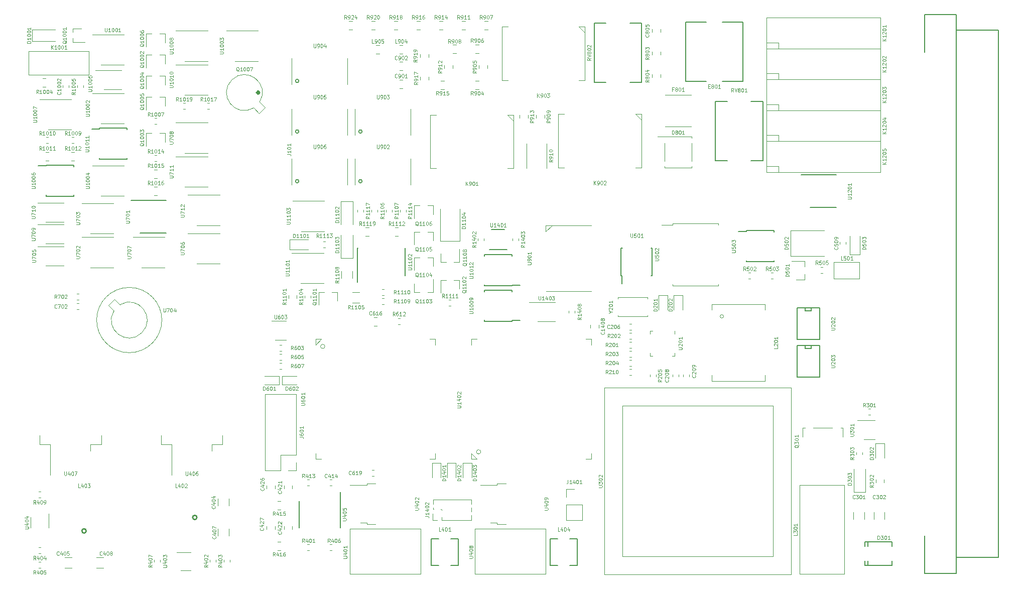
<source format=gbr>
G04 #@! TF.GenerationSoftware,KiCad,Pcbnew,5.1.5*
G04 #@! TF.CreationDate,2020-03-06T22:55:28+01:00*
G04 #@! TF.ProjectId,ETH1CDMM1,45544831-4344-44d4-9d31-2e6b69636164,rev?*
G04 #@! TF.SameCoordinates,Original*
G04 #@! TF.FileFunction,Legend,Top*
G04 #@! TF.FilePolarity,Positive*
%FSLAX46Y46*%
G04 Gerber Fmt 4.6, Leading zero omitted, Abs format (unit mm)*
G04 Created by KiCad (PCBNEW 5.1.5) date 2020-03-06 22:55:28*
%MOMM*%
%LPD*%
G04 APERTURE LIST*
%ADD10C,0.120000*%
%ADD11C,0.400000*%
%ADD12C,0.150000*%
%ADD13C,0.240000*%
%ADD14C,0.200000*%
%ADD15C,0.127000*%
G04 APERTURE END LIST*
D10*
X161778500Y-88430000D02*
X160678500Y-89480000D01*
X168338500Y-99530000D02*
X160718500Y-99530000D01*
X168338500Y-88430000D02*
X161778500Y-88430000D01*
X160678500Y-88430000D02*
X160678500Y-89480000D01*
X161778500Y-88430000D02*
X160678500Y-88430000D01*
X111418764Y-68623609D02*
G75*
G02X112427280Y-67622330I-1563764J2583609D01*
G01*
X112349499Y-69524448D02*
X113339448Y-68534499D01*
X111437331Y-68612281D02*
X112349499Y-69524448D01*
X113339448Y-68534499D02*
X112427281Y-67622331D01*
D11*
X112320605Y-66040000D02*
G75*
G03X112320605Y-66040000I-179605J0D01*
G01*
D10*
X77851000Y-88306000D02*
X74976000Y-88306000D01*
X77851000Y-88306000D02*
X79351000Y-88306000D01*
X77851000Y-91526000D02*
X76351000Y-91526000D01*
X77851000Y-91526000D02*
X79351000Y-91526000D01*
X77851000Y-91989000D02*
X74976000Y-91989000D01*
X77851000Y-91989000D02*
X79351000Y-91989000D01*
X77851000Y-95209000D02*
X76351000Y-95209000D01*
X77851000Y-95209000D02*
X79351000Y-95209000D01*
X160686000Y-139605000D02*
X148686000Y-139605000D01*
X148686000Y-147205000D02*
X148686000Y-139605000D01*
X160686000Y-139605000D02*
X160686000Y-147205000D01*
X160686000Y-147205000D02*
X148686000Y-147205000D01*
X149711210Y-126619000D02*
G75*
G03X149711210Y-126619000I-359210J0D01*
G01*
X149082000Y-127839000D02*
X148132000Y-126889000D01*
X148132000Y-126889000D02*
X148132000Y-127839000D01*
X148132000Y-127839000D02*
X149082000Y-127839000D01*
X148132000Y-108569000D02*
X148132000Y-107619000D01*
X148132000Y-107619000D02*
X149082000Y-107619000D01*
X168352000Y-126889000D02*
X168352000Y-127839000D01*
X168352000Y-127839000D02*
X167402000Y-127839000D01*
X168352000Y-108569000D02*
X168352000Y-107619000D01*
X168352000Y-107619000D02*
X167402000Y-107619000D01*
X87851850Y-102811456D02*
G75*
G03X88841669Y-101821719I2572150J-1582544D01*
G01*
X86939552Y-101899501D02*
X87851719Y-102811669D01*
X87929501Y-100909552D02*
X86939552Y-101899501D01*
X88841669Y-101821719D02*
X87929501Y-100909552D01*
X95924000Y-104394000D02*
G75*
G03X95924000Y-104394000I-5500000J0D01*
G01*
D12*
X193957000Y-59182000D02*
X193957000Y-64182000D01*
X193957000Y-59182000D02*
X193957000Y-54182000D01*
X184249000Y-59182000D02*
X184249000Y-64182000D01*
X184249000Y-59182000D02*
X184249000Y-54182000D01*
X190457000Y-54182000D02*
X193957000Y-54182000D01*
X187749000Y-54182000D02*
X184249000Y-54182000D01*
X193957000Y-64182000D02*
X190457000Y-64182000D01*
X187749000Y-64182000D02*
X184249000Y-64182000D01*
D13*
X83163210Y-139954000D02*
G75*
G03X83163210Y-139954000I-359210J0D01*
G01*
D10*
X116196000Y-115289000D02*
X118656000Y-115289000D01*
X116196000Y-113819000D02*
X116196000Y-115289000D01*
X118656000Y-113819000D02*
X116196000Y-113819000D01*
X115706000Y-113819000D02*
X113246000Y-113819000D01*
X115706000Y-115289000D02*
X115706000Y-113819000D01*
X113246000Y-115289000D02*
X115706000Y-115289000D01*
X117931000Y-139707252D02*
X117931000Y-139184748D01*
X116511000Y-139707252D02*
X116511000Y-139184748D01*
D14*
X119037843Y-80975000D02*
G75*
G03X119037843Y-80975000I-282843J0D01*
G01*
D10*
X127255000Y-77175000D02*
X127255000Y-81575000D01*
X117855000Y-77175000D02*
X117855000Y-81575000D01*
X136532252Y-60885000D02*
X136009748Y-60885000D01*
X136532252Y-62305000D02*
X136009748Y-62305000D01*
X136532252Y-63933000D02*
X136009748Y-63933000D01*
X136532252Y-65353000D02*
X136009748Y-65353000D01*
X180034000Y-55887252D02*
X180034000Y-55364748D01*
X178614000Y-55887252D02*
X178614000Y-55364748D01*
D12*
X154979000Y-98512000D02*
X156329000Y-98512000D01*
X154979000Y-93387000D02*
X150329000Y-93387000D01*
X154979000Y-98637000D02*
X150329000Y-98637000D01*
X154979000Y-93387000D02*
X154979000Y-93612000D01*
X150329000Y-93387000D02*
X150329000Y-93612000D01*
X150329000Y-98637000D02*
X150329000Y-98412000D01*
X154979000Y-98637000D02*
X154979000Y-98512000D01*
X154979000Y-104481000D02*
X156329000Y-104481000D01*
X154979000Y-99356000D02*
X150329000Y-99356000D01*
X154979000Y-104606000D02*
X150329000Y-104606000D01*
X154979000Y-99356000D02*
X154979000Y-99581000D01*
X150329000Y-99356000D02*
X150329000Y-99581000D01*
X150329000Y-104606000D02*
X150329000Y-104381000D01*
X154979000Y-104606000D02*
X154979000Y-104481000D01*
D10*
X83649500Y-59087000D02*
X83649500Y-63087000D01*
X73449500Y-59087000D02*
X83649500Y-59087000D01*
X73449500Y-63087000D02*
X73449500Y-59087000D01*
X83649500Y-63087000D02*
X73449500Y-63087000D01*
X157421000Y-74655936D02*
X157421000Y-78760064D01*
X160841000Y-74655936D02*
X160841000Y-78760064D01*
X170561000Y-115824000D02*
X202057000Y-115824000D01*
X170561000Y-147320000D02*
X170561000Y-115824000D01*
X202057000Y-147320000D02*
X170561000Y-147320000D01*
X202057000Y-115824000D02*
X202057000Y-147320000D01*
X173609000Y-118872000D02*
X199009000Y-118872000D01*
X173609000Y-144272000D02*
X173609000Y-118872000D01*
X199009000Y-144272000D02*
X173609000Y-144272000D01*
X199009000Y-118872000D02*
X199009000Y-144272000D01*
X123422210Y-108839000D02*
G75*
G03X123422210Y-108839000I-359210J0D01*
G01*
X121843000Y-108569000D02*
X122793000Y-107619000D01*
X122793000Y-107619000D02*
X121843000Y-107619000D01*
X121843000Y-107619000D02*
X121843000Y-108569000D01*
X141113000Y-107619000D02*
X142063000Y-107619000D01*
X142063000Y-107619000D02*
X142063000Y-108569000D01*
X122793000Y-127839000D02*
X121843000Y-127839000D01*
X121843000Y-127839000D02*
X121843000Y-126889000D01*
X141113000Y-127839000D02*
X142063000Y-127839000D01*
X142063000Y-127839000D02*
X142063000Y-126889000D01*
X135732733Y-105158000D02*
X136075267Y-105158000D01*
X135732733Y-104138000D02*
X136075267Y-104138000D01*
X116122267Y-111631000D02*
X115779733Y-111631000D01*
X116122267Y-112651000D02*
X115779733Y-112651000D01*
X132214252Y-103938000D02*
X131691748Y-103938000D01*
X132214252Y-105358000D02*
X131691748Y-105358000D01*
X177823500Y-100571500D02*
X177823500Y-100771500D01*
X172823500Y-100571500D02*
X172823500Y-100771500D01*
X177823500Y-100571500D02*
X172823500Y-100571500D01*
X172823500Y-103771500D02*
X172823500Y-103571500D01*
X177823500Y-103771500D02*
X177823500Y-103571500D01*
X177823500Y-103771500D02*
X172823500Y-103771500D01*
X160782000Y-101387000D02*
X157857000Y-101387000D01*
X160782000Y-101387000D02*
X162282000Y-101387000D01*
X160782000Y-104607000D02*
X159282000Y-104607000D01*
X160782000Y-104607000D02*
X162282000Y-104607000D01*
D12*
X151554000Y-89105000D02*
X153754000Y-89105000D01*
X151179000Y-92505000D02*
X154129000Y-92505000D01*
X203743000Y-79877000D02*
X209718000Y-79877000D01*
X205318000Y-85402000D02*
X209718000Y-85402000D01*
D10*
X121412000Y-84308000D02*
X117962000Y-84308000D01*
X121412000Y-84308000D02*
X123362000Y-84308000D01*
X121412000Y-89428000D02*
X119462000Y-89428000D01*
X121412000Y-89428000D02*
X123362000Y-89428000D01*
D12*
X136994000Y-96940000D02*
X136994000Y-92290000D01*
X128894000Y-98015000D02*
X128894000Y-92290000D01*
X136994000Y-96940000D02*
X136969000Y-96940000D01*
X136994000Y-92290000D02*
X136969000Y-92290000D01*
X128944000Y-92290000D02*
X128969000Y-92290000D01*
D10*
X121285000Y-93071000D02*
X117835000Y-93071000D01*
X121285000Y-93071000D02*
X123235000Y-93071000D01*
X121285000Y-98191000D02*
X119335000Y-98191000D01*
X121285000Y-98191000D02*
X123235000Y-98191000D01*
D12*
X85432000Y-72176000D02*
X84082000Y-72176000D01*
X85432000Y-77301000D02*
X90082000Y-77301000D01*
X85432000Y-72051000D02*
X90082000Y-72051000D01*
X85432000Y-77301000D02*
X85432000Y-77076000D01*
X90082000Y-77301000D02*
X90082000Y-77076000D01*
X90082000Y-72051000D02*
X90082000Y-72276000D01*
X85432000Y-72051000D02*
X85432000Y-72176000D01*
D10*
X101727000Y-61321000D02*
X98277000Y-61321000D01*
X101727000Y-61321000D02*
X103677000Y-61321000D01*
X101727000Y-66441000D02*
X99777000Y-66441000D01*
X101727000Y-66441000D02*
X103677000Y-66441000D01*
X101727000Y-55606000D02*
X98277000Y-55606000D01*
X101727000Y-55606000D02*
X103677000Y-55606000D01*
X101727000Y-60726000D02*
X99777000Y-60726000D01*
X101727000Y-60726000D02*
X103677000Y-60726000D01*
X78740000Y-67163000D02*
X75290000Y-67163000D01*
X78740000Y-67163000D02*
X80690000Y-67163000D01*
X78740000Y-72283000D02*
X76790000Y-72283000D01*
X78740000Y-72283000D02*
X80690000Y-72283000D01*
D12*
X76415000Y-78399000D02*
X75065000Y-78399000D01*
X76415000Y-83524000D02*
X81065000Y-83524000D01*
X76415000Y-78274000D02*
X81065000Y-78274000D01*
X76415000Y-83524000D02*
X76415000Y-83299000D01*
X81065000Y-83524000D02*
X81065000Y-83299000D01*
X81065000Y-78274000D02*
X81065000Y-78499000D01*
X76415000Y-78274000D02*
X76415000Y-78399000D01*
D10*
X87630000Y-62271000D02*
X84705000Y-62271000D01*
X87630000Y-62271000D02*
X89130000Y-62271000D01*
X87630000Y-65491000D02*
X86130000Y-65491000D01*
X87630000Y-65491000D02*
X89130000Y-65491000D01*
X87630000Y-78339000D02*
X84180000Y-78339000D01*
X87630000Y-78339000D02*
X89580000Y-78339000D01*
X87630000Y-83459000D02*
X85680000Y-83459000D01*
X87630000Y-83459000D02*
X89580000Y-83459000D01*
X110236000Y-55606000D02*
X106786000Y-55606000D01*
X110236000Y-55606000D02*
X112186000Y-55606000D01*
X110236000Y-60726000D02*
X108286000Y-60726000D01*
X110236000Y-60726000D02*
X112186000Y-60726000D01*
X87630000Y-66147000D02*
X84180000Y-66147000D01*
X87630000Y-66147000D02*
X89580000Y-66147000D01*
X87630000Y-71267000D02*
X85680000Y-71267000D01*
X87630000Y-71267000D02*
X89580000Y-71267000D01*
X87630000Y-56241000D02*
X84180000Y-56241000D01*
X87630000Y-56241000D02*
X89580000Y-56241000D01*
X87630000Y-61361000D02*
X85680000Y-61361000D01*
X87630000Y-61361000D02*
X89580000Y-61361000D01*
D14*
X119037843Y-72593000D02*
G75*
G03X119037843Y-72593000I-282843J0D01*
G01*
D10*
X127255000Y-68793000D02*
X127255000Y-73193000D01*
X117855000Y-68793000D02*
X117855000Y-73193000D01*
D14*
X119037843Y-64084000D02*
G75*
G03X119037843Y-64084000I-282843J0D01*
G01*
D10*
X127255000Y-60284000D02*
X127255000Y-64684000D01*
X117855000Y-60284000D02*
X117855000Y-64684000D01*
D14*
X129705843Y-72593000D02*
G75*
G03X129705843Y-72593000I-282843J0D01*
G01*
D10*
X137923000Y-68793000D02*
X137923000Y-73193000D01*
X128523000Y-68793000D02*
X128523000Y-73193000D01*
D14*
X129705843Y-80975000D02*
G75*
G03X129705843Y-80975000I-282843J0D01*
G01*
D10*
X137923000Y-77175000D02*
X137923000Y-81575000D01*
X128523000Y-77175000D02*
X128523000Y-81575000D01*
X103759000Y-83292000D02*
X100309000Y-83292000D01*
X103759000Y-83292000D02*
X105709000Y-83292000D01*
X103759000Y-88412000D02*
X101809000Y-88412000D01*
X103759000Y-88412000D02*
X105709000Y-88412000D01*
X101727000Y-76815000D02*
X98277000Y-76815000D01*
X101727000Y-76815000D02*
X103677000Y-76815000D01*
X101727000Y-81935000D02*
X99777000Y-81935000D01*
X101727000Y-81935000D02*
X103677000Y-81935000D01*
X77851000Y-84623000D02*
X74976000Y-84623000D01*
X77851000Y-84623000D02*
X79351000Y-84623000D01*
X77851000Y-87843000D02*
X76351000Y-87843000D01*
X77851000Y-87843000D02*
X79351000Y-87843000D01*
X101727000Y-71100000D02*
X98277000Y-71100000D01*
X101727000Y-71100000D02*
X103677000Y-71100000D01*
X101727000Y-76220000D02*
X99777000Y-76220000D01*
X101727000Y-76220000D02*
X103677000Y-76220000D01*
X94488000Y-90404000D02*
X91038000Y-90404000D01*
X94488000Y-90404000D02*
X96438000Y-90404000D01*
X94488000Y-95524000D02*
X92538000Y-95524000D01*
X94488000Y-95524000D02*
X96438000Y-95524000D01*
X103759000Y-89769000D02*
X100309000Y-89769000D01*
X103759000Y-89769000D02*
X105709000Y-89769000D01*
X103759000Y-94889000D02*
X101809000Y-94889000D01*
X103759000Y-94889000D02*
X105709000Y-94889000D01*
X85852000Y-84689000D02*
X82402000Y-84689000D01*
X85852000Y-84689000D02*
X87802000Y-84689000D01*
X85852000Y-89809000D02*
X83902000Y-89809000D01*
X85852000Y-89809000D02*
X87802000Y-89809000D01*
X85852000Y-90404000D02*
X82402000Y-90404000D01*
X85852000Y-90404000D02*
X87802000Y-90404000D01*
X85852000Y-95524000D02*
X83902000Y-95524000D01*
X85852000Y-95524000D02*
X87802000Y-95524000D01*
D12*
X90713000Y-84195000D02*
X96688000Y-84195000D01*
X92288000Y-89720000D02*
X96688000Y-89720000D01*
D10*
X116851000Y-104562000D02*
X114401000Y-104562000D01*
X115051000Y-107782000D02*
X116851000Y-107782000D01*
D12*
X194525000Y-89448000D02*
X193175000Y-89448000D01*
X194525000Y-94573000D02*
X199175000Y-94573000D01*
X194525000Y-89323000D02*
X199175000Y-89323000D01*
X194525000Y-94573000D02*
X194525000Y-94348000D01*
X199175000Y-94573000D02*
X199175000Y-94348000D01*
X199175000Y-89323000D02*
X199175000Y-89548000D01*
X194525000Y-89323000D02*
X194525000Y-89448000D01*
D10*
X182068000Y-88340000D02*
X180253000Y-88340000D01*
X182068000Y-88085000D02*
X182068000Y-88340000D01*
X185928000Y-88085000D02*
X182068000Y-88085000D01*
X189788000Y-88085000D02*
X189788000Y-88340000D01*
X185928000Y-88085000D02*
X189788000Y-88085000D01*
X182068000Y-98605000D02*
X182068000Y-98350000D01*
X185928000Y-98605000D02*
X182068000Y-98605000D01*
X189788000Y-98605000D02*
X189788000Y-98350000D01*
X185928000Y-98605000D02*
X189788000Y-98605000D01*
D12*
X173522000Y-96940000D02*
X173522000Y-98290000D01*
X178647000Y-96940000D02*
X178647000Y-92290000D01*
X173397000Y-96940000D02*
X173397000Y-92290000D01*
X178647000Y-96940000D02*
X178422000Y-96940000D01*
X178647000Y-92290000D02*
X178422000Y-92290000D01*
X173397000Y-92290000D02*
X173622000Y-92290000D01*
X173397000Y-96940000D02*
X173522000Y-96940000D01*
D10*
X83908000Y-125378000D02*
X83908000Y-126478000D01*
X85718000Y-125378000D02*
X83908000Y-125378000D01*
X85718000Y-123878000D02*
X85718000Y-125378000D01*
X77128000Y-125378000D02*
X77128000Y-130503000D01*
X75318000Y-125378000D02*
X77128000Y-125378000D01*
X75318000Y-123878000D02*
X75318000Y-125378000D01*
X104355000Y-125378000D02*
X104355000Y-126478000D01*
X106165000Y-125378000D02*
X104355000Y-125378000D01*
X106165000Y-123878000D02*
X106165000Y-125378000D01*
X97575000Y-125378000D02*
X97575000Y-130503000D01*
X95765000Y-125378000D02*
X97575000Y-125378000D01*
X95765000Y-123878000D02*
X95765000Y-125378000D01*
X130499000Y-138562000D02*
X129399000Y-138562000D01*
X130499000Y-138832000D02*
X130499000Y-138562000D01*
X131999000Y-138832000D02*
X130499000Y-138832000D01*
X130499000Y-132202000D02*
X127669000Y-132202000D01*
X130499000Y-131932000D02*
X130499000Y-132202000D01*
X131999000Y-131932000D02*
X130499000Y-131932000D01*
X139604000Y-139605000D02*
X127604000Y-139605000D01*
X127604000Y-147205000D02*
X127604000Y-139605000D01*
X139604000Y-139605000D02*
X139604000Y-147205000D01*
X139604000Y-147205000D02*
X127604000Y-147205000D01*
D12*
X126005000Y-133410000D02*
X126005000Y-139385000D01*
X119105000Y-134935000D02*
X119105000Y-139385000D01*
D10*
X76821000Y-139437000D02*
X76821000Y-137007000D01*
X73751000Y-137677000D02*
X73751000Y-139437000D01*
X100829000Y-143524000D02*
X98399000Y-143524000D01*
X99069000Y-146594000D02*
X100829000Y-146594000D01*
X152470000Y-138562000D02*
X151370000Y-138562000D01*
X152470000Y-138832000D02*
X152470000Y-138562000D01*
X153970000Y-138832000D02*
X152470000Y-138832000D01*
X152470000Y-132202000D02*
X149640000Y-132202000D01*
X152470000Y-131932000D02*
X152470000Y-132202000D01*
X153970000Y-131932000D02*
X152470000Y-131932000D01*
X216165000Y-121326000D02*
X213215000Y-121326000D01*
X214365000Y-124546000D02*
X216165000Y-124546000D01*
D15*
X203200000Y-108712000D02*
X203073000Y-108712000D01*
X203073000Y-108712000D02*
X203073000Y-114046000D01*
X206883000Y-114046000D02*
X206883000Y-108712000D01*
X206883000Y-108712000D02*
X203200000Y-108712000D01*
X205486000Y-108712000D02*
X205486000Y-109220000D01*
X205486000Y-109220000D02*
X204470000Y-109220000D01*
X204470000Y-109220000D02*
X204470000Y-108712000D01*
X206883000Y-114046000D02*
X203073000Y-114046000D01*
X203200000Y-102362000D02*
X203073000Y-102362000D01*
X203073000Y-102362000D02*
X203073000Y-107696000D01*
X206883000Y-107696000D02*
X206883000Y-102362000D01*
X206883000Y-102362000D02*
X203200000Y-102362000D01*
X205486000Y-102362000D02*
X205486000Y-102870000D01*
X205486000Y-102870000D02*
X204470000Y-102870000D01*
X204470000Y-102870000D02*
X204470000Y-102362000D01*
X206883000Y-107696000D02*
X203073000Y-107696000D01*
D10*
X182450000Y-106696000D02*
X182450000Y-106221000D01*
X178230000Y-110441000D02*
X178705000Y-110441000D01*
X178230000Y-109966000D02*
X178230000Y-110441000D01*
X178230000Y-106221000D02*
X178705000Y-106221000D01*
X178230000Y-106696000D02*
X178230000Y-106221000D01*
X182450000Y-110441000D02*
X181975000Y-110441000D01*
X182450000Y-109966000D02*
X182450000Y-110441000D01*
D12*
X176847000Y-54309000D02*
X174847000Y-54309000D01*
X176847000Y-59309000D02*
X176847000Y-54309000D01*
X176847000Y-64309000D02*
X174847000Y-64309000D01*
X176847000Y-59309000D02*
X176847000Y-64309000D01*
X168847000Y-54309000D02*
X170847000Y-54309000D01*
X168847000Y-59309000D02*
X168847000Y-54309000D01*
X168847000Y-64309000D02*
X170847000Y-64309000D01*
X168847000Y-59309000D02*
X168847000Y-64309000D01*
X197294000Y-67517000D02*
X195294000Y-67517000D01*
X197294000Y-72517000D02*
X197294000Y-67517000D01*
X197294000Y-77517000D02*
X195294000Y-77517000D01*
X197294000Y-72517000D02*
X197294000Y-77517000D01*
X189294000Y-67517000D02*
X191294000Y-67517000D01*
X189294000Y-72517000D02*
X189294000Y-67517000D01*
X189294000Y-77517000D02*
X191294000Y-77517000D01*
X189294000Y-72517000D02*
X189294000Y-77517000D01*
D10*
X164590000Y-102825733D02*
X164590000Y-103168267D01*
X165610000Y-102825733D02*
X165610000Y-103168267D01*
X155065000Y-90633733D02*
X155065000Y-90976267D01*
X156085000Y-90633733D02*
X156085000Y-90976267D01*
X149223000Y-90633733D02*
X149223000Y-90976267D01*
X150243000Y-90633733D02*
X150243000Y-90976267D01*
X130294748Y-90245000D02*
X130817252Y-90245000D01*
X130294748Y-88825000D02*
X130817252Y-88825000D01*
X129923000Y-86150267D02*
X129923000Y-85807733D01*
X128903000Y-86150267D02*
X128903000Y-85807733D01*
X136142000Y-85807733D02*
X136142000Y-86150267D01*
X137162000Y-85807733D02*
X137162000Y-86150267D01*
X123145733Y-92204000D02*
X123488267Y-92204000D01*
X123145733Y-91184000D02*
X123488267Y-91184000D01*
X135770252Y-88825000D02*
X135247748Y-88825000D01*
X135770252Y-90245000D02*
X135247748Y-90245000D01*
X144354733Y-101983000D02*
X144697267Y-101983000D01*
X144354733Y-100963000D02*
X144697267Y-100963000D01*
X133394267Y-99185000D02*
X133051733Y-99185000D01*
X133394267Y-100205000D02*
X133051733Y-100205000D01*
X133051733Y-101729000D02*
X133394267Y-101729000D01*
X133051733Y-100709000D02*
X133394267Y-100709000D01*
X126217000Y-96171936D02*
X126217000Y-97376064D01*
X128037000Y-96171936D02*
X128037000Y-97376064D01*
X134749000Y-86150267D02*
X134749000Y-85807733D01*
X133729000Y-86150267D02*
X133729000Y-85807733D01*
X131316000Y-85807733D02*
X131316000Y-86150267D01*
X132336000Y-85807733D02*
X132336000Y-86150267D01*
X128048936Y-101494000D02*
X129253064Y-101494000D01*
X128048936Y-99674000D02*
X129253064Y-99674000D01*
X121033000Y-100628267D02*
X121033000Y-100285733D01*
X120013000Y-100628267D02*
X120013000Y-100285733D01*
X117273000Y-100195748D02*
X117273000Y-100718252D01*
X118693000Y-100195748D02*
X118693000Y-100718252D01*
X99509733Y-68836000D02*
X99852267Y-68836000D01*
X99509733Y-67816000D02*
X99852267Y-67816000D01*
X103601733Y-68836000D02*
X103944267Y-68836000D01*
X103601733Y-67816000D02*
X103944267Y-67816000D01*
X94607748Y-83387000D02*
X95130252Y-83387000D01*
X94607748Y-81967000D02*
X95130252Y-81967000D01*
X95130252Y-79046000D02*
X94607748Y-79046000D01*
X95130252Y-80466000D02*
X94607748Y-80466000D01*
X94697733Y-77599000D02*
X95040267Y-77599000D01*
X94697733Y-76579000D02*
X95040267Y-76579000D01*
X80637748Y-77545000D02*
X81160252Y-77545000D01*
X80637748Y-76125000D02*
X81160252Y-76125000D01*
X76319748Y-77545000D02*
X76842252Y-77545000D01*
X76319748Y-76125000D02*
X76842252Y-76125000D01*
X76752267Y-73531000D02*
X76409733Y-73531000D01*
X76752267Y-74551000D02*
X76409733Y-74551000D01*
X80727733Y-74551000D02*
X81070267Y-74551000D01*
X80727733Y-73531000D02*
X81070267Y-73531000D01*
X94697733Y-71376000D02*
X95040267Y-71376000D01*
X94697733Y-70356000D02*
X95040267Y-70356000D01*
X82679000Y-65195267D02*
X82679000Y-64852733D01*
X81659000Y-65195267D02*
X81659000Y-64852733D01*
X75811748Y-65099000D02*
X76334252Y-65099000D01*
X75811748Y-63679000D02*
X76334252Y-63679000D01*
X128023252Y-54027000D02*
X127500748Y-54027000D01*
X128023252Y-55447000D02*
X127500748Y-55447000D01*
X131310748Y-55447000D02*
X131833252Y-55447000D01*
X131310748Y-54027000D02*
X131833252Y-54027000D01*
X135120748Y-55447000D02*
X135643252Y-55447000D01*
X135120748Y-54027000D02*
X135643252Y-54027000D01*
X138930748Y-55447000D02*
X139453252Y-55447000D01*
X138930748Y-54027000D02*
X139453252Y-54027000D01*
X139498000Y-59555748D02*
X139498000Y-60078252D01*
X140918000Y-59555748D02*
X140918000Y-60078252D01*
X142740748Y-55447000D02*
X143263252Y-55447000D01*
X142740748Y-54027000D02*
X143263252Y-54027000D01*
X139498000Y-63365748D02*
X139498000Y-63888252D01*
X140918000Y-63365748D02*
X140918000Y-63888252D01*
X157682000Y-70365252D02*
X157682000Y-69842748D01*
X156262000Y-70365252D02*
X156262000Y-69842748D01*
X146550748Y-55447000D02*
X147073252Y-55447000D01*
X146550748Y-54027000D02*
X147073252Y-54027000D01*
X142994748Y-65480000D02*
X143517252Y-65480000D01*
X142994748Y-64060000D02*
X143517252Y-64060000D01*
X150360748Y-55447000D02*
X150883252Y-55447000D01*
X150360748Y-54027000D02*
X150883252Y-54027000D01*
X144982000Y-61983252D02*
X144982000Y-61460748D01*
X143562000Y-61983252D02*
X143562000Y-61460748D01*
X159056000Y-69842748D02*
X159056000Y-70365252D01*
X160476000Y-69842748D02*
X160476000Y-70365252D01*
X145026748Y-59384000D02*
X145549252Y-59384000D01*
X145026748Y-57964000D02*
X145549252Y-57964000D01*
X148836748Y-59384000D02*
X149359252Y-59384000D01*
X148836748Y-57964000D02*
X149359252Y-57964000D01*
X149404000Y-61460748D02*
X149404000Y-61983252D01*
X150824000Y-61460748D02*
X150824000Y-61983252D01*
X149359252Y-64060000D02*
X148836748Y-64060000D01*
X149359252Y-65480000D02*
X148836748Y-65480000D01*
X178614000Y-62984748D02*
X178614000Y-63507252D01*
X180034000Y-62984748D02*
X180034000Y-63507252D01*
X178614000Y-59174748D02*
X178614000Y-59697252D01*
X180034000Y-59174748D02*
X180034000Y-59697252D01*
X81616733Y-100967000D02*
X81959267Y-100967000D01*
X81616733Y-99947000D02*
X81959267Y-99947000D01*
X116122267Y-110107000D02*
X115779733Y-110107000D01*
X116122267Y-111127000D02*
X115779733Y-111127000D01*
X116122267Y-108583000D02*
X115779733Y-108583000D01*
X116122267Y-109603000D02*
X115779733Y-109603000D01*
X207092733Y-96522000D02*
X207435267Y-96522000D01*
X207092733Y-95502000D02*
X207435267Y-95502000D01*
X198710733Y-97411000D02*
X199053267Y-97411000D01*
X198710733Y-96391000D02*
X199053267Y-96391000D01*
X194900733Y-97411000D02*
X195243267Y-97411000D01*
X194900733Y-96391000D02*
X195243267Y-96391000D01*
X115435748Y-143204000D02*
X115958252Y-143204000D01*
X115435748Y-141784000D02*
X115958252Y-141784000D01*
X115435748Y-136346000D02*
X115958252Y-136346000D01*
X115435748Y-134926000D02*
X115958252Y-134926000D01*
X120821267Y-131316000D02*
X120478733Y-131316000D01*
X120821267Y-132336000D02*
X120478733Y-132336000D01*
X75482267Y-133348000D02*
X75139733Y-133348000D01*
X75482267Y-134368000D02*
X75139733Y-134368000D01*
X94613000Y-144862733D02*
X94613000Y-145205267D01*
X95633000Y-144862733D02*
X95633000Y-145205267D01*
X124631267Y-142238000D02*
X124288733Y-142238000D01*
X124631267Y-143258000D02*
X124288733Y-143258000D01*
X75139733Y-146179000D02*
X75482267Y-146179000D01*
X75139733Y-145159000D02*
X75482267Y-145159000D01*
X75482267Y-142746000D02*
X75139733Y-142746000D01*
X75482267Y-143766000D02*
X75139733Y-143766000D01*
X107444000Y-145205267D02*
X107444000Y-144862733D01*
X106424000Y-145205267D02*
X106424000Y-144862733D01*
X104011000Y-144862733D02*
X104011000Y-145205267D01*
X105031000Y-144862733D02*
X105031000Y-145205267D01*
X120821267Y-142238000D02*
X120478733Y-142238000D01*
X120821267Y-143258000D02*
X120478733Y-143258000D01*
X214124000Y-127044267D02*
X214124000Y-126701733D01*
X213104000Y-127044267D02*
X213104000Y-126701733D01*
X217753000Y-131833252D02*
X217753000Y-131310748D01*
X216333000Y-131833252D02*
X216333000Y-131310748D01*
X215093733Y-120398000D02*
X215436267Y-120398000D01*
X215093733Y-119378000D02*
X215436267Y-119378000D01*
X174834733Y-113667000D02*
X175177267Y-113667000D01*
X174834733Y-112647000D02*
X175177267Y-112647000D01*
X178306000Y-113620733D02*
X178306000Y-113963267D01*
X179326000Y-113620733D02*
X179326000Y-113963267D01*
X175177267Y-111123000D02*
X174834733Y-111123000D01*
X175177267Y-112143000D02*
X174834733Y-112143000D01*
X175177267Y-109599000D02*
X174834733Y-109599000D01*
X175177267Y-110619000D02*
X174834733Y-110619000D01*
X175177267Y-106551000D02*
X174834733Y-106551000D01*
X175177267Y-107571000D02*
X174834733Y-107571000D01*
X175177267Y-108075000D02*
X174834733Y-108075000D01*
X175177267Y-109095000D02*
X174834733Y-109095000D01*
X142946000Y-94613000D02*
X142946000Y-93153000D01*
X146106000Y-94613000D02*
X146106000Y-92453000D01*
X146106000Y-94613000D02*
X145176000Y-94613000D01*
X142946000Y-94613000D02*
X143876000Y-94613000D01*
X141661000Y-85092000D02*
X141661000Y-86552000D01*
X138501000Y-85092000D02*
X138501000Y-87252000D01*
X138501000Y-85092000D02*
X139431000Y-85092000D01*
X141661000Y-85092000D02*
X140731000Y-85092000D01*
X141661000Y-89537000D02*
X141661000Y-90997000D01*
X138501000Y-89537000D02*
X138501000Y-91697000D01*
X138501000Y-89537000D02*
X139431000Y-89537000D01*
X141661000Y-89537000D02*
X140731000Y-89537000D01*
X141661000Y-93855000D02*
X141661000Y-95315000D01*
X138501000Y-93855000D02*
X138501000Y-96015000D01*
X138501000Y-93855000D02*
X139431000Y-93855000D01*
X141661000Y-93855000D02*
X140731000Y-93855000D01*
X138501000Y-99693000D02*
X138501000Y-98233000D01*
X141661000Y-99693000D02*
X141661000Y-97533000D01*
X141661000Y-99693000D02*
X140731000Y-99693000D01*
X138501000Y-99693000D02*
X139431000Y-99693000D01*
X146106000Y-97665000D02*
X146106000Y-99125000D01*
X142946000Y-97665000D02*
X142946000Y-99825000D01*
X142946000Y-97665000D02*
X143876000Y-97665000D01*
X146106000Y-97665000D02*
X145176000Y-97665000D01*
X125532000Y-99697000D02*
X125532000Y-101157000D01*
X122372000Y-99697000D02*
X122372000Y-101857000D01*
X122372000Y-99697000D02*
X123302000Y-99697000D01*
X125532000Y-99697000D02*
X124602000Y-99697000D01*
X96449000Y-56136000D02*
X96449000Y-57596000D01*
X93289000Y-56136000D02*
X93289000Y-58296000D01*
X93289000Y-56136000D02*
X94219000Y-56136000D01*
X96449000Y-56136000D02*
X95519000Y-56136000D01*
X96449000Y-66804000D02*
X96449000Y-68264000D01*
X93289000Y-66804000D02*
X93289000Y-68964000D01*
X93289000Y-66804000D02*
X94219000Y-66804000D01*
X96449000Y-66804000D02*
X95519000Y-66804000D01*
X96449000Y-63248000D02*
X96449000Y-64708000D01*
X93289000Y-63248000D02*
X93289000Y-65408000D01*
X93289000Y-63248000D02*
X94219000Y-63248000D01*
X96449000Y-63248000D02*
X95519000Y-63248000D01*
X96449000Y-72900000D02*
X96449000Y-74360000D01*
X93289000Y-72900000D02*
X93289000Y-75060000D01*
X93289000Y-72900000D02*
X94219000Y-72900000D01*
X96449000Y-72900000D02*
X95519000Y-72900000D01*
X96449000Y-59692000D02*
X96449000Y-61152000D01*
X93289000Y-59692000D02*
X93289000Y-61852000D01*
X93289000Y-59692000D02*
X94219000Y-59692000D01*
X96449000Y-59692000D02*
X95519000Y-59692000D01*
X82341000Y-55228000D02*
X80931000Y-55228000D01*
X80931000Y-57548000D02*
X82961000Y-57548000D01*
X80931000Y-57548000D02*
X80931000Y-56888000D01*
X80931000Y-55888000D02*
X80931000Y-55228000D01*
X203991000Y-122566000D02*
X204391000Y-122566000D01*
X203991000Y-124066000D02*
X203991000Y-122566000D01*
X205791000Y-122566000D02*
X208991000Y-122566000D01*
X210791000Y-122566000D02*
X210791000Y-124066000D01*
X210441000Y-122566000D02*
X210791000Y-122566000D01*
X132595252Y-58091000D02*
X132072748Y-58091000D01*
X132595252Y-59511000D02*
X132072748Y-59511000D01*
X136532252Y-58091000D02*
X136009748Y-58091000D01*
X136532252Y-59511000D02*
X136009748Y-59511000D01*
X213614000Y-94615000D02*
X213614000Y-97409000D01*
X209296000Y-94615000D02*
X213614000Y-94615000D01*
X209296000Y-97409000D02*
X209296000Y-94615000D01*
X213614000Y-97409000D02*
X209296000Y-97409000D01*
D14*
X145887000Y-141260000D02*
X144637000Y-141260000D01*
X145887000Y-145760000D02*
X145887000Y-141260000D01*
X144637000Y-145760000D02*
X145887000Y-145760000D01*
X141387000Y-141260000D02*
X142637000Y-141260000D01*
X141387000Y-145760000D02*
X141387000Y-141260000D01*
X142637000Y-145760000D02*
X141387000Y-145760000D01*
D13*
X101832210Y-137668000D02*
G75*
G03X101832210Y-137668000I-359210J0D01*
G01*
D14*
X165953000Y-141260000D02*
X164703000Y-141260000D01*
X165953000Y-145760000D02*
X165953000Y-141260000D01*
X164703000Y-145760000D02*
X165953000Y-145760000D01*
X161453000Y-141260000D02*
X162703000Y-141260000D01*
X161453000Y-145760000D02*
X161453000Y-141260000D01*
X162703000Y-145760000D02*
X161453000Y-145760000D01*
D10*
X211014000Y-132200000D02*
X211014000Y-147200000D01*
X211014000Y-147200000D02*
X203514000Y-147200000D01*
X203514000Y-147200000D02*
X203514000Y-132200000D01*
X203514000Y-132200000D02*
X211014000Y-132200000D01*
X197667000Y-114704000D02*
X197667000Y-113704000D01*
X188667000Y-114704000D02*
X197667000Y-114704000D01*
X188667000Y-113704000D02*
X188667000Y-114704000D01*
X197667000Y-101704000D02*
X197667000Y-102704000D01*
X188667000Y-101704000D02*
X197667000Y-101704000D01*
X188667000Y-102704000D02*
X188667000Y-101704000D01*
X190656981Y-103759000D02*
G75*
G03X190656981Y-103759000I-283981J0D01*
G01*
X199918000Y-78435000D02*
X199918000Y-79435000D01*
X197918000Y-78435000D02*
X199918000Y-78435000D01*
X217118000Y-74235000D02*
X197918000Y-74235000D01*
X217118000Y-79435000D02*
X217118000Y-74235000D01*
X197918000Y-79435000D02*
X217118000Y-79435000D01*
X197918000Y-74235000D02*
X197918000Y-79435000D01*
X199918000Y-73228000D02*
X199918000Y-74228000D01*
X197918000Y-73228000D02*
X199918000Y-73228000D01*
X217118000Y-69028000D02*
X197918000Y-69028000D01*
X217118000Y-74228000D02*
X217118000Y-69028000D01*
X197918000Y-74228000D02*
X217118000Y-74228000D01*
X197918000Y-69028000D02*
X197918000Y-74228000D01*
X199918000Y-68021000D02*
X199918000Y-69021000D01*
X197918000Y-68021000D02*
X199918000Y-68021000D01*
X217118000Y-63821000D02*
X197918000Y-63821000D01*
X217118000Y-69021000D02*
X217118000Y-63821000D01*
X197918000Y-69021000D02*
X217118000Y-69021000D01*
X197918000Y-63821000D02*
X197918000Y-69021000D01*
X199918000Y-62814000D02*
X199918000Y-63814000D01*
X197918000Y-62814000D02*
X199918000Y-62814000D01*
X217118000Y-58614000D02*
X197918000Y-58614000D01*
X217118000Y-63814000D02*
X217118000Y-58614000D01*
X197918000Y-63814000D02*
X217118000Y-63814000D01*
X197918000Y-58614000D02*
X197918000Y-63814000D01*
X199918000Y-57607000D02*
X199918000Y-58607000D01*
X197918000Y-57607000D02*
X199918000Y-57607000D01*
X217118000Y-53407000D02*
X197918000Y-53407000D01*
X217118000Y-58607000D02*
X217118000Y-53407000D01*
X197918000Y-58607000D02*
X217118000Y-58607000D01*
X197918000Y-53407000D02*
X197918000Y-58607000D01*
X166274000Y-54936000D02*
X167274000Y-55936000D01*
X167274000Y-54936000D02*
X166274000Y-54936000D01*
X167274000Y-63936000D02*
X166274000Y-63936000D01*
X153274000Y-63936000D02*
X154274000Y-63936000D01*
X153274000Y-54936000D02*
X154274000Y-54936000D01*
X153274000Y-63936000D02*
X153274000Y-54936000D01*
X167274000Y-63936000D02*
X167274000Y-54936000D01*
X175799000Y-69668000D02*
X176799000Y-70668000D01*
X176799000Y-69668000D02*
X175799000Y-69668000D01*
X176799000Y-78668000D02*
X175799000Y-78668000D01*
X162799000Y-78668000D02*
X163799000Y-78668000D01*
X162799000Y-69668000D02*
X163799000Y-69668000D01*
X162799000Y-78668000D02*
X162799000Y-69668000D01*
X176799000Y-78668000D02*
X176799000Y-69668000D01*
X154209000Y-69795000D02*
X155209000Y-70795000D01*
X155209000Y-69795000D02*
X154209000Y-69795000D01*
X155209000Y-78795000D02*
X154209000Y-78795000D01*
X141209000Y-78795000D02*
X142209000Y-78795000D01*
X141209000Y-69795000D02*
X142209000Y-69795000D01*
X141209000Y-78795000D02*
X141209000Y-69795000D01*
X155209000Y-78795000D02*
X155209000Y-69795000D01*
X141607000Y-138163000D02*
X141607000Y-137033000D01*
X142367000Y-138163000D02*
X141607000Y-138163000D01*
X141672000Y-135455470D02*
X141672000Y-134633000D01*
X141672000Y-136273000D02*
X141672000Y-136070530D01*
X141803529Y-136273000D02*
X141672000Y-136273000D01*
X143073529Y-136273000D02*
X142930471Y-136273000D01*
X143127000Y-136469529D02*
X143127000Y-136326471D01*
X143127000Y-138163000D02*
X143127000Y-137596471D01*
X141672000Y-134633000D02*
X148142000Y-134633000D01*
X143127000Y-138163000D02*
X148142000Y-138163000D01*
X148142000Y-136725470D02*
X148142000Y-136070530D01*
X148142000Y-135455470D02*
X148142000Y-134633000D01*
X148142000Y-138163000D02*
X148142000Y-137340530D01*
X164151000Y-132909000D02*
X165481000Y-132909000D01*
X164151000Y-134239000D02*
X164151000Y-132909000D01*
X164151000Y-135509000D02*
X166811000Y-135509000D01*
X166811000Y-135509000D02*
X166811000Y-138109000D01*
X164151000Y-135509000D02*
X164151000Y-138109000D01*
X164151000Y-138109000D02*
X166811000Y-138109000D01*
D12*
X229874000Y-55550000D02*
X236986000Y-55550000D01*
X236986000Y-55550000D02*
X236986000Y-144450000D01*
X236986000Y-144450000D02*
X229874000Y-144450000D01*
X224540000Y-52883000D02*
X224540000Y-59233000D01*
X224540000Y-52883000D02*
X229874000Y-52883000D01*
X229874000Y-52883000D02*
X229874000Y-147117000D01*
X229874000Y-147117000D02*
X224540000Y-147117000D01*
X224540000Y-147117000D02*
X224540000Y-140767000D01*
D10*
X118551000Y-129727000D02*
X117221000Y-129727000D01*
X118551000Y-128397000D02*
X118551000Y-129727000D01*
X115951000Y-129727000D02*
X113351000Y-129727000D01*
X115951000Y-127127000D02*
X115951000Y-129727000D01*
X118551000Y-127127000D02*
X115951000Y-127127000D01*
X113351000Y-129727000D02*
X113351000Y-116907000D01*
X118551000Y-127127000D02*
X118551000Y-116907000D01*
X118551000Y-116907000D02*
X113351000Y-116907000D01*
X185210752Y-66418000D02*
X180803248Y-66418000D01*
X185210752Y-71758000D02*
X180803248Y-71758000D01*
X146712000Y-128515000D02*
X146712000Y-130975000D01*
X148182000Y-128515000D02*
X146712000Y-128515000D01*
X148182000Y-130975000D02*
X148182000Y-128515000D01*
X144045000Y-128515000D02*
X144045000Y-130975000D01*
X145515000Y-128515000D02*
X144045000Y-128515000D01*
X145515000Y-130975000D02*
X145515000Y-128515000D01*
X141505000Y-128515000D02*
X141505000Y-130975000D01*
X142975000Y-128515000D02*
X141505000Y-128515000D01*
X142975000Y-130975000D02*
X142975000Y-128515000D01*
X142876000Y-91030000D02*
X142876000Y-85630000D01*
X146176000Y-91030000D02*
X146176000Y-85630000D01*
X142876000Y-91030000D02*
X146176000Y-91030000D01*
X126127000Y-93944000D02*
X126127000Y-90044000D01*
X128127000Y-93944000D02*
X128127000Y-90044000D01*
X126127000Y-93944000D02*
X128127000Y-93944000D01*
X128127000Y-84364000D02*
X128127000Y-88264000D01*
X126127000Y-84364000D02*
X126127000Y-88264000D01*
X128127000Y-84364000D02*
X126127000Y-84364000D01*
X117480000Y-90844000D02*
X117480000Y-92544000D01*
X117480000Y-92544000D02*
X120630000Y-92544000D01*
X117480000Y-90844000D02*
X120630000Y-90844000D01*
X74077000Y-55388000D02*
X77977000Y-55388000D01*
X74077000Y-57388000D02*
X77977000Y-57388000D01*
X74077000Y-55388000D02*
X74077000Y-57388000D01*
X180707000Y-77573000D02*
X180707000Y-74573000D01*
X185307000Y-74573000D02*
X185307000Y-77573000D01*
X180707000Y-78673000D02*
X180707000Y-78473000D01*
X185307000Y-78673000D02*
X180707000Y-78673000D01*
X185307000Y-78473000D02*
X185307000Y-78673000D01*
X185307000Y-73473000D02*
X179507000Y-73473000D01*
X185307000Y-73673000D02*
X185307000Y-73473000D01*
X212002000Y-93340000D02*
X212002000Y-90190000D01*
X213702000Y-93340000D02*
X213702000Y-90190000D01*
X212002000Y-93340000D02*
X213702000Y-93340000D01*
X201936000Y-89290000D02*
X207636000Y-89290000D01*
X201936000Y-93590000D02*
X207636000Y-93590000D01*
X201936000Y-89290000D02*
X201936000Y-93590000D01*
X204341000Y-97592000D02*
X202881000Y-97592000D01*
X204341000Y-94432000D02*
X202181000Y-94432000D01*
X204341000Y-94432000D02*
X204341000Y-95362000D01*
X204341000Y-97592000D02*
X204341000Y-96662000D01*
X212614000Y-133441000D02*
X212614000Y-129541000D01*
X214614000Y-133441000D02*
X214614000Y-129541000D01*
X212614000Y-133441000D02*
X214614000Y-133441000D01*
X216308000Y-125213000D02*
X216308000Y-127673000D01*
X217778000Y-125213000D02*
X216308000Y-125213000D01*
X217778000Y-127673000D02*
X217778000Y-125213000D01*
D12*
X219089000Y-144964000D02*
X219089000Y-145764000D01*
X219089000Y-145764000D02*
X214489000Y-145764000D01*
X219089000Y-142564000D02*
X219089000Y-141764000D01*
X219089000Y-141764000D02*
X214489000Y-141764000D01*
X214489000Y-141764000D02*
X214489000Y-142564000D01*
X214489000Y-145764000D02*
X214489000Y-144964000D01*
X214989000Y-145764000D02*
X214989000Y-144964000D01*
X214989000Y-141764000D02*
X214989000Y-142564000D01*
D10*
X182272000Y-100194000D02*
X182272000Y-102654000D01*
X183742000Y-100194000D02*
X182272000Y-100194000D01*
X183742000Y-102654000D02*
X183742000Y-100194000D01*
X179732000Y-100194000D02*
X179732000Y-102654000D01*
X181202000Y-100194000D02*
X179732000Y-100194000D01*
X181202000Y-102654000D02*
X181202000Y-100194000D01*
X169620000Y-105734752D02*
X169620000Y-105212248D01*
X168200000Y-105734752D02*
X168200000Y-105212248D01*
X80266000Y-65195267D02*
X80266000Y-64852733D01*
X79246000Y-65195267D02*
X79246000Y-64852733D01*
X81616733Y-102618000D02*
X81959267Y-102618000D01*
X81616733Y-101598000D02*
X81959267Y-101598000D01*
X131743267Y-129665000D02*
X131400733Y-129665000D01*
X131743267Y-130685000D02*
X131400733Y-130685000D01*
X211330000Y-91611267D02*
X211330000Y-91268733D01*
X210310000Y-91611267D02*
X210310000Y-91268733D01*
X115010000Y-139707252D02*
X115010000Y-139184748D01*
X113590000Y-139707252D02*
X113590000Y-139184748D01*
X115010000Y-132849252D02*
X115010000Y-132326748D01*
X113590000Y-132849252D02*
X113590000Y-132326748D01*
X117931000Y-132849252D02*
X117931000Y-132326748D01*
X116511000Y-132849252D02*
X116511000Y-132326748D01*
X124288733Y-132336000D02*
X124631267Y-132336000D01*
X124288733Y-131316000D02*
X124631267Y-131316000D01*
X84868936Y-146198000D02*
X86073064Y-146198000D01*
X84868936Y-144378000D02*
X86073064Y-144378000D01*
X105389000Y-139605936D02*
X105389000Y-140810064D01*
X107209000Y-139605936D02*
X107209000Y-140810064D01*
X80739064Y-144378000D02*
X79534936Y-144378000D01*
X80739064Y-146198000D02*
X79534936Y-146198000D01*
X107209000Y-135730064D02*
X107209000Y-134525936D01*
X105389000Y-135730064D02*
X105389000Y-134525936D01*
X216006000Y-136811936D02*
X216006000Y-138016064D01*
X217826000Y-136811936D02*
X217826000Y-138016064D01*
X212577000Y-136811936D02*
X212577000Y-138016064D01*
X214397000Y-136811936D02*
X214397000Y-138016064D01*
X183894000Y-113620733D02*
X183894000Y-113963267D01*
X184914000Y-113620733D02*
X184914000Y-113963267D01*
X182116000Y-113620733D02*
X182116000Y-113963267D01*
X183136000Y-113620733D02*
X183136000Y-113963267D01*
X175177267Y-105027000D02*
X174834733Y-105027000D01*
X175177267Y-106047000D02*
X174834733Y-106047000D01*
X157595928Y-95008571D02*
X158081642Y-95008571D01*
X158138785Y-94980000D01*
X158167357Y-94951428D01*
X158195928Y-94894285D01*
X158195928Y-94780000D01*
X158167357Y-94722857D01*
X158138785Y-94694285D01*
X158081642Y-94665714D01*
X157595928Y-94665714D01*
X158195928Y-94351428D02*
X158195928Y-94237142D01*
X158167357Y-94180000D01*
X158138785Y-94151428D01*
X158053071Y-94094285D01*
X157938785Y-94065714D01*
X157710214Y-94065714D01*
X157653071Y-94094285D01*
X157624500Y-94122857D01*
X157595928Y-94180000D01*
X157595928Y-94294285D01*
X157624500Y-94351428D01*
X157653071Y-94380000D01*
X157710214Y-94408571D01*
X157853071Y-94408571D01*
X157910214Y-94380000D01*
X157938785Y-94351428D01*
X157967357Y-94294285D01*
X157967357Y-94180000D01*
X157938785Y-94122857D01*
X157910214Y-94094285D01*
X157853071Y-94065714D01*
X157595928Y-93694285D02*
X157595928Y-93637142D01*
X157624500Y-93580000D01*
X157653071Y-93551428D01*
X157710214Y-93522857D01*
X157824500Y-93494285D01*
X157967357Y-93494285D01*
X158081642Y-93522857D01*
X158138785Y-93551428D01*
X158167357Y-93580000D01*
X158195928Y-93637142D01*
X158195928Y-93694285D01*
X158167357Y-93751428D01*
X158138785Y-93780000D01*
X158081642Y-93808571D01*
X157967357Y-93837142D01*
X157824500Y-93837142D01*
X157710214Y-93808571D01*
X157653071Y-93780000D01*
X157624500Y-93751428D01*
X157595928Y-93694285D01*
X158195928Y-92922857D02*
X158195928Y-93265714D01*
X158195928Y-93094285D02*
X157595928Y-93094285D01*
X157681642Y-93151428D01*
X157738785Y-93208571D01*
X157767357Y-93265714D01*
X117068428Y-76409428D02*
X117497000Y-76409428D01*
X117582714Y-76438000D01*
X117639857Y-76495142D01*
X117668428Y-76580857D01*
X117668428Y-76638000D01*
X117668428Y-75809428D02*
X117668428Y-76152285D01*
X117668428Y-75980857D02*
X117068428Y-75980857D01*
X117154142Y-76038000D01*
X117211285Y-76095142D01*
X117239857Y-76152285D01*
X117068428Y-75438000D02*
X117068428Y-75380857D01*
X117097000Y-75323714D01*
X117125571Y-75295142D01*
X117182714Y-75266571D01*
X117297000Y-75238000D01*
X117439857Y-75238000D01*
X117554142Y-75266571D01*
X117611285Y-75295142D01*
X117639857Y-75323714D01*
X117668428Y-75380857D01*
X117668428Y-75438000D01*
X117639857Y-75495142D01*
X117611285Y-75523714D01*
X117554142Y-75552285D01*
X117439857Y-75580857D01*
X117297000Y-75580857D01*
X117182714Y-75552285D01*
X117125571Y-75523714D01*
X117097000Y-75495142D01*
X117068428Y-75438000D01*
X117668428Y-74666571D02*
X117668428Y-75009428D01*
X117668428Y-74838000D02*
X117068428Y-74838000D01*
X117154142Y-74895142D01*
X117211285Y-74952285D01*
X117239857Y-75009428D01*
X108940714Y-62431571D02*
X108883571Y-62403000D01*
X108826428Y-62345857D01*
X108740714Y-62260142D01*
X108683571Y-62231571D01*
X108626428Y-62231571D01*
X108655000Y-62374428D02*
X108597857Y-62345857D01*
X108540714Y-62288714D01*
X108512142Y-62174428D01*
X108512142Y-61974428D01*
X108540714Y-61860142D01*
X108597857Y-61803000D01*
X108655000Y-61774428D01*
X108769285Y-61774428D01*
X108826428Y-61803000D01*
X108883571Y-61860142D01*
X108912142Y-61974428D01*
X108912142Y-62174428D01*
X108883571Y-62288714D01*
X108826428Y-62345857D01*
X108769285Y-62374428D01*
X108655000Y-62374428D01*
X109483571Y-62374428D02*
X109140714Y-62374428D01*
X109312142Y-62374428D02*
X109312142Y-61774428D01*
X109255000Y-61860142D01*
X109197857Y-61917285D01*
X109140714Y-61945857D01*
X109855000Y-61774428D02*
X109912142Y-61774428D01*
X109969285Y-61803000D01*
X109997857Y-61831571D01*
X110026428Y-61888714D01*
X110055000Y-62003000D01*
X110055000Y-62145857D01*
X110026428Y-62260142D01*
X109997857Y-62317285D01*
X109969285Y-62345857D01*
X109912142Y-62374428D01*
X109855000Y-62374428D01*
X109797857Y-62345857D01*
X109769285Y-62317285D01*
X109740714Y-62260142D01*
X109712142Y-62145857D01*
X109712142Y-62003000D01*
X109740714Y-61888714D01*
X109769285Y-61831571D01*
X109797857Y-61803000D01*
X109855000Y-61774428D01*
X110426428Y-61774428D02*
X110483571Y-61774428D01*
X110540714Y-61803000D01*
X110569285Y-61831571D01*
X110597857Y-61888714D01*
X110626428Y-62003000D01*
X110626428Y-62145857D01*
X110597857Y-62260142D01*
X110569285Y-62317285D01*
X110540714Y-62345857D01*
X110483571Y-62374428D01*
X110426428Y-62374428D01*
X110369285Y-62345857D01*
X110340714Y-62317285D01*
X110312142Y-62260142D01*
X110283571Y-62145857D01*
X110283571Y-62003000D01*
X110312142Y-61888714D01*
X110340714Y-61831571D01*
X110369285Y-61803000D01*
X110426428Y-61774428D01*
X110826428Y-61774428D02*
X111226428Y-61774428D01*
X110969285Y-62374428D01*
X73966428Y-90944571D02*
X74452142Y-90944571D01*
X74509285Y-90916000D01*
X74537857Y-90887428D01*
X74566428Y-90830285D01*
X74566428Y-90716000D01*
X74537857Y-90658857D01*
X74509285Y-90630285D01*
X74452142Y-90601714D01*
X73966428Y-90601714D01*
X73966428Y-90373142D02*
X73966428Y-89973142D01*
X74566428Y-90230285D01*
X73966428Y-89630285D02*
X73966428Y-89573142D01*
X73995000Y-89516000D01*
X74023571Y-89487428D01*
X74080714Y-89458857D01*
X74195000Y-89430285D01*
X74337857Y-89430285D01*
X74452142Y-89458857D01*
X74509285Y-89487428D01*
X74537857Y-89516000D01*
X74566428Y-89573142D01*
X74566428Y-89630285D01*
X74537857Y-89687428D01*
X74509285Y-89716000D01*
X74452142Y-89744571D01*
X74337857Y-89773142D01*
X74195000Y-89773142D01*
X74080714Y-89744571D01*
X74023571Y-89716000D01*
X73995000Y-89687428D01*
X73966428Y-89630285D01*
X74566428Y-89144571D02*
X74566428Y-89030285D01*
X74537857Y-88973142D01*
X74509285Y-88944571D01*
X74423571Y-88887428D01*
X74309285Y-88858857D01*
X74080714Y-88858857D01*
X74023571Y-88887428D01*
X73995000Y-88916000D01*
X73966428Y-88973142D01*
X73966428Y-89087428D01*
X73995000Y-89144571D01*
X74023571Y-89173142D01*
X74080714Y-89201714D01*
X74223571Y-89201714D01*
X74280714Y-89173142D01*
X74309285Y-89144571D01*
X74337857Y-89087428D01*
X74337857Y-88973142D01*
X74309285Y-88916000D01*
X74280714Y-88887428D01*
X74223571Y-88858857D01*
X74029928Y-94627571D02*
X74515642Y-94627571D01*
X74572785Y-94599000D01*
X74601357Y-94570428D01*
X74629928Y-94513285D01*
X74629928Y-94399000D01*
X74601357Y-94341857D01*
X74572785Y-94313285D01*
X74515642Y-94284714D01*
X74029928Y-94284714D01*
X74029928Y-94056142D02*
X74029928Y-93656142D01*
X74629928Y-93913285D01*
X74029928Y-93313285D02*
X74029928Y-93256142D01*
X74058500Y-93199000D01*
X74087071Y-93170428D01*
X74144214Y-93141857D01*
X74258500Y-93113285D01*
X74401357Y-93113285D01*
X74515642Y-93141857D01*
X74572785Y-93170428D01*
X74601357Y-93199000D01*
X74629928Y-93256142D01*
X74629928Y-93313285D01*
X74601357Y-93370428D01*
X74572785Y-93399000D01*
X74515642Y-93427571D01*
X74401357Y-93456142D01*
X74258500Y-93456142D01*
X74144214Y-93427571D01*
X74087071Y-93399000D01*
X74058500Y-93370428D01*
X74029928Y-93313285D01*
X74029928Y-92570428D02*
X74029928Y-92856142D01*
X74315642Y-92884714D01*
X74287071Y-92856142D01*
X74258500Y-92799000D01*
X74258500Y-92656142D01*
X74287071Y-92599000D01*
X74315642Y-92570428D01*
X74372785Y-92541857D01*
X74515642Y-92541857D01*
X74572785Y-92570428D01*
X74601357Y-92599000D01*
X74629928Y-92656142D01*
X74629928Y-92799000D01*
X74601357Y-92856142D01*
X74572785Y-92884714D01*
X147753428Y-144538571D02*
X148239142Y-144538571D01*
X148296285Y-144510000D01*
X148324857Y-144481428D01*
X148353428Y-144424285D01*
X148353428Y-144310000D01*
X148324857Y-144252857D01*
X148296285Y-144224285D01*
X148239142Y-144195714D01*
X147753428Y-144195714D01*
X147953428Y-143652857D02*
X148353428Y-143652857D01*
X147724857Y-143795714D02*
X148153428Y-143938571D01*
X148153428Y-143567142D01*
X147753428Y-143224285D02*
X147753428Y-143167142D01*
X147782000Y-143110000D01*
X147810571Y-143081428D01*
X147867714Y-143052857D01*
X147982000Y-143024285D01*
X148124857Y-143024285D01*
X148239142Y-143052857D01*
X148296285Y-143081428D01*
X148324857Y-143110000D01*
X148353428Y-143167142D01*
X148353428Y-143224285D01*
X148324857Y-143281428D01*
X148296285Y-143310000D01*
X148239142Y-143338571D01*
X148124857Y-143367142D01*
X147982000Y-143367142D01*
X147867714Y-143338571D01*
X147810571Y-143310000D01*
X147782000Y-143281428D01*
X147753428Y-143224285D01*
X148010571Y-142681428D02*
X147982000Y-142738571D01*
X147953428Y-142767142D01*
X147896285Y-142795714D01*
X147867714Y-142795714D01*
X147810571Y-142767142D01*
X147782000Y-142738571D01*
X147753428Y-142681428D01*
X147753428Y-142567142D01*
X147782000Y-142510000D01*
X147810571Y-142481428D01*
X147867714Y-142452857D01*
X147896285Y-142452857D01*
X147953428Y-142481428D01*
X147982000Y-142510000D01*
X148010571Y-142567142D01*
X148010571Y-142681428D01*
X148039142Y-142738571D01*
X148067714Y-142767142D01*
X148124857Y-142795714D01*
X148239142Y-142795714D01*
X148296285Y-142767142D01*
X148324857Y-142738571D01*
X148353428Y-142681428D01*
X148353428Y-142567142D01*
X148324857Y-142510000D01*
X148296285Y-142481428D01*
X148239142Y-142452857D01*
X148124857Y-142452857D01*
X148067714Y-142481428D01*
X148039142Y-142510000D01*
X148010571Y-142567142D01*
X145721428Y-119170285D02*
X146207142Y-119170285D01*
X146264285Y-119141714D01*
X146292857Y-119113142D01*
X146321428Y-119056000D01*
X146321428Y-118941714D01*
X146292857Y-118884571D01*
X146264285Y-118856000D01*
X146207142Y-118827428D01*
X145721428Y-118827428D01*
X146321428Y-118227428D02*
X146321428Y-118570285D01*
X146321428Y-118398857D02*
X145721428Y-118398857D01*
X145807142Y-118456000D01*
X145864285Y-118513142D01*
X145892857Y-118570285D01*
X145921428Y-117713142D02*
X146321428Y-117713142D01*
X145692857Y-117856000D02*
X146121428Y-117998857D01*
X146121428Y-117627428D01*
X145721428Y-117284571D02*
X145721428Y-117227428D01*
X145750000Y-117170285D01*
X145778571Y-117141714D01*
X145835714Y-117113142D01*
X145950000Y-117084571D01*
X146092857Y-117084571D01*
X146207142Y-117113142D01*
X146264285Y-117141714D01*
X146292857Y-117170285D01*
X146321428Y-117227428D01*
X146321428Y-117284571D01*
X146292857Y-117341714D01*
X146264285Y-117370285D01*
X146207142Y-117398857D01*
X146092857Y-117427428D01*
X145950000Y-117427428D01*
X145835714Y-117398857D01*
X145778571Y-117370285D01*
X145750000Y-117341714D01*
X145721428Y-117284571D01*
X145778571Y-116856000D02*
X145750000Y-116827428D01*
X145721428Y-116770285D01*
X145721428Y-116627428D01*
X145750000Y-116570285D01*
X145778571Y-116541714D01*
X145835714Y-116513142D01*
X145892857Y-116513142D01*
X145978571Y-116541714D01*
X146321428Y-116884571D01*
X146321428Y-116513142D01*
X96189928Y-102414428D02*
X96189928Y-102900142D01*
X96218500Y-102957285D01*
X96247071Y-102985857D01*
X96304214Y-103014428D01*
X96418500Y-103014428D01*
X96475642Y-102985857D01*
X96504214Y-102957285D01*
X96532785Y-102900142D01*
X96532785Y-102414428D01*
X96761357Y-102414428D02*
X97161357Y-102414428D01*
X96904214Y-103014428D01*
X97504214Y-102414428D02*
X97561357Y-102414428D01*
X97618500Y-102443000D01*
X97647071Y-102471571D01*
X97675642Y-102528714D01*
X97704214Y-102643000D01*
X97704214Y-102785857D01*
X97675642Y-102900142D01*
X97647071Y-102957285D01*
X97618500Y-102985857D01*
X97561357Y-103014428D01*
X97504214Y-103014428D01*
X97447071Y-102985857D01*
X97418500Y-102957285D01*
X97389928Y-102900142D01*
X97361357Y-102785857D01*
X97361357Y-102643000D01*
X97389928Y-102528714D01*
X97418500Y-102471571D01*
X97447071Y-102443000D01*
X97504214Y-102414428D01*
X98218500Y-102614428D02*
X98218500Y-103014428D01*
X98075642Y-102385857D02*
X97932785Y-102814428D01*
X98304214Y-102814428D01*
X188117285Y-64981142D02*
X188317285Y-64981142D01*
X188403000Y-65295428D02*
X188117285Y-65295428D01*
X188117285Y-64695428D01*
X188403000Y-64695428D01*
X188745857Y-64952571D02*
X188688714Y-64924000D01*
X188660142Y-64895428D01*
X188631571Y-64838285D01*
X188631571Y-64809714D01*
X188660142Y-64752571D01*
X188688714Y-64724000D01*
X188745857Y-64695428D01*
X188860142Y-64695428D01*
X188917285Y-64724000D01*
X188945857Y-64752571D01*
X188974428Y-64809714D01*
X188974428Y-64838285D01*
X188945857Y-64895428D01*
X188917285Y-64924000D01*
X188860142Y-64952571D01*
X188745857Y-64952571D01*
X188688714Y-64981142D01*
X188660142Y-65009714D01*
X188631571Y-65066857D01*
X188631571Y-65181142D01*
X188660142Y-65238285D01*
X188688714Y-65266857D01*
X188745857Y-65295428D01*
X188860142Y-65295428D01*
X188917285Y-65266857D01*
X188945857Y-65238285D01*
X188974428Y-65181142D01*
X188974428Y-65066857D01*
X188945857Y-65009714D01*
X188917285Y-64981142D01*
X188860142Y-64952571D01*
X189345857Y-64695428D02*
X189403000Y-64695428D01*
X189460142Y-64724000D01*
X189488714Y-64752571D01*
X189517285Y-64809714D01*
X189545857Y-64924000D01*
X189545857Y-65066857D01*
X189517285Y-65181142D01*
X189488714Y-65238285D01*
X189460142Y-65266857D01*
X189403000Y-65295428D01*
X189345857Y-65295428D01*
X189288714Y-65266857D01*
X189260142Y-65238285D01*
X189231571Y-65181142D01*
X189203000Y-65066857D01*
X189203000Y-64924000D01*
X189231571Y-64809714D01*
X189260142Y-64752571D01*
X189288714Y-64724000D01*
X189345857Y-64695428D01*
X190117285Y-65295428D02*
X189774428Y-65295428D01*
X189945857Y-65295428D02*
X189945857Y-64695428D01*
X189888714Y-64781142D01*
X189831571Y-64838285D01*
X189774428Y-64866857D01*
X82132571Y-132605428D02*
X81846857Y-132605428D01*
X81846857Y-132005428D01*
X82589714Y-132205428D02*
X82589714Y-132605428D01*
X82446857Y-131976857D02*
X82304000Y-132405428D01*
X82675428Y-132405428D01*
X83018285Y-132005428D02*
X83075428Y-132005428D01*
X83132571Y-132034000D01*
X83161142Y-132062571D01*
X83189714Y-132119714D01*
X83218285Y-132234000D01*
X83218285Y-132376857D01*
X83189714Y-132491142D01*
X83161142Y-132548285D01*
X83132571Y-132576857D01*
X83075428Y-132605428D01*
X83018285Y-132605428D01*
X82961142Y-132576857D01*
X82932571Y-132548285D01*
X82904000Y-132491142D01*
X82875428Y-132376857D01*
X82875428Y-132234000D01*
X82904000Y-132119714D01*
X82932571Y-132062571D01*
X82961142Y-132034000D01*
X83018285Y-132005428D01*
X83418285Y-132005428D02*
X83789714Y-132005428D01*
X83589714Y-132234000D01*
X83675428Y-132234000D01*
X83732571Y-132262571D01*
X83761142Y-132291142D01*
X83789714Y-132348285D01*
X83789714Y-132491142D01*
X83761142Y-132548285D01*
X83732571Y-132576857D01*
X83675428Y-132605428D01*
X83504000Y-132605428D01*
X83446857Y-132576857D01*
X83418285Y-132548285D01*
X116841714Y-116222428D02*
X116841714Y-115622428D01*
X116984571Y-115622428D01*
X117070285Y-115651000D01*
X117127428Y-115708142D01*
X117156000Y-115765285D01*
X117184571Y-115879571D01*
X117184571Y-115965285D01*
X117156000Y-116079571D01*
X117127428Y-116136714D01*
X117070285Y-116193857D01*
X116984571Y-116222428D01*
X116841714Y-116222428D01*
X117698857Y-115622428D02*
X117584571Y-115622428D01*
X117527428Y-115651000D01*
X117498857Y-115679571D01*
X117441714Y-115765285D01*
X117413142Y-115879571D01*
X117413142Y-116108142D01*
X117441714Y-116165285D01*
X117470285Y-116193857D01*
X117527428Y-116222428D01*
X117641714Y-116222428D01*
X117698857Y-116193857D01*
X117727428Y-116165285D01*
X117756000Y-116108142D01*
X117756000Y-115965285D01*
X117727428Y-115908142D01*
X117698857Y-115879571D01*
X117641714Y-115851000D01*
X117527428Y-115851000D01*
X117470285Y-115879571D01*
X117441714Y-115908142D01*
X117413142Y-115965285D01*
X118127428Y-115622428D02*
X118184571Y-115622428D01*
X118241714Y-115651000D01*
X118270285Y-115679571D01*
X118298857Y-115736714D01*
X118327428Y-115851000D01*
X118327428Y-115993857D01*
X118298857Y-116108142D01*
X118270285Y-116165285D01*
X118241714Y-116193857D01*
X118184571Y-116222428D01*
X118127428Y-116222428D01*
X118070285Y-116193857D01*
X118041714Y-116165285D01*
X118013142Y-116108142D01*
X117984571Y-115993857D01*
X117984571Y-115851000D01*
X118013142Y-115736714D01*
X118041714Y-115679571D01*
X118070285Y-115651000D01*
X118127428Y-115622428D01*
X118556000Y-115679571D02*
X118584571Y-115651000D01*
X118641714Y-115622428D01*
X118784571Y-115622428D01*
X118841714Y-115651000D01*
X118870285Y-115679571D01*
X118898857Y-115736714D01*
X118898857Y-115793857D01*
X118870285Y-115879571D01*
X118527428Y-116222428D01*
X118898857Y-116222428D01*
X113031714Y-116222428D02*
X113031714Y-115622428D01*
X113174571Y-115622428D01*
X113260285Y-115651000D01*
X113317428Y-115708142D01*
X113346000Y-115765285D01*
X113374571Y-115879571D01*
X113374571Y-115965285D01*
X113346000Y-116079571D01*
X113317428Y-116136714D01*
X113260285Y-116193857D01*
X113174571Y-116222428D01*
X113031714Y-116222428D01*
X113888857Y-115622428D02*
X113774571Y-115622428D01*
X113717428Y-115651000D01*
X113688857Y-115679571D01*
X113631714Y-115765285D01*
X113603142Y-115879571D01*
X113603142Y-116108142D01*
X113631714Y-116165285D01*
X113660285Y-116193857D01*
X113717428Y-116222428D01*
X113831714Y-116222428D01*
X113888857Y-116193857D01*
X113917428Y-116165285D01*
X113946000Y-116108142D01*
X113946000Y-115965285D01*
X113917428Y-115908142D01*
X113888857Y-115879571D01*
X113831714Y-115851000D01*
X113717428Y-115851000D01*
X113660285Y-115879571D01*
X113631714Y-115908142D01*
X113603142Y-115965285D01*
X114317428Y-115622428D02*
X114374571Y-115622428D01*
X114431714Y-115651000D01*
X114460285Y-115679571D01*
X114488857Y-115736714D01*
X114517428Y-115851000D01*
X114517428Y-115993857D01*
X114488857Y-116108142D01*
X114460285Y-116165285D01*
X114431714Y-116193857D01*
X114374571Y-116222428D01*
X114317428Y-116222428D01*
X114260285Y-116193857D01*
X114231714Y-116165285D01*
X114203142Y-116108142D01*
X114174571Y-115993857D01*
X114174571Y-115851000D01*
X114203142Y-115736714D01*
X114231714Y-115679571D01*
X114260285Y-115651000D01*
X114317428Y-115622428D01*
X115088857Y-116222428D02*
X114746000Y-116222428D01*
X114917428Y-116222428D02*
X114917428Y-115622428D01*
X114860285Y-115708142D01*
X114803142Y-115765285D01*
X114746000Y-115793857D01*
X116038285Y-140126428D02*
X116066857Y-140155000D01*
X116095428Y-140240714D01*
X116095428Y-140297857D01*
X116066857Y-140383571D01*
X116009714Y-140440714D01*
X115952571Y-140469285D01*
X115838285Y-140497857D01*
X115752571Y-140497857D01*
X115638285Y-140469285D01*
X115581142Y-140440714D01*
X115524000Y-140383571D01*
X115495428Y-140297857D01*
X115495428Y-140240714D01*
X115524000Y-140155000D01*
X115552571Y-140126428D01*
X115695428Y-139612142D02*
X116095428Y-139612142D01*
X115466857Y-139755000D02*
X115895428Y-139897857D01*
X115895428Y-139526428D01*
X115552571Y-139326428D02*
X115524000Y-139297857D01*
X115495428Y-139240714D01*
X115495428Y-139097857D01*
X115524000Y-139040714D01*
X115552571Y-139012142D01*
X115609714Y-138983571D01*
X115666857Y-138983571D01*
X115752571Y-139012142D01*
X116095428Y-139355000D01*
X116095428Y-138983571D01*
X115552571Y-138755000D02*
X115524000Y-138726428D01*
X115495428Y-138669285D01*
X115495428Y-138526428D01*
X115524000Y-138469285D01*
X115552571Y-138440714D01*
X115609714Y-138412142D01*
X115666857Y-138412142D01*
X115752571Y-138440714D01*
X116095428Y-138783571D01*
X116095428Y-138412142D01*
X121526428Y-74855428D02*
X121526428Y-75341142D01*
X121555000Y-75398285D01*
X121583571Y-75426857D01*
X121640714Y-75455428D01*
X121755000Y-75455428D01*
X121812142Y-75426857D01*
X121840714Y-75398285D01*
X121869285Y-75341142D01*
X121869285Y-74855428D01*
X122183571Y-75455428D02*
X122297857Y-75455428D01*
X122355000Y-75426857D01*
X122383571Y-75398285D01*
X122440714Y-75312571D01*
X122469285Y-75198285D01*
X122469285Y-74969714D01*
X122440714Y-74912571D01*
X122412142Y-74884000D01*
X122355000Y-74855428D01*
X122240714Y-74855428D01*
X122183571Y-74884000D01*
X122155000Y-74912571D01*
X122126428Y-74969714D01*
X122126428Y-75112571D01*
X122155000Y-75169714D01*
X122183571Y-75198285D01*
X122240714Y-75226857D01*
X122355000Y-75226857D01*
X122412142Y-75198285D01*
X122440714Y-75169714D01*
X122469285Y-75112571D01*
X122840714Y-74855428D02*
X122897857Y-74855428D01*
X122955000Y-74884000D01*
X122983571Y-74912571D01*
X123012142Y-74969714D01*
X123040714Y-75084000D01*
X123040714Y-75226857D01*
X123012142Y-75341142D01*
X122983571Y-75398285D01*
X122955000Y-75426857D01*
X122897857Y-75455428D01*
X122840714Y-75455428D01*
X122783571Y-75426857D01*
X122755000Y-75398285D01*
X122726428Y-75341142D01*
X122697857Y-75226857D01*
X122697857Y-75084000D01*
X122726428Y-74969714D01*
X122755000Y-74912571D01*
X122783571Y-74884000D01*
X122840714Y-74855428D01*
X123555000Y-74855428D02*
X123440714Y-74855428D01*
X123383571Y-74884000D01*
X123355000Y-74912571D01*
X123297857Y-74998285D01*
X123269285Y-75112571D01*
X123269285Y-75341142D01*
X123297857Y-75398285D01*
X123326428Y-75426857D01*
X123383571Y-75455428D01*
X123497857Y-75455428D01*
X123555000Y-75426857D01*
X123583571Y-75398285D01*
X123612142Y-75341142D01*
X123612142Y-75198285D01*
X123583571Y-75141142D01*
X123555000Y-75112571D01*
X123497857Y-75084000D01*
X123383571Y-75084000D01*
X123326428Y-75112571D01*
X123297857Y-75141142D01*
X123269285Y-75198285D01*
X135599571Y-60412285D02*
X135571000Y-60440857D01*
X135485285Y-60469428D01*
X135428142Y-60469428D01*
X135342428Y-60440857D01*
X135285285Y-60383714D01*
X135256714Y-60326571D01*
X135228142Y-60212285D01*
X135228142Y-60126571D01*
X135256714Y-60012285D01*
X135285285Y-59955142D01*
X135342428Y-59898000D01*
X135428142Y-59869428D01*
X135485285Y-59869428D01*
X135571000Y-59898000D01*
X135599571Y-59926571D01*
X135885285Y-60469428D02*
X135999571Y-60469428D01*
X136056714Y-60440857D01*
X136085285Y-60412285D01*
X136142428Y-60326571D01*
X136171000Y-60212285D01*
X136171000Y-59983714D01*
X136142428Y-59926571D01*
X136113857Y-59898000D01*
X136056714Y-59869428D01*
X135942428Y-59869428D01*
X135885285Y-59898000D01*
X135856714Y-59926571D01*
X135828142Y-59983714D01*
X135828142Y-60126571D01*
X135856714Y-60183714D01*
X135885285Y-60212285D01*
X135942428Y-60240857D01*
X136056714Y-60240857D01*
X136113857Y-60212285D01*
X136142428Y-60183714D01*
X136171000Y-60126571D01*
X136542428Y-59869428D02*
X136599571Y-59869428D01*
X136656714Y-59898000D01*
X136685285Y-59926571D01*
X136713857Y-59983714D01*
X136742428Y-60098000D01*
X136742428Y-60240857D01*
X136713857Y-60355142D01*
X136685285Y-60412285D01*
X136656714Y-60440857D01*
X136599571Y-60469428D01*
X136542428Y-60469428D01*
X136485285Y-60440857D01*
X136456714Y-60412285D01*
X136428142Y-60355142D01*
X136399571Y-60240857D01*
X136399571Y-60098000D01*
X136428142Y-59983714D01*
X136456714Y-59926571D01*
X136485285Y-59898000D01*
X136542428Y-59869428D01*
X136971000Y-59926571D02*
X136999571Y-59898000D01*
X137056714Y-59869428D01*
X137199571Y-59869428D01*
X137256714Y-59898000D01*
X137285285Y-59926571D01*
X137313857Y-59983714D01*
X137313857Y-60040857D01*
X137285285Y-60126571D01*
X136942428Y-60469428D01*
X137313857Y-60469428D01*
X135599571Y-63460285D02*
X135571000Y-63488857D01*
X135485285Y-63517428D01*
X135428142Y-63517428D01*
X135342428Y-63488857D01*
X135285285Y-63431714D01*
X135256714Y-63374571D01*
X135228142Y-63260285D01*
X135228142Y-63174571D01*
X135256714Y-63060285D01*
X135285285Y-63003142D01*
X135342428Y-62946000D01*
X135428142Y-62917428D01*
X135485285Y-62917428D01*
X135571000Y-62946000D01*
X135599571Y-62974571D01*
X135885285Y-63517428D02*
X135999571Y-63517428D01*
X136056714Y-63488857D01*
X136085285Y-63460285D01*
X136142428Y-63374571D01*
X136171000Y-63260285D01*
X136171000Y-63031714D01*
X136142428Y-62974571D01*
X136113857Y-62946000D01*
X136056714Y-62917428D01*
X135942428Y-62917428D01*
X135885285Y-62946000D01*
X135856714Y-62974571D01*
X135828142Y-63031714D01*
X135828142Y-63174571D01*
X135856714Y-63231714D01*
X135885285Y-63260285D01*
X135942428Y-63288857D01*
X136056714Y-63288857D01*
X136113857Y-63260285D01*
X136142428Y-63231714D01*
X136171000Y-63174571D01*
X136542428Y-62917428D02*
X136599571Y-62917428D01*
X136656714Y-62946000D01*
X136685285Y-62974571D01*
X136713857Y-63031714D01*
X136742428Y-63146000D01*
X136742428Y-63288857D01*
X136713857Y-63403142D01*
X136685285Y-63460285D01*
X136656714Y-63488857D01*
X136599571Y-63517428D01*
X136542428Y-63517428D01*
X136485285Y-63488857D01*
X136456714Y-63460285D01*
X136428142Y-63403142D01*
X136399571Y-63288857D01*
X136399571Y-63146000D01*
X136428142Y-63031714D01*
X136456714Y-62974571D01*
X136485285Y-62946000D01*
X136542428Y-62917428D01*
X137313857Y-63517428D02*
X136971000Y-63517428D01*
X137142428Y-63517428D02*
X137142428Y-62917428D01*
X137085285Y-63003142D01*
X137028142Y-63060285D01*
X136971000Y-63088857D01*
X178014285Y-56297428D02*
X178042857Y-56326000D01*
X178071428Y-56411714D01*
X178071428Y-56468857D01*
X178042857Y-56554571D01*
X177985714Y-56611714D01*
X177928571Y-56640285D01*
X177814285Y-56668857D01*
X177728571Y-56668857D01*
X177614285Y-56640285D01*
X177557142Y-56611714D01*
X177500000Y-56554571D01*
X177471428Y-56468857D01*
X177471428Y-56411714D01*
X177500000Y-56326000D01*
X177528571Y-56297428D01*
X177728571Y-55954571D02*
X177700000Y-56011714D01*
X177671428Y-56040285D01*
X177614285Y-56068857D01*
X177585714Y-56068857D01*
X177528571Y-56040285D01*
X177500000Y-56011714D01*
X177471428Y-55954571D01*
X177471428Y-55840285D01*
X177500000Y-55783142D01*
X177528571Y-55754571D01*
X177585714Y-55726000D01*
X177614285Y-55726000D01*
X177671428Y-55754571D01*
X177700000Y-55783142D01*
X177728571Y-55840285D01*
X177728571Y-55954571D01*
X177757142Y-56011714D01*
X177785714Y-56040285D01*
X177842857Y-56068857D01*
X177957142Y-56068857D01*
X178014285Y-56040285D01*
X178042857Y-56011714D01*
X178071428Y-55954571D01*
X178071428Y-55840285D01*
X178042857Y-55783142D01*
X178014285Y-55754571D01*
X177957142Y-55726000D01*
X177842857Y-55726000D01*
X177785714Y-55754571D01*
X177757142Y-55783142D01*
X177728571Y-55840285D01*
X177471428Y-55354571D02*
X177471428Y-55297428D01*
X177500000Y-55240285D01*
X177528571Y-55211714D01*
X177585714Y-55183142D01*
X177700000Y-55154571D01*
X177842857Y-55154571D01*
X177957142Y-55183142D01*
X178014285Y-55211714D01*
X178042857Y-55240285D01*
X178071428Y-55297428D01*
X178071428Y-55354571D01*
X178042857Y-55411714D01*
X178014285Y-55440285D01*
X177957142Y-55468857D01*
X177842857Y-55497428D01*
X177700000Y-55497428D01*
X177585714Y-55468857D01*
X177528571Y-55440285D01*
X177500000Y-55411714D01*
X177471428Y-55354571D01*
X177471428Y-54611714D02*
X177471428Y-54897428D01*
X177757142Y-54926000D01*
X177728571Y-54897428D01*
X177700000Y-54840285D01*
X177700000Y-54697428D01*
X177728571Y-54640285D01*
X177757142Y-54611714D01*
X177814285Y-54583142D01*
X177957142Y-54583142D01*
X178014285Y-54611714D01*
X178042857Y-54640285D01*
X178071428Y-54697428D01*
X178071428Y-54840285D01*
X178042857Y-54897428D01*
X178014285Y-54926000D01*
X147816928Y-97326285D02*
X148302642Y-97326285D01*
X148359785Y-97297714D01*
X148388357Y-97269142D01*
X148416928Y-97212000D01*
X148416928Y-97097714D01*
X148388357Y-97040571D01*
X148359785Y-97012000D01*
X148302642Y-96983428D01*
X147816928Y-96983428D01*
X148416928Y-96383428D02*
X148416928Y-96726285D01*
X148416928Y-96554857D02*
X147816928Y-96554857D01*
X147902642Y-96612000D01*
X147959785Y-96669142D01*
X147988357Y-96726285D01*
X147816928Y-96012000D02*
X147816928Y-95954857D01*
X147845500Y-95897714D01*
X147874071Y-95869142D01*
X147931214Y-95840571D01*
X148045500Y-95812000D01*
X148188357Y-95812000D01*
X148302642Y-95840571D01*
X148359785Y-95869142D01*
X148388357Y-95897714D01*
X148416928Y-95954857D01*
X148416928Y-96012000D01*
X148388357Y-96069142D01*
X148359785Y-96097714D01*
X148302642Y-96126285D01*
X148188357Y-96154857D01*
X148045500Y-96154857D01*
X147931214Y-96126285D01*
X147874071Y-96097714D01*
X147845500Y-96069142D01*
X147816928Y-96012000D01*
X148416928Y-95240571D02*
X148416928Y-95583428D01*
X148416928Y-95412000D02*
X147816928Y-95412000D01*
X147902642Y-95469142D01*
X147959785Y-95526285D01*
X147988357Y-95583428D01*
X147874071Y-95012000D02*
X147845500Y-94983428D01*
X147816928Y-94926285D01*
X147816928Y-94783428D01*
X147845500Y-94726285D01*
X147874071Y-94697714D01*
X147931214Y-94669142D01*
X147988357Y-94669142D01*
X148074071Y-94697714D01*
X148416928Y-95040571D01*
X148416928Y-94669142D01*
X147816928Y-103295285D02*
X148302642Y-103295285D01*
X148359785Y-103266714D01*
X148388357Y-103238142D01*
X148416928Y-103181000D01*
X148416928Y-103066714D01*
X148388357Y-103009571D01*
X148359785Y-102981000D01*
X148302642Y-102952428D01*
X147816928Y-102952428D01*
X148416928Y-102352428D02*
X148416928Y-102695285D01*
X148416928Y-102523857D02*
X147816928Y-102523857D01*
X147902642Y-102581000D01*
X147959785Y-102638142D01*
X147988357Y-102695285D01*
X147816928Y-101981000D02*
X147816928Y-101923857D01*
X147845500Y-101866714D01*
X147874071Y-101838142D01*
X147931214Y-101809571D01*
X148045500Y-101781000D01*
X148188357Y-101781000D01*
X148302642Y-101809571D01*
X148359785Y-101838142D01*
X148388357Y-101866714D01*
X148416928Y-101923857D01*
X148416928Y-101981000D01*
X148388357Y-102038142D01*
X148359785Y-102066714D01*
X148302642Y-102095285D01*
X148188357Y-102123857D01*
X148045500Y-102123857D01*
X147931214Y-102095285D01*
X147874071Y-102066714D01*
X147845500Y-102038142D01*
X147816928Y-101981000D01*
X147816928Y-101409571D02*
X147816928Y-101352428D01*
X147845500Y-101295285D01*
X147874071Y-101266714D01*
X147931214Y-101238142D01*
X148045500Y-101209571D01*
X148188357Y-101209571D01*
X148302642Y-101238142D01*
X148359785Y-101266714D01*
X148388357Y-101295285D01*
X148416928Y-101352428D01*
X148416928Y-101409571D01*
X148388357Y-101466714D01*
X148359785Y-101495285D01*
X148302642Y-101523857D01*
X148188357Y-101552428D01*
X148045500Y-101552428D01*
X147931214Y-101523857D01*
X147874071Y-101495285D01*
X147845500Y-101466714D01*
X147816928Y-101409571D01*
X148416928Y-100923857D02*
X148416928Y-100809571D01*
X148388357Y-100752428D01*
X148359785Y-100723857D01*
X148274071Y-100666714D01*
X148159785Y-100638142D01*
X147931214Y-100638142D01*
X147874071Y-100666714D01*
X147845500Y-100695285D01*
X147816928Y-100752428D01*
X147816928Y-100866714D01*
X147845500Y-100923857D01*
X147874071Y-100952428D01*
X147931214Y-100981000D01*
X148074071Y-100981000D01*
X148131214Y-100952428D01*
X148159785Y-100923857D01*
X148188357Y-100866714D01*
X148188357Y-100752428D01*
X148159785Y-100695285D01*
X148131214Y-100666714D01*
X148074071Y-100638142D01*
X77249500Y-58691428D02*
X77249500Y-58091428D01*
X77592357Y-58691428D02*
X77335214Y-58348571D01*
X77592357Y-58091428D02*
X77249500Y-58434285D01*
X78163785Y-58691428D02*
X77820928Y-58691428D01*
X77992357Y-58691428D02*
X77992357Y-58091428D01*
X77935214Y-58177142D01*
X77878071Y-58234285D01*
X77820928Y-58262857D01*
X78535214Y-58091428D02*
X78592357Y-58091428D01*
X78649500Y-58120000D01*
X78678071Y-58148571D01*
X78706642Y-58205714D01*
X78735214Y-58320000D01*
X78735214Y-58462857D01*
X78706642Y-58577142D01*
X78678071Y-58634285D01*
X78649500Y-58662857D01*
X78592357Y-58691428D01*
X78535214Y-58691428D01*
X78478071Y-58662857D01*
X78449500Y-58634285D01*
X78420928Y-58577142D01*
X78392357Y-58462857D01*
X78392357Y-58320000D01*
X78420928Y-58205714D01*
X78449500Y-58148571D01*
X78478071Y-58120000D01*
X78535214Y-58091428D01*
X79106642Y-58091428D02*
X79163785Y-58091428D01*
X79220928Y-58120000D01*
X79249500Y-58148571D01*
X79278071Y-58205714D01*
X79306642Y-58320000D01*
X79306642Y-58462857D01*
X79278071Y-58577142D01*
X79249500Y-58634285D01*
X79220928Y-58662857D01*
X79163785Y-58691428D01*
X79106642Y-58691428D01*
X79049500Y-58662857D01*
X79020928Y-58634285D01*
X78992357Y-58577142D01*
X78963785Y-58462857D01*
X78963785Y-58320000D01*
X78992357Y-58205714D01*
X79020928Y-58148571D01*
X79049500Y-58120000D01*
X79106642Y-58091428D01*
X79878071Y-58691428D02*
X79535214Y-58691428D01*
X79706642Y-58691428D02*
X79706642Y-58091428D01*
X79649500Y-58177142D01*
X79592357Y-58234285D01*
X79535214Y-58262857D01*
X161815428Y-77379428D02*
X161529714Y-77579428D01*
X161815428Y-77722285D02*
X161215428Y-77722285D01*
X161215428Y-77493714D01*
X161244000Y-77436571D01*
X161272571Y-77408000D01*
X161329714Y-77379428D01*
X161415428Y-77379428D01*
X161472571Y-77408000D01*
X161501142Y-77436571D01*
X161529714Y-77493714D01*
X161529714Y-77722285D01*
X161815428Y-77093714D02*
X161815428Y-76979428D01*
X161786857Y-76922285D01*
X161758285Y-76893714D01*
X161672571Y-76836571D01*
X161558285Y-76808000D01*
X161329714Y-76808000D01*
X161272571Y-76836571D01*
X161244000Y-76865142D01*
X161215428Y-76922285D01*
X161215428Y-77036571D01*
X161244000Y-77093714D01*
X161272571Y-77122285D01*
X161329714Y-77150857D01*
X161472571Y-77150857D01*
X161529714Y-77122285D01*
X161558285Y-77093714D01*
X161586857Y-77036571D01*
X161586857Y-76922285D01*
X161558285Y-76865142D01*
X161529714Y-76836571D01*
X161472571Y-76808000D01*
X161815428Y-76236571D02*
X161815428Y-76579428D01*
X161815428Y-76408000D02*
X161215428Y-76408000D01*
X161301142Y-76465142D01*
X161358285Y-76522285D01*
X161386857Y-76579428D01*
X161215428Y-75865142D02*
X161215428Y-75808000D01*
X161244000Y-75750857D01*
X161272571Y-75722285D01*
X161329714Y-75693714D01*
X161444000Y-75665142D01*
X161586857Y-75665142D01*
X161701142Y-75693714D01*
X161758285Y-75722285D01*
X161786857Y-75750857D01*
X161815428Y-75808000D01*
X161815428Y-75865142D01*
X161786857Y-75922285D01*
X161758285Y-75950857D01*
X161701142Y-75979428D01*
X161586857Y-76008000D01*
X161444000Y-76008000D01*
X161329714Y-75979428D01*
X161272571Y-75950857D01*
X161244000Y-75922285D01*
X161215428Y-75865142D01*
X169597428Y-132600571D02*
X170083142Y-132600571D01*
X170140285Y-132572000D01*
X170168857Y-132543428D01*
X170197428Y-132486285D01*
X170197428Y-132372000D01*
X170168857Y-132314857D01*
X170140285Y-132286285D01*
X170083142Y-132257714D01*
X169597428Y-132257714D01*
X169597428Y-132029142D02*
X169597428Y-131657714D01*
X169826000Y-131857714D01*
X169826000Y-131772000D01*
X169854571Y-131714857D01*
X169883142Y-131686285D01*
X169940285Y-131657714D01*
X170083142Y-131657714D01*
X170140285Y-131686285D01*
X170168857Y-131714857D01*
X170197428Y-131772000D01*
X170197428Y-131943428D01*
X170168857Y-132000571D01*
X170140285Y-132029142D01*
X169597428Y-131286285D02*
X169597428Y-131229142D01*
X169626000Y-131172000D01*
X169654571Y-131143428D01*
X169711714Y-131114857D01*
X169826000Y-131086285D01*
X169968857Y-131086285D01*
X170083142Y-131114857D01*
X170140285Y-131143428D01*
X170168857Y-131172000D01*
X170197428Y-131229142D01*
X170197428Y-131286285D01*
X170168857Y-131343428D01*
X170140285Y-131372000D01*
X170083142Y-131400571D01*
X169968857Y-131429142D01*
X169826000Y-131429142D01*
X169711714Y-131400571D01*
X169654571Y-131372000D01*
X169626000Y-131343428D01*
X169597428Y-131286285D01*
X169654571Y-130857714D02*
X169626000Y-130829142D01*
X169597428Y-130772000D01*
X169597428Y-130629142D01*
X169626000Y-130572000D01*
X169654571Y-130543428D01*
X169711714Y-130514857D01*
X169768857Y-130514857D01*
X169854571Y-130543428D01*
X170197428Y-130886285D01*
X170197428Y-130514857D01*
X119432428Y-118757571D02*
X119918142Y-118757571D01*
X119975285Y-118729000D01*
X120003857Y-118700428D01*
X120032428Y-118643285D01*
X120032428Y-118529000D01*
X120003857Y-118471857D01*
X119975285Y-118443285D01*
X119918142Y-118414714D01*
X119432428Y-118414714D01*
X119432428Y-117871857D02*
X119432428Y-117986142D01*
X119461000Y-118043285D01*
X119489571Y-118071857D01*
X119575285Y-118129000D01*
X119689571Y-118157571D01*
X119918142Y-118157571D01*
X119975285Y-118129000D01*
X120003857Y-118100428D01*
X120032428Y-118043285D01*
X120032428Y-117929000D01*
X120003857Y-117871857D01*
X119975285Y-117843285D01*
X119918142Y-117814714D01*
X119775285Y-117814714D01*
X119718142Y-117843285D01*
X119689571Y-117871857D01*
X119661000Y-117929000D01*
X119661000Y-118043285D01*
X119689571Y-118100428D01*
X119718142Y-118129000D01*
X119775285Y-118157571D01*
X119432428Y-117443285D02*
X119432428Y-117386142D01*
X119461000Y-117329000D01*
X119489571Y-117300428D01*
X119546714Y-117271857D01*
X119661000Y-117243285D01*
X119803857Y-117243285D01*
X119918142Y-117271857D01*
X119975285Y-117300428D01*
X120003857Y-117329000D01*
X120032428Y-117386142D01*
X120032428Y-117443285D01*
X120003857Y-117500428D01*
X119975285Y-117529000D01*
X119918142Y-117557571D01*
X119803857Y-117586142D01*
X119661000Y-117586142D01*
X119546714Y-117557571D01*
X119489571Y-117529000D01*
X119461000Y-117500428D01*
X119432428Y-117443285D01*
X120032428Y-116671857D02*
X120032428Y-117014714D01*
X120032428Y-116843285D02*
X119432428Y-116843285D01*
X119518142Y-116900428D01*
X119575285Y-116957571D01*
X119603857Y-117014714D01*
X135232571Y-103649428D02*
X135032571Y-103363714D01*
X134889714Y-103649428D02*
X134889714Y-103049428D01*
X135118285Y-103049428D01*
X135175428Y-103078000D01*
X135204000Y-103106571D01*
X135232571Y-103163714D01*
X135232571Y-103249428D01*
X135204000Y-103306571D01*
X135175428Y-103335142D01*
X135118285Y-103363714D01*
X134889714Y-103363714D01*
X135746857Y-103049428D02*
X135632571Y-103049428D01*
X135575428Y-103078000D01*
X135546857Y-103106571D01*
X135489714Y-103192285D01*
X135461142Y-103306571D01*
X135461142Y-103535142D01*
X135489714Y-103592285D01*
X135518285Y-103620857D01*
X135575428Y-103649428D01*
X135689714Y-103649428D01*
X135746857Y-103620857D01*
X135775428Y-103592285D01*
X135804000Y-103535142D01*
X135804000Y-103392285D01*
X135775428Y-103335142D01*
X135746857Y-103306571D01*
X135689714Y-103278000D01*
X135575428Y-103278000D01*
X135518285Y-103306571D01*
X135489714Y-103335142D01*
X135461142Y-103392285D01*
X136375428Y-103649428D02*
X136032571Y-103649428D01*
X136204000Y-103649428D02*
X136204000Y-103049428D01*
X136146857Y-103135142D01*
X136089714Y-103192285D01*
X136032571Y-103220857D01*
X136604000Y-103106571D02*
X136632571Y-103078000D01*
X136689714Y-103049428D01*
X136832571Y-103049428D01*
X136889714Y-103078000D01*
X136918285Y-103106571D01*
X136946857Y-103163714D01*
X136946857Y-103220857D01*
X136918285Y-103306571D01*
X136575428Y-103649428D01*
X136946857Y-103649428D01*
X118073571Y-112412428D02*
X117873571Y-112126714D01*
X117730714Y-112412428D02*
X117730714Y-111812428D01*
X117959285Y-111812428D01*
X118016428Y-111841000D01*
X118045000Y-111869571D01*
X118073571Y-111926714D01*
X118073571Y-112012428D01*
X118045000Y-112069571D01*
X118016428Y-112098142D01*
X117959285Y-112126714D01*
X117730714Y-112126714D01*
X118587857Y-111812428D02*
X118473571Y-111812428D01*
X118416428Y-111841000D01*
X118387857Y-111869571D01*
X118330714Y-111955285D01*
X118302142Y-112069571D01*
X118302142Y-112298142D01*
X118330714Y-112355285D01*
X118359285Y-112383857D01*
X118416428Y-112412428D01*
X118530714Y-112412428D01*
X118587857Y-112383857D01*
X118616428Y-112355285D01*
X118645000Y-112298142D01*
X118645000Y-112155285D01*
X118616428Y-112098142D01*
X118587857Y-112069571D01*
X118530714Y-112041000D01*
X118416428Y-112041000D01*
X118359285Y-112069571D01*
X118330714Y-112098142D01*
X118302142Y-112155285D01*
X119016428Y-111812428D02*
X119073571Y-111812428D01*
X119130714Y-111841000D01*
X119159285Y-111869571D01*
X119187857Y-111926714D01*
X119216428Y-112041000D01*
X119216428Y-112183857D01*
X119187857Y-112298142D01*
X119159285Y-112355285D01*
X119130714Y-112383857D01*
X119073571Y-112412428D01*
X119016428Y-112412428D01*
X118959285Y-112383857D01*
X118930714Y-112355285D01*
X118902142Y-112298142D01*
X118873571Y-112183857D01*
X118873571Y-112041000D01*
X118902142Y-111926714D01*
X118930714Y-111869571D01*
X118959285Y-111841000D01*
X119016428Y-111812428D01*
X119416428Y-111812428D02*
X119816428Y-111812428D01*
X119559285Y-112412428D01*
X131281571Y-103465285D02*
X131253000Y-103493857D01*
X131167285Y-103522428D01*
X131110142Y-103522428D01*
X131024428Y-103493857D01*
X130967285Y-103436714D01*
X130938714Y-103379571D01*
X130910142Y-103265285D01*
X130910142Y-103179571D01*
X130938714Y-103065285D01*
X130967285Y-103008142D01*
X131024428Y-102951000D01*
X131110142Y-102922428D01*
X131167285Y-102922428D01*
X131253000Y-102951000D01*
X131281571Y-102979571D01*
X131795857Y-102922428D02*
X131681571Y-102922428D01*
X131624428Y-102951000D01*
X131595857Y-102979571D01*
X131538714Y-103065285D01*
X131510142Y-103179571D01*
X131510142Y-103408142D01*
X131538714Y-103465285D01*
X131567285Y-103493857D01*
X131624428Y-103522428D01*
X131738714Y-103522428D01*
X131795857Y-103493857D01*
X131824428Y-103465285D01*
X131853000Y-103408142D01*
X131853000Y-103265285D01*
X131824428Y-103208142D01*
X131795857Y-103179571D01*
X131738714Y-103151000D01*
X131624428Y-103151000D01*
X131567285Y-103179571D01*
X131538714Y-103208142D01*
X131510142Y-103265285D01*
X132424428Y-103522428D02*
X132081571Y-103522428D01*
X132253000Y-103522428D02*
X132253000Y-102922428D01*
X132195857Y-103008142D01*
X132138714Y-103065285D01*
X132081571Y-103093857D01*
X132938714Y-102922428D02*
X132824428Y-102922428D01*
X132767285Y-102951000D01*
X132738714Y-102979571D01*
X132681571Y-103065285D01*
X132653000Y-103179571D01*
X132653000Y-103408142D01*
X132681571Y-103465285D01*
X132710142Y-103493857D01*
X132767285Y-103522428D01*
X132881571Y-103522428D01*
X132938714Y-103493857D01*
X132967285Y-103465285D01*
X132995857Y-103408142D01*
X132995857Y-103265285D01*
X132967285Y-103208142D01*
X132938714Y-103179571D01*
X132881571Y-103151000D01*
X132767285Y-103151000D01*
X132710142Y-103179571D01*
X132681571Y-103208142D01*
X132653000Y-103265285D01*
X171626214Y-103028642D02*
X171911928Y-103028642D01*
X171311928Y-103228642D02*
X171626214Y-103028642D01*
X171311928Y-102828642D01*
X171369071Y-102657214D02*
X171340500Y-102628642D01*
X171311928Y-102571500D01*
X171311928Y-102428642D01*
X171340500Y-102371500D01*
X171369071Y-102342928D01*
X171426214Y-102314357D01*
X171483357Y-102314357D01*
X171569071Y-102342928D01*
X171911928Y-102685785D01*
X171911928Y-102314357D01*
X171311928Y-101942928D02*
X171311928Y-101885785D01*
X171340500Y-101828642D01*
X171369071Y-101800071D01*
X171426214Y-101771500D01*
X171540500Y-101742928D01*
X171683357Y-101742928D01*
X171797642Y-101771500D01*
X171854785Y-101800071D01*
X171883357Y-101828642D01*
X171911928Y-101885785D01*
X171911928Y-101942928D01*
X171883357Y-102000071D01*
X171854785Y-102028642D01*
X171797642Y-102057214D01*
X171683357Y-102085785D01*
X171540500Y-102085785D01*
X171426214Y-102057214D01*
X171369071Y-102028642D01*
X171340500Y-102000071D01*
X171311928Y-101942928D01*
X171911928Y-101171500D02*
X171911928Y-101514357D01*
X171911928Y-101342928D02*
X171311928Y-101342928D01*
X171397642Y-101400071D01*
X171454785Y-101457214D01*
X171483357Y-101514357D01*
X159467714Y-100382428D02*
X159467714Y-100868142D01*
X159496285Y-100925285D01*
X159524857Y-100953857D01*
X159582000Y-100982428D01*
X159696285Y-100982428D01*
X159753428Y-100953857D01*
X159782000Y-100925285D01*
X159810571Y-100868142D01*
X159810571Y-100382428D01*
X160410571Y-100982428D02*
X160067714Y-100982428D01*
X160239142Y-100982428D02*
X160239142Y-100382428D01*
X160182000Y-100468142D01*
X160124857Y-100525285D01*
X160067714Y-100553857D01*
X160924857Y-100582428D02*
X160924857Y-100982428D01*
X160782000Y-100353857D02*
X160639142Y-100782428D01*
X161010571Y-100782428D01*
X161353428Y-100382428D02*
X161410571Y-100382428D01*
X161467714Y-100411000D01*
X161496285Y-100439571D01*
X161524857Y-100496714D01*
X161553428Y-100611000D01*
X161553428Y-100753857D01*
X161524857Y-100868142D01*
X161496285Y-100925285D01*
X161467714Y-100953857D01*
X161410571Y-100982428D01*
X161353428Y-100982428D01*
X161296285Y-100953857D01*
X161267714Y-100925285D01*
X161239142Y-100868142D01*
X161210571Y-100753857D01*
X161210571Y-100611000D01*
X161239142Y-100496714D01*
X161267714Y-100439571D01*
X161296285Y-100411000D01*
X161353428Y-100382428D01*
X161753428Y-100382428D02*
X162124857Y-100382428D01*
X161924857Y-100611000D01*
X162010571Y-100611000D01*
X162067714Y-100639571D01*
X162096285Y-100668142D01*
X162124857Y-100725285D01*
X162124857Y-100868142D01*
X162096285Y-100925285D01*
X162067714Y-100953857D01*
X162010571Y-100982428D01*
X161839142Y-100982428D01*
X161782000Y-100953857D01*
X161753428Y-100925285D01*
X151339714Y-88063428D02*
X151339714Y-88549142D01*
X151368285Y-88606285D01*
X151396857Y-88634857D01*
X151454000Y-88663428D01*
X151568285Y-88663428D01*
X151625428Y-88634857D01*
X151654000Y-88606285D01*
X151682571Y-88549142D01*
X151682571Y-88063428D01*
X152282571Y-88663428D02*
X151939714Y-88663428D01*
X152111142Y-88663428D02*
X152111142Y-88063428D01*
X152054000Y-88149142D01*
X151996857Y-88206285D01*
X151939714Y-88234857D01*
X152796857Y-88263428D02*
X152796857Y-88663428D01*
X152654000Y-88034857D02*
X152511142Y-88463428D01*
X152882571Y-88463428D01*
X153225428Y-88063428D02*
X153282571Y-88063428D01*
X153339714Y-88092000D01*
X153368285Y-88120571D01*
X153396857Y-88177714D01*
X153425428Y-88292000D01*
X153425428Y-88434857D01*
X153396857Y-88549142D01*
X153368285Y-88606285D01*
X153339714Y-88634857D01*
X153282571Y-88663428D01*
X153225428Y-88663428D01*
X153168285Y-88634857D01*
X153139714Y-88606285D01*
X153111142Y-88549142D01*
X153082571Y-88434857D01*
X153082571Y-88292000D01*
X153111142Y-88177714D01*
X153139714Y-88120571D01*
X153168285Y-88092000D01*
X153225428Y-88063428D01*
X153996857Y-88663428D02*
X153654000Y-88663428D01*
X153825428Y-88663428D02*
X153825428Y-88063428D01*
X153768285Y-88149142D01*
X153711142Y-88206285D01*
X153654000Y-88234857D01*
X211634428Y-83991285D02*
X212120142Y-83991285D01*
X212177285Y-83962714D01*
X212205857Y-83934142D01*
X212234428Y-83877000D01*
X212234428Y-83762714D01*
X212205857Y-83705571D01*
X212177285Y-83677000D01*
X212120142Y-83648428D01*
X211634428Y-83648428D01*
X212234428Y-83048428D02*
X212234428Y-83391285D01*
X212234428Y-83219857D02*
X211634428Y-83219857D01*
X211720142Y-83277000D01*
X211777285Y-83334142D01*
X211805857Y-83391285D01*
X211691571Y-82819857D02*
X211663000Y-82791285D01*
X211634428Y-82734142D01*
X211634428Y-82591285D01*
X211663000Y-82534142D01*
X211691571Y-82505571D01*
X211748714Y-82477000D01*
X211805857Y-82477000D01*
X211891571Y-82505571D01*
X212234428Y-82848428D01*
X212234428Y-82477000D01*
X211634428Y-82105571D02*
X211634428Y-82048428D01*
X211663000Y-81991285D01*
X211691571Y-81962714D01*
X211748714Y-81934142D01*
X211863000Y-81905571D01*
X212005857Y-81905571D01*
X212120142Y-81934142D01*
X212177285Y-81962714D01*
X212205857Y-81991285D01*
X212234428Y-82048428D01*
X212234428Y-82105571D01*
X212205857Y-82162714D01*
X212177285Y-82191285D01*
X212120142Y-82219857D01*
X212005857Y-82248428D01*
X211863000Y-82248428D01*
X211748714Y-82219857D01*
X211691571Y-82191285D01*
X211663000Y-82162714D01*
X211634428Y-82105571D01*
X212234428Y-81334142D02*
X212234428Y-81677000D01*
X212234428Y-81505571D02*
X211634428Y-81505571D01*
X211720142Y-81562714D01*
X211777285Y-81619857D01*
X211805857Y-81677000D01*
X116955928Y-88182285D02*
X117441642Y-88182285D01*
X117498785Y-88153714D01*
X117527357Y-88125142D01*
X117555928Y-88068000D01*
X117555928Y-87953714D01*
X117527357Y-87896571D01*
X117498785Y-87868000D01*
X117441642Y-87839428D01*
X116955928Y-87839428D01*
X117555928Y-87239428D02*
X117555928Y-87582285D01*
X117555928Y-87410857D02*
X116955928Y-87410857D01*
X117041642Y-87468000D01*
X117098785Y-87525142D01*
X117127357Y-87582285D01*
X117555928Y-86668000D02*
X117555928Y-87010857D01*
X117555928Y-86839428D02*
X116955928Y-86839428D01*
X117041642Y-86896571D01*
X117098785Y-86953714D01*
X117127357Y-87010857D01*
X116955928Y-86296571D02*
X116955928Y-86239428D01*
X116984500Y-86182285D01*
X117013071Y-86153714D01*
X117070214Y-86125142D01*
X117184500Y-86096571D01*
X117327357Y-86096571D01*
X117441642Y-86125142D01*
X117498785Y-86153714D01*
X117527357Y-86182285D01*
X117555928Y-86239428D01*
X117555928Y-86296571D01*
X117527357Y-86353714D01*
X117498785Y-86382285D01*
X117441642Y-86410857D01*
X117327357Y-86439428D01*
X117184500Y-86439428D01*
X117070214Y-86410857D01*
X117013071Y-86382285D01*
X116984500Y-86353714D01*
X116955928Y-86296571D01*
X116955928Y-85896571D02*
X116955928Y-85525142D01*
X117184500Y-85725142D01*
X117184500Y-85639428D01*
X117213071Y-85582285D01*
X117241642Y-85553714D01*
X117298785Y-85525142D01*
X117441642Y-85525142D01*
X117498785Y-85553714D01*
X117527357Y-85582285D01*
X117555928Y-85639428D01*
X117555928Y-85810857D01*
X117527357Y-85868000D01*
X117498785Y-85896571D01*
X137466428Y-95929285D02*
X137952142Y-95929285D01*
X138009285Y-95900714D01*
X138037857Y-95872142D01*
X138066428Y-95815000D01*
X138066428Y-95700714D01*
X138037857Y-95643571D01*
X138009285Y-95615000D01*
X137952142Y-95586428D01*
X137466428Y-95586428D01*
X138066428Y-94986428D02*
X138066428Y-95329285D01*
X138066428Y-95157857D02*
X137466428Y-95157857D01*
X137552142Y-95215000D01*
X137609285Y-95272142D01*
X137637857Y-95329285D01*
X138066428Y-94415000D02*
X138066428Y-94757857D01*
X138066428Y-94586428D02*
X137466428Y-94586428D01*
X137552142Y-94643571D01*
X137609285Y-94700714D01*
X137637857Y-94757857D01*
X137466428Y-94043571D02*
X137466428Y-93986428D01*
X137495000Y-93929285D01*
X137523571Y-93900714D01*
X137580714Y-93872142D01*
X137695000Y-93843571D01*
X137837857Y-93843571D01*
X137952142Y-93872142D01*
X138009285Y-93900714D01*
X138037857Y-93929285D01*
X138066428Y-93986428D01*
X138066428Y-94043571D01*
X138037857Y-94100714D01*
X138009285Y-94129285D01*
X137952142Y-94157857D01*
X137837857Y-94186428D01*
X137695000Y-94186428D01*
X137580714Y-94157857D01*
X137523571Y-94129285D01*
X137495000Y-94100714D01*
X137466428Y-94043571D01*
X137523571Y-93615000D02*
X137495000Y-93586428D01*
X137466428Y-93529285D01*
X137466428Y-93386428D01*
X137495000Y-93329285D01*
X137523571Y-93300714D01*
X137580714Y-93272142D01*
X137637857Y-93272142D01*
X137723571Y-93300714D01*
X138066428Y-93643571D01*
X138066428Y-93272142D01*
X116828928Y-96945285D02*
X117314642Y-96945285D01*
X117371785Y-96916714D01*
X117400357Y-96888142D01*
X117428928Y-96831000D01*
X117428928Y-96716714D01*
X117400357Y-96659571D01*
X117371785Y-96631000D01*
X117314642Y-96602428D01*
X116828928Y-96602428D01*
X117428928Y-96002428D02*
X117428928Y-96345285D01*
X117428928Y-96173857D02*
X116828928Y-96173857D01*
X116914642Y-96231000D01*
X116971785Y-96288142D01*
X117000357Y-96345285D01*
X117428928Y-95431000D02*
X117428928Y-95773857D01*
X117428928Y-95602428D02*
X116828928Y-95602428D01*
X116914642Y-95659571D01*
X116971785Y-95716714D01*
X117000357Y-95773857D01*
X116828928Y-95059571D02*
X116828928Y-95002428D01*
X116857500Y-94945285D01*
X116886071Y-94916714D01*
X116943214Y-94888142D01*
X117057500Y-94859571D01*
X117200357Y-94859571D01*
X117314642Y-94888142D01*
X117371785Y-94916714D01*
X117400357Y-94945285D01*
X117428928Y-95002428D01*
X117428928Y-95059571D01*
X117400357Y-95116714D01*
X117371785Y-95145285D01*
X117314642Y-95173857D01*
X117200357Y-95202428D01*
X117057500Y-95202428D01*
X116943214Y-95173857D01*
X116886071Y-95145285D01*
X116857500Y-95116714D01*
X116828928Y-95059571D01*
X117428928Y-94288142D02*
X117428928Y-94631000D01*
X117428928Y-94459571D02*
X116828928Y-94459571D01*
X116914642Y-94516714D01*
X116971785Y-94573857D01*
X117000357Y-94631000D01*
X82983428Y-75990285D02*
X83469142Y-75990285D01*
X83526285Y-75961714D01*
X83554857Y-75933142D01*
X83583428Y-75876000D01*
X83583428Y-75761714D01*
X83554857Y-75704571D01*
X83526285Y-75676000D01*
X83469142Y-75647428D01*
X82983428Y-75647428D01*
X83583428Y-75047428D02*
X83583428Y-75390285D01*
X83583428Y-75218857D02*
X82983428Y-75218857D01*
X83069142Y-75276000D01*
X83126285Y-75333142D01*
X83154857Y-75390285D01*
X82983428Y-74676000D02*
X82983428Y-74618857D01*
X83012000Y-74561714D01*
X83040571Y-74533142D01*
X83097714Y-74504571D01*
X83212000Y-74476000D01*
X83354857Y-74476000D01*
X83469142Y-74504571D01*
X83526285Y-74533142D01*
X83554857Y-74561714D01*
X83583428Y-74618857D01*
X83583428Y-74676000D01*
X83554857Y-74733142D01*
X83526285Y-74761714D01*
X83469142Y-74790285D01*
X83354857Y-74818857D01*
X83212000Y-74818857D01*
X83097714Y-74790285D01*
X83040571Y-74761714D01*
X83012000Y-74733142D01*
X82983428Y-74676000D01*
X83583428Y-73904571D02*
X83583428Y-74247428D01*
X83583428Y-74076000D02*
X82983428Y-74076000D01*
X83069142Y-74133142D01*
X83126285Y-74190285D01*
X83154857Y-74247428D01*
X83583428Y-73333142D02*
X83583428Y-73676000D01*
X83583428Y-73504571D02*
X82983428Y-73504571D01*
X83069142Y-73561714D01*
X83126285Y-73618857D01*
X83154857Y-73676000D01*
X97207428Y-65195285D02*
X97693142Y-65195285D01*
X97750285Y-65166714D01*
X97778857Y-65138142D01*
X97807428Y-65081000D01*
X97807428Y-64966714D01*
X97778857Y-64909571D01*
X97750285Y-64881000D01*
X97693142Y-64852428D01*
X97207428Y-64852428D01*
X97807428Y-64252428D02*
X97807428Y-64595285D01*
X97807428Y-64423857D02*
X97207428Y-64423857D01*
X97293142Y-64481000D01*
X97350285Y-64538142D01*
X97378857Y-64595285D01*
X97207428Y-63881000D02*
X97207428Y-63823857D01*
X97236000Y-63766714D01*
X97264571Y-63738142D01*
X97321714Y-63709571D01*
X97436000Y-63681000D01*
X97578857Y-63681000D01*
X97693142Y-63709571D01*
X97750285Y-63738142D01*
X97778857Y-63766714D01*
X97807428Y-63823857D01*
X97807428Y-63881000D01*
X97778857Y-63938142D01*
X97750285Y-63966714D01*
X97693142Y-63995285D01*
X97578857Y-64023857D01*
X97436000Y-64023857D01*
X97321714Y-63995285D01*
X97264571Y-63966714D01*
X97236000Y-63938142D01*
X97207428Y-63881000D01*
X97807428Y-63109571D02*
X97807428Y-63452428D01*
X97807428Y-63281000D02*
X97207428Y-63281000D01*
X97293142Y-63338142D01*
X97350285Y-63395285D01*
X97378857Y-63452428D01*
X97207428Y-62738142D02*
X97207428Y-62681000D01*
X97236000Y-62623857D01*
X97264571Y-62595285D01*
X97321714Y-62566714D01*
X97436000Y-62538142D01*
X97578857Y-62538142D01*
X97693142Y-62566714D01*
X97750285Y-62595285D01*
X97778857Y-62623857D01*
X97807428Y-62681000D01*
X97807428Y-62738142D01*
X97778857Y-62795285D01*
X97750285Y-62823857D01*
X97693142Y-62852428D01*
X97578857Y-62881000D01*
X97436000Y-62881000D01*
X97321714Y-62852428D01*
X97264571Y-62823857D01*
X97236000Y-62795285D01*
X97207428Y-62738142D01*
X97207428Y-59480285D02*
X97693142Y-59480285D01*
X97750285Y-59451714D01*
X97778857Y-59423142D01*
X97807428Y-59366000D01*
X97807428Y-59251714D01*
X97778857Y-59194571D01*
X97750285Y-59166000D01*
X97693142Y-59137428D01*
X97207428Y-59137428D01*
X97807428Y-58537428D02*
X97807428Y-58880285D01*
X97807428Y-58708857D02*
X97207428Y-58708857D01*
X97293142Y-58766000D01*
X97350285Y-58823142D01*
X97378857Y-58880285D01*
X97207428Y-58166000D02*
X97207428Y-58108857D01*
X97236000Y-58051714D01*
X97264571Y-58023142D01*
X97321714Y-57994571D01*
X97436000Y-57966000D01*
X97578857Y-57966000D01*
X97693142Y-57994571D01*
X97750285Y-58023142D01*
X97778857Y-58051714D01*
X97807428Y-58108857D01*
X97807428Y-58166000D01*
X97778857Y-58223142D01*
X97750285Y-58251714D01*
X97693142Y-58280285D01*
X97578857Y-58308857D01*
X97436000Y-58308857D01*
X97321714Y-58280285D01*
X97264571Y-58251714D01*
X97236000Y-58223142D01*
X97207428Y-58166000D01*
X97207428Y-57594571D02*
X97207428Y-57537428D01*
X97236000Y-57480285D01*
X97264571Y-57451714D01*
X97321714Y-57423142D01*
X97436000Y-57394571D01*
X97578857Y-57394571D01*
X97693142Y-57423142D01*
X97750285Y-57451714D01*
X97778857Y-57480285D01*
X97807428Y-57537428D01*
X97807428Y-57594571D01*
X97778857Y-57651714D01*
X97750285Y-57680285D01*
X97693142Y-57708857D01*
X97578857Y-57737428D01*
X97436000Y-57737428D01*
X97321714Y-57708857D01*
X97264571Y-57680285D01*
X97236000Y-57651714D01*
X97207428Y-57594571D01*
X97464571Y-57051714D02*
X97436000Y-57108857D01*
X97407428Y-57137428D01*
X97350285Y-57166000D01*
X97321714Y-57166000D01*
X97264571Y-57137428D01*
X97236000Y-57108857D01*
X97207428Y-57051714D01*
X97207428Y-56937428D01*
X97236000Y-56880285D01*
X97264571Y-56851714D01*
X97321714Y-56823142D01*
X97350285Y-56823142D01*
X97407428Y-56851714D01*
X97436000Y-56880285D01*
X97464571Y-56937428D01*
X97464571Y-57051714D01*
X97493142Y-57108857D01*
X97521714Y-57137428D01*
X97578857Y-57166000D01*
X97693142Y-57166000D01*
X97750285Y-57137428D01*
X97778857Y-57108857D01*
X97807428Y-57051714D01*
X97807428Y-56937428D01*
X97778857Y-56880285D01*
X97750285Y-56851714D01*
X97693142Y-56823142D01*
X97578857Y-56823142D01*
X97521714Y-56851714D01*
X97493142Y-56880285D01*
X97464571Y-56937428D01*
X74220428Y-71037285D02*
X74706142Y-71037285D01*
X74763285Y-71008714D01*
X74791857Y-70980142D01*
X74820428Y-70923000D01*
X74820428Y-70808714D01*
X74791857Y-70751571D01*
X74763285Y-70723000D01*
X74706142Y-70694428D01*
X74220428Y-70694428D01*
X74820428Y-70094428D02*
X74820428Y-70437285D01*
X74820428Y-70265857D02*
X74220428Y-70265857D01*
X74306142Y-70323000D01*
X74363285Y-70380142D01*
X74391857Y-70437285D01*
X74220428Y-69723000D02*
X74220428Y-69665857D01*
X74249000Y-69608714D01*
X74277571Y-69580142D01*
X74334714Y-69551571D01*
X74449000Y-69523000D01*
X74591857Y-69523000D01*
X74706142Y-69551571D01*
X74763285Y-69580142D01*
X74791857Y-69608714D01*
X74820428Y-69665857D01*
X74820428Y-69723000D01*
X74791857Y-69780142D01*
X74763285Y-69808714D01*
X74706142Y-69837285D01*
X74591857Y-69865857D01*
X74449000Y-69865857D01*
X74334714Y-69837285D01*
X74277571Y-69808714D01*
X74249000Y-69780142D01*
X74220428Y-69723000D01*
X74220428Y-69151571D02*
X74220428Y-69094428D01*
X74249000Y-69037285D01*
X74277571Y-69008714D01*
X74334714Y-68980142D01*
X74449000Y-68951571D01*
X74591857Y-68951571D01*
X74706142Y-68980142D01*
X74763285Y-69008714D01*
X74791857Y-69037285D01*
X74820428Y-69094428D01*
X74820428Y-69151571D01*
X74791857Y-69208714D01*
X74763285Y-69237285D01*
X74706142Y-69265857D01*
X74591857Y-69294428D01*
X74449000Y-69294428D01*
X74334714Y-69265857D01*
X74277571Y-69237285D01*
X74249000Y-69208714D01*
X74220428Y-69151571D01*
X74220428Y-68751571D02*
X74220428Y-68351571D01*
X74820428Y-68608714D01*
X73966428Y-82213285D02*
X74452142Y-82213285D01*
X74509285Y-82184714D01*
X74537857Y-82156142D01*
X74566428Y-82099000D01*
X74566428Y-81984714D01*
X74537857Y-81927571D01*
X74509285Y-81899000D01*
X74452142Y-81870428D01*
X73966428Y-81870428D01*
X74566428Y-81270428D02*
X74566428Y-81613285D01*
X74566428Y-81441857D02*
X73966428Y-81441857D01*
X74052142Y-81499000D01*
X74109285Y-81556142D01*
X74137857Y-81613285D01*
X73966428Y-80899000D02*
X73966428Y-80841857D01*
X73995000Y-80784714D01*
X74023571Y-80756142D01*
X74080714Y-80727571D01*
X74195000Y-80699000D01*
X74337857Y-80699000D01*
X74452142Y-80727571D01*
X74509285Y-80756142D01*
X74537857Y-80784714D01*
X74566428Y-80841857D01*
X74566428Y-80899000D01*
X74537857Y-80956142D01*
X74509285Y-80984714D01*
X74452142Y-81013285D01*
X74337857Y-81041857D01*
X74195000Y-81041857D01*
X74080714Y-81013285D01*
X74023571Y-80984714D01*
X73995000Y-80956142D01*
X73966428Y-80899000D01*
X73966428Y-80327571D02*
X73966428Y-80270428D01*
X73995000Y-80213285D01*
X74023571Y-80184714D01*
X74080714Y-80156142D01*
X74195000Y-80127571D01*
X74337857Y-80127571D01*
X74452142Y-80156142D01*
X74509285Y-80184714D01*
X74537857Y-80213285D01*
X74566428Y-80270428D01*
X74566428Y-80327571D01*
X74537857Y-80384714D01*
X74509285Y-80413285D01*
X74452142Y-80441857D01*
X74337857Y-80470428D01*
X74195000Y-80470428D01*
X74080714Y-80441857D01*
X74023571Y-80413285D01*
X73995000Y-80384714D01*
X73966428Y-80327571D01*
X73966428Y-79613285D02*
X73966428Y-79727571D01*
X73995000Y-79784714D01*
X74023571Y-79813285D01*
X74109285Y-79870428D01*
X74223571Y-79899000D01*
X74452142Y-79899000D01*
X74509285Y-79870428D01*
X74537857Y-79841857D01*
X74566428Y-79784714D01*
X74566428Y-79670428D01*
X74537857Y-79613285D01*
X74509285Y-79584714D01*
X74452142Y-79556142D01*
X74309285Y-79556142D01*
X74252142Y-79584714D01*
X74223571Y-79613285D01*
X74195000Y-79670428D01*
X74195000Y-79784714D01*
X74223571Y-79841857D01*
X74252142Y-79870428D01*
X74309285Y-79899000D01*
X83491428Y-65830285D02*
X83977142Y-65830285D01*
X84034285Y-65801714D01*
X84062857Y-65773142D01*
X84091428Y-65716000D01*
X84091428Y-65601714D01*
X84062857Y-65544571D01*
X84034285Y-65516000D01*
X83977142Y-65487428D01*
X83491428Y-65487428D01*
X84091428Y-64887428D02*
X84091428Y-65230285D01*
X84091428Y-65058857D02*
X83491428Y-65058857D01*
X83577142Y-65116000D01*
X83634285Y-65173142D01*
X83662857Y-65230285D01*
X83491428Y-64516000D02*
X83491428Y-64458857D01*
X83520000Y-64401714D01*
X83548571Y-64373142D01*
X83605714Y-64344571D01*
X83720000Y-64316000D01*
X83862857Y-64316000D01*
X83977142Y-64344571D01*
X84034285Y-64373142D01*
X84062857Y-64401714D01*
X84091428Y-64458857D01*
X84091428Y-64516000D01*
X84062857Y-64573142D01*
X84034285Y-64601714D01*
X83977142Y-64630285D01*
X83862857Y-64658857D01*
X83720000Y-64658857D01*
X83605714Y-64630285D01*
X83548571Y-64601714D01*
X83520000Y-64573142D01*
X83491428Y-64516000D01*
X83491428Y-63944571D02*
X83491428Y-63887428D01*
X83520000Y-63830285D01*
X83548571Y-63801714D01*
X83605714Y-63773142D01*
X83720000Y-63744571D01*
X83862857Y-63744571D01*
X83977142Y-63773142D01*
X84034285Y-63801714D01*
X84062857Y-63830285D01*
X84091428Y-63887428D01*
X84091428Y-63944571D01*
X84062857Y-64001714D01*
X84034285Y-64030285D01*
X83977142Y-64058857D01*
X83862857Y-64087428D01*
X83720000Y-64087428D01*
X83605714Y-64058857D01*
X83548571Y-64030285D01*
X83520000Y-64001714D01*
X83491428Y-63944571D01*
X83491428Y-63201714D02*
X83491428Y-63487428D01*
X83777142Y-63516000D01*
X83748571Y-63487428D01*
X83720000Y-63430285D01*
X83720000Y-63287428D01*
X83748571Y-63230285D01*
X83777142Y-63201714D01*
X83834285Y-63173142D01*
X83977142Y-63173142D01*
X84034285Y-63201714D01*
X84062857Y-63230285D01*
X84091428Y-63287428D01*
X84091428Y-63430285D01*
X84062857Y-63487428D01*
X84034285Y-63516000D01*
X83110428Y-82213285D02*
X83596142Y-82213285D01*
X83653285Y-82184714D01*
X83681857Y-82156142D01*
X83710428Y-82099000D01*
X83710428Y-81984714D01*
X83681857Y-81927571D01*
X83653285Y-81899000D01*
X83596142Y-81870428D01*
X83110428Y-81870428D01*
X83710428Y-81270428D02*
X83710428Y-81613285D01*
X83710428Y-81441857D02*
X83110428Y-81441857D01*
X83196142Y-81499000D01*
X83253285Y-81556142D01*
X83281857Y-81613285D01*
X83110428Y-80899000D02*
X83110428Y-80841857D01*
X83139000Y-80784714D01*
X83167571Y-80756142D01*
X83224714Y-80727571D01*
X83339000Y-80699000D01*
X83481857Y-80699000D01*
X83596142Y-80727571D01*
X83653285Y-80756142D01*
X83681857Y-80784714D01*
X83710428Y-80841857D01*
X83710428Y-80899000D01*
X83681857Y-80956142D01*
X83653285Y-80984714D01*
X83596142Y-81013285D01*
X83481857Y-81041857D01*
X83339000Y-81041857D01*
X83224714Y-81013285D01*
X83167571Y-80984714D01*
X83139000Y-80956142D01*
X83110428Y-80899000D01*
X83110428Y-80327571D02*
X83110428Y-80270428D01*
X83139000Y-80213285D01*
X83167571Y-80184714D01*
X83224714Y-80156142D01*
X83339000Y-80127571D01*
X83481857Y-80127571D01*
X83596142Y-80156142D01*
X83653285Y-80184714D01*
X83681857Y-80213285D01*
X83710428Y-80270428D01*
X83710428Y-80327571D01*
X83681857Y-80384714D01*
X83653285Y-80413285D01*
X83596142Y-80441857D01*
X83481857Y-80470428D01*
X83339000Y-80470428D01*
X83224714Y-80441857D01*
X83167571Y-80413285D01*
X83139000Y-80384714D01*
X83110428Y-80327571D01*
X83310428Y-79613285D02*
X83710428Y-79613285D01*
X83081857Y-79756142D02*
X83510428Y-79899000D01*
X83510428Y-79527571D01*
X105716428Y-59480285D02*
X106202142Y-59480285D01*
X106259285Y-59451714D01*
X106287857Y-59423142D01*
X106316428Y-59366000D01*
X106316428Y-59251714D01*
X106287857Y-59194571D01*
X106259285Y-59166000D01*
X106202142Y-59137428D01*
X105716428Y-59137428D01*
X106316428Y-58537428D02*
X106316428Y-58880285D01*
X106316428Y-58708857D02*
X105716428Y-58708857D01*
X105802142Y-58766000D01*
X105859285Y-58823142D01*
X105887857Y-58880285D01*
X105716428Y-58166000D02*
X105716428Y-58108857D01*
X105745000Y-58051714D01*
X105773571Y-58023142D01*
X105830714Y-57994571D01*
X105945000Y-57966000D01*
X106087857Y-57966000D01*
X106202142Y-57994571D01*
X106259285Y-58023142D01*
X106287857Y-58051714D01*
X106316428Y-58108857D01*
X106316428Y-58166000D01*
X106287857Y-58223142D01*
X106259285Y-58251714D01*
X106202142Y-58280285D01*
X106087857Y-58308857D01*
X105945000Y-58308857D01*
X105830714Y-58280285D01*
X105773571Y-58251714D01*
X105745000Y-58223142D01*
X105716428Y-58166000D01*
X105716428Y-57594571D02*
X105716428Y-57537428D01*
X105745000Y-57480285D01*
X105773571Y-57451714D01*
X105830714Y-57423142D01*
X105945000Y-57394571D01*
X106087857Y-57394571D01*
X106202142Y-57423142D01*
X106259285Y-57451714D01*
X106287857Y-57480285D01*
X106316428Y-57537428D01*
X106316428Y-57594571D01*
X106287857Y-57651714D01*
X106259285Y-57680285D01*
X106202142Y-57708857D01*
X106087857Y-57737428D01*
X105945000Y-57737428D01*
X105830714Y-57708857D01*
X105773571Y-57680285D01*
X105745000Y-57651714D01*
X105716428Y-57594571D01*
X105716428Y-57194571D02*
X105716428Y-56823142D01*
X105945000Y-57023142D01*
X105945000Y-56937428D01*
X105973571Y-56880285D01*
X106002142Y-56851714D01*
X106059285Y-56823142D01*
X106202142Y-56823142D01*
X106259285Y-56851714D01*
X106287857Y-56880285D01*
X106316428Y-56937428D01*
X106316428Y-57108857D01*
X106287857Y-57166000D01*
X106259285Y-57194571D01*
X83110428Y-70021285D02*
X83596142Y-70021285D01*
X83653285Y-69992714D01*
X83681857Y-69964142D01*
X83710428Y-69907000D01*
X83710428Y-69792714D01*
X83681857Y-69735571D01*
X83653285Y-69707000D01*
X83596142Y-69678428D01*
X83110428Y-69678428D01*
X83710428Y-69078428D02*
X83710428Y-69421285D01*
X83710428Y-69249857D02*
X83110428Y-69249857D01*
X83196142Y-69307000D01*
X83253285Y-69364142D01*
X83281857Y-69421285D01*
X83110428Y-68707000D02*
X83110428Y-68649857D01*
X83139000Y-68592714D01*
X83167571Y-68564142D01*
X83224714Y-68535571D01*
X83339000Y-68507000D01*
X83481857Y-68507000D01*
X83596142Y-68535571D01*
X83653285Y-68564142D01*
X83681857Y-68592714D01*
X83710428Y-68649857D01*
X83710428Y-68707000D01*
X83681857Y-68764142D01*
X83653285Y-68792714D01*
X83596142Y-68821285D01*
X83481857Y-68849857D01*
X83339000Y-68849857D01*
X83224714Y-68821285D01*
X83167571Y-68792714D01*
X83139000Y-68764142D01*
X83110428Y-68707000D01*
X83110428Y-68135571D02*
X83110428Y-68078428D01*
X83139000Y-68021285D01*
X83167571Y-67992714D01*
X83224714Y-67964142D01*
X83339000Y-67935571D01*
X83481857Y-67935571D01*
X83596142Y-67964142D01*
X83653285Y-67992714D01*
X83681857Y-68021285D01*
X83710428Y-68078428D01*
X83710428Y-68135571D01*
X83681857Y-68192714D01*
X83653285Y-68221285D01*
X83596142Y-68249857D01*
X83481857Y-68278428D01*
X83339000Y-68278428D01*
X83224714Y-68249857D01*
X83167571Y-68221285D01*
X83139000Y-68192714D01*
X83110428Y-68135571D01*
X83167571Y-67707000D02*
X83139000Y-67678428D01*
X83110428Y-67621285D01*
X83110428Y-67478428D01*
X83139000Y-67421285D01*
X83167571Y-67392714D01*
X83224714Y-67364142D01*
X83281857Y-67364142D01*
X83367571Y-67392714D01*
X83710428Y-67735571D01*
X83710428Y-67364142D01*
X86315714Y-55170428D02*
X86315714Y-55656142D01*
X86344285Y-55713285D01*
X86372857Y-55741857D01*
X86430000Y-55770428D01*
X86544285Y-55770428D01*
X86601428Y-55741857D01*
X86630000Y-55713285D01*
X86658571Y-55656142D01*
X86658571Y-55170428D01*
X87258571Y-55770428D02*
X86915714Y-55770428D01*
X87087142Y-55770428D02*
X87087142Y-55170428D01*
X87030000Y-55256142D01*
X86972857Y-55313285D01*
X86915714Y-55341857D01*
X87630000Y-55170428D02*
X87687142Y-55170428D01*
X87744285Y-55199000D01*
X87772857Y-55227571D01*
X87801428Y-55284714D01*
X87830000Y-55399000D01*
X87830000Y-55541857D01*
X87801428Y-55656142D01*
X87772857Y-55713285D01*
X87744285Y-55741857D01*
X87687142Y-55770428D01*
X87630000Y-55770428D01*
X87572857Y-55741857D01*
X87544285Y-55713285D01*
X87515714Y-55656142D01*
X87487142Y-55541857D01*
X87487142Y-55399000D01*
X87515714Y-55284714D01*
X87544285Y-55227571D01*
X87572857Y-55199000D01*
X87630000Y-55170428D01*
X88201428Y-55170428D02*
X88258571Y-55170428D01*
X88315714Y-55199000D01*
X88344285Y-55227571D01*
X88372857Y-55284714D01*
X88401428Y-55399000D01*
X88401428Y-55541857D01*
X88372857Y-55656142D01*
X88344285Y-55713285D01*
X88315714Y-55741857D01*
X88258571Y-55770428D01*
X88201428Y-55770428D01*
X88144285Y-55741857D01*
X88115714Y-55713285D01*
X88087142Y-55656142D01*
X88058571Y-55541857D01*
X88058571Y-55399000D01*
X88087142Y-55284714D01*
X88115714Y-55227571D01*
X88144285Y-55199000D01*
X88201428Y-55170428D01*
X88972857Y-55770428D02*
X88630000Y-55770428D01*
X88801428Y-55770428D02*
X88801428Y-55170428D01*
X88744285Y-55256142D01*
X88687142Y-55313285D01*
X88630000Y-55341857D01*
X121526428Y-66473428D02*
X121526428Y-66959142D01*
X121555000Y-67016285D01*
X121583571Y-67044857D01*
X121640714Y-67073428D01*
X121755000Y-67073428D01*
X121812142Y-67044857D01*
X121840714Y-67016285D01*
X121869285Y-66959142D01*
X121869285Y-66473428D01*
X122183571Y-67073428D02*
X122297857Y-67073428D01*
X122355000Y-67044857D01*
X122383571Y-67016285D01*
X122440714Y-66930571D01*
X122469285Y-66816285D01*
X122469285Y-66587714D01*
X122440714Y-66530571D01*
X122412142Y-66502000D01*
X122355000Y-66473428D01*
X122240714Y-66473428D01*
X122183571Y-66502000D01*
X122155000Y-66530571D01*
X122126428Y-66587714D01*
X122126428Y-66730571D01*
X122155000Y-66787714D01*
X122183571Y-66816285D01*
X122240714Y-66844857D01*
X122355000Y-66844857D01*
X122412142Y-66816285D01*
X122440714Y-66787714D01*
X122469285Y-66730571D01*
X122840714Y-66473428D02*
X122897857Y-66473428D01*
X122955000Y-66502000D01*
X122983571Y-66530571D01*
X123012142Y-66587714D01*
X123040714Y-66702000D01*
X123040714Y-66844857D01*
X123012142Y-66959142D01*
X122983571Y-67016285D01*
X122955000Y-67044857D01*
X122897857Y-67073428D01*
X122840714Y-67073428D01*
X122783571Y-67044857D01*
X122755000Y-67016285D01*
X122726428Y-66959142D01*
X122697857Y-66844857D01*
X122697857Y-66702000D01*
X122726428Y-66587714D01*
X122755000Y-66530571D01*
X122783571Y-66502000D01*
X122840714Y-66473428D01*
X123583571Y-66473428D02*
X123297857Y-66473428D01*
X123269285Y-66759142D01*
X123297857Y-66730571D01*
X123355000Y-66702000D01*
X123497857Y-66702000D01*
X123555000Y-66730571D01*
X123583571Y-66759142D01*
X123612142Y-66816285D01*
X123612142Y-66959142D01*
X123583571Y-67016285D01*
X123555000Y-67044857D01*
X123497857Y-67073428D01*
X123355000Y-67073428D01*
X123297857Y-67044857D01*
X123269285Y-67016285D01*
X121526428Y-57837428D02*
X121526428Y-58323142D01*
X121555000Y-58380285D01*
X121583571Y-58408857D01*
X121640714Y-58437428D01*
X121755000Y-58437428D01*
X121812142Y-58408857D01*
X121840714Y-58380285D01*
X121869285Y-58323142D01*
X121869285Y-57837428D01*
X122183571Y-58437428D02*
X122297857Y-58437428D01*
X122355000Y-58408857D01*
X122383571Y-58380285D01*
X122440714Y-58294571D01*
X122469285Y-58180285D01*
X122469285Y-57951714D01*
X122440714Y-57894571D01*
X122412142Y-57866000D01*
X122355000Y-57837428D01*
X122240714Y-57837428D01*
X122183571Y-57866000D01*
X122155000Y-57894571D01*
X122126428Y-57951714D01*
X122126428Y-58094571D01*
X122155000Y-58151714D01*
X122183571Y-58180285D01*
X122240714Y-58208857D01*
X122355000Y-58208857D01*
X122412142Y-58180285D01*
X122440714Y-58151714D01*
X122469285Y-58094571D01*
X122840714Y-57837428D02*
X122897857Y-57837428D01*
X122955000Y-57866000D01*
X122983571Y-57894571D01*
X123012142Y-57951714D01*
X123040714Y-58066000D01*
X123040714Y-58208857D01*
X123012142Y-58323142D01*
X122983571Y-58380285D01*
X122955000Y-58408857D01*
X122897857Y-58437428D01*
X122840714Y-58437428D01*
X122783571Y-58408857D01*
X122755000Y-58380285D01*
X122726428Y-58323142D01*
X122697857Y-58208857D01*
X122697857Y-58066000D01*
X122726428Y-57951714D01*
X122755000Y-57894571D01*
X122783571Y-57866000D01*
X122840714Y-57837428D01*
X123555000Y-58037428D02*
X123555000Y-58437428D01*
X123412142Y-57808857D02*
X123269285Y-58237428D01*
X123640714Y-58237428D01*
X132194428Y-66473428D02*
X132194428Y-66959142D01*
X132223000Y-67016285D01*
X132251571Y-67044857D01*
X132308714Y-67073428D01*
X132423000Y-67073428D01*
X132480142Y-67044857D01*
X132508714Y-67016285D01*
X132537285Y-66959142D01*
X132537285Y-66473428D01*
X132851571Y-67073428D02*
X132965857Y-67073428D01*
X133023000Y-67044857D01*
X133051571Y-67016285D01*
X133108714Y-66930571D01*
X133137285Y-66816285D01*
X133137285Y-66587714D01*
X133108714Y-66530571D01*
X133080142Y-66502000D01*
X133023000Y-66473428D01*
X132908714Y-66473428D01*
X132851571Y-66502000D01*
X132823000Y-66530571D01*
X132794428Y-66587714D01*
X132794428Y-66730571D01*
X132823000Y-66787714D01*
X132851571Y-66816285D01*
X132908714Y-66844857D01*
X133023000Y-66844857D01*
X133080142Y-66816285D01*
X133108714Y-66787714D01*
X133137285Y-66730571D01*
X133508714Y-66473428D02*
X133565857Y-66473428D01*
X133623000Y-66502000D01*
X133651571Y-66530571D01*
X133680142Y-66587714D01*
X133708714Y-66702000D01*
X133708714Y-66844857D01*
X133680142Y-66959142D01*
X133651571Y-67016285D01*
X133623000Y-67044857D01*
X133565857Y-67073428D01*
X133508714Y-67073428D01*
X133451571Y-67044857D01*
X133423000Y-67016285D01*
X133394428Y-66959142D01*
X133365857Y-66844857D01*
X133365857Y-66702000D01*
X133394428Y-66587714D01*
X133423000Y-66530571D01*
X133451571Y-66502000D01*
X133508714Y-66473428D01*
X133908714Y-66473428D02*
X134280142Y-66473428D01*
X134080142Y-66702000D01*
X134165857Y-66702000D01*
X134223000Y-66730571D01*
X134251571Y-66759142D01*
X134280142Y-66816285D01*
X134280142Y-66959142D01*
X134251571Y-67016285D01*
X134223000Y-67044857D01*
X134165857Y-67073428D01*
X133994428Y-67073428D01*
X133937285Y-67044857D01*
X133908714Y-67016285D01*
X132194428Y-74855428D02*
X132194428Y-75341142D01*
X132223000Y-75398285D01*
X132251571Y-75426857D01*
X132308714Y-75455428D01*
X132423000Y-75455428D01*
X132480142Y-75426857D01*
X132508714Y-75398285D01*
X132537285Y-75341142D01*
X132537285Y-74855428D01*
X132851571Y-75455428D02*
X132965857Y-75455428D01*
X133023000Y-75426857D01*
X133051571Y-75398285D01*
X133108714Y-75312571D01*
X133137285Y-75198285D01*
X133137285Y-74969714D01*
X133108714Y-74912571D01*
X133080142Y-74884000D01*
X133023000Y-74855428D01*
X132908714Y-74855428D01*
X132851571Y-74884000D01*
X132823000Y-74912571D01*
X132794428Y-74969714D01*
X132794428Y-75112571D01*
X132823000Y-75169714D01*
X132851571Y-75198285D01*
X132908714Y-75226857D01*
X133023000Y-75226857D01*
X133080142Y-75198285D01*
X133108714Y-75169714D01*
X133137285Y-75112571D01*
X133508714Y-74855428D02*
X133565857Y-74855428D01*
X133623000Y-74884000D01*
X133651571Y-74912571D01*
X133680142Y-74969714D01*
X133708714Y-75084000D01*
X133708714Y-75226857D01*
X133680142Y-75341142D01*
X133651571Y-75398285D01*
X133623000Y-75426857D01*
X133565857Y-75455428D01*
X133508714Y-75455428D01*
X133451571Y-75426857D01*
X133423000Y-75398285D01*
X133394428Y-75341142D01*
X133365857Y-75226857D01*
X133365857Y-75084000D01*
X133394428Y-74969714D01*
X133423000Y-74912571D01*
X133451571Y-74884000D01*
X133508714Y-74855428D01*
X133937285Y-74912571D02*
X133965857Y-74884000D01*
X134023000Y-74855428D01*
X134165857Y-74855428D01*
X134223000Y-74884000D01*
X134251571Y-74912571D01*
X134280142Y-74969714D01*
X134280142Y-75026857D01*
X134251571Y-75112571D01*
X133908714Y-75455428D01*
X134280142Y-75455428D01*
X99112428Y-87007571D02*
X99598142Y-87007571D01*
X99655285Y-86979000D01*
X99683857Y-86950428D01*
X99712428Y-86893285D01*
X99712428Y-86779000D01*
X99683857Y-86721857D01*
X99655285Y-86693285D01*
X99598142Y-86664714D01*
X99112428Y-86664714D01*
X99112428Y-86436142D02*
X99112428Y-86036142D01*
X99712428Y-86293285D01*
X99712428Y-85493285D02*
X99712428Y-85836142D01*
X99712428Y-85664714D02*
X99112428Y-85664714D01*
X99198142Y-85721857D01*
X99255285Y-85779000D01*
X99283857Y-85836142D01*
X99169571Y-85264714D02*
X99141000Y-85236142D01*
X99112428Y-85179000D01*
X99112428Y-85036142D01*
X99141000Y-84979000D01*
X99169571Y-84950428D01*
X99226714Y-84921857D01*
X99283857Y-84921857D01*
X99369571Y-84950428D01*
X99712428Y-85293285D01*
X99712428Y-84921857D01*
X97207428Y-80403571D02*
X97693142Y-80403571D01*
X97750285Y-80375000D01*
X97778857Y-80346428D01*
X97807428Y-80289285D01*
X97807428Y-80175000D01*
X97778857Y-80117857D01*
X97750285Y-80089285D01*
X97693142Y-80060714D01*
X97207428Y-80060714D01*
X97207428Y-79832142D02*
X97207428Y-79432142D01*
X97807428Y-79689285D01*
X97807428Y-78889285D02*
X97807428Y-79232142D01*
X97807428Y-79060714D02*
X97207428Y-79060714D01*
X97293142Y-79117857D01*
X97350285Y-79175000D01*
X97378857Y-79232142D01*
X97807428Y-78317857D02*
X97807428Y-78660714D01*
X97807428Y-78489285D02*
X97207428Y-78489285D01*
X97293142Y-78546428D01*
X97350285Y-78603571D01*
X97378857Y-78660714D01*
X73966428Y-87261571D02*
X74452142Y-87261571D01*
X74509285Y-87233000D01*
X74537857Y-87204428D01*
X74566428Y-87147285D01*
X74566428Y-87033000D01*
X74537857Y-86975857D01*
X74509285Y-86947285D01*
X74452142Y-86918714D01*
X73966428Y-86918714D01*
X73966428Y-86690142D02*
X73966428Y-86290142D01*
X74566428Y-86547285D01*
X74566428Y-85747285D02*
X74566428Y-86090142D01*
X74566428Y-85918714D02*
X73966428Y-85918714D01*
X74052142Y-85975857D01*
X74109285Y-86033000D01*
X74137857Y-86090142D01*
X73966428Y-85375857D02*
X73966428Y-85318714D01*
X73995000Y-85261571D01*
X74023571Y-85233000D01*
X74080714Y-85204428D01*
X74195000Y-85175857D01*
X74337857Y-85175857D01*
X74452142Y-85204428D01*
X74509285Y-85233000D01*
X74537857Y-85261571D01*
X74566428Y-85318714D01*
X74566428Y-85375857D01*
X74537857Y-85433000D01*
X74509285Y-85461571D01*
X74452142Y-85490142D01*
X74337857Y-85518714D01*
X74195000Y-85518714D01*
X74080714Y-85490142D01*
X74023571Y-85461571D01*
X73995000Y-85433000D01*
X73966428Y-85375857D01*
X97207428Y-74688571D02*
X97693142Y-74688571D01*
X97750285Y-74660000D01*
X97778857Y-74631428D01*
X97807428Y-74574285D01*
X97807428Y-74460000D01*
X97778857Y-74402857D01*
X97750285Y-74374285D01*
X97693142Y-74345714D01*
X97207428Y-74345714D01*
X97207428Y-74117142D02*
X97207428Y-73717142D01*
X97807428Y-73974285D01*
X97207428Y-73374285D02*
X97207428Y-73317142D01*
X97236000Y-73260000D01*
X97264571Y-73231428D01*
X97321714Y-73202857D01*
X97436000Y-73174285D01*
X97578857Y-73174285D01*
X97693142Y-73202857D01*
X97750285Y-73231428D01*
X97778857Y-73260000D01*
X97807428Y-73317142D01*
X97807428Y-73374285D01*
X97778857Y-73431428D01*
X97750285Y-73460000D01*
X97693142Y-73488571D01*
X97578857Y-73517142D01*
X97436000Y-73517142D01*
X97321714Y-73488571D01*
X97264571Y-73460000D01*
X97236000Y-73431428D01*
X97207428Y-73374285D01*
X97464571Y-72831428D02*
X97436000Y-72888571D01*
X97407428Y-72917142D01*
X97350285Y-72945714D01*
X97321714Y-72945714D01*
X97264571Y-72917142D01*
X97236000Y-72888571D01*
X97207428Y-72831428D01*
X97207428Y-72717142D01*
X97236000Y-72660000D01*
X97264571Y-72631428D01*
X97321714Y-72602857D01*
X97350285Y-72602857D01*
X97407428Y-72631428D01*
X97436000Y-72660000D01*
X97464571Y-72717142D01*
X97464571Y-72831428D01*
X97493142Y-72888571D01*
X97521714Y-72917142D01*
X97578857Y-72945714D01*
X97693142Y-72945714D01*
X97750285Y-72917142D01*
X97778857Y-72888571D01*
X97807428Y-72831428D01*
X97807428Y-72717142D01*
X97778857Y-72660000D01*
X97750285Y-72631428D01*
X97693142Y-72602857D01*
X97578857Y-72602857D01*
X97521714Y-72631428D01*
X97493142Y-72660000D01*
X97464571Y-72717142D01*
X90095428Y-93992571D02*
X90581142Y-93992571D01*
X90638285Y-93964000D01*
X90666857Y-93935428D01*
X90695428Y-93878285D01*
X90695428Y-93764000D01*
X90666857Y-93706857D01*
X90638285Y-93678285D01*
X90581142Y-93649714D01*
X90095428Y-93649714D01*
X90095428Y-93421142D02*
X90095428Y-93021142D01*
X90695428Y-93278285D01*
X90095428Y-92678285D02*
X90095428Y-92621142D01*
X90124000Y-92564000D01*
X90152571Y-92535428D01*
X90209714Y-92506857D01*
X90324000Y-92478285D01*
X90466857Y-92478285D01*
X90581142Y-92506857D01*
X90638285Y-92535428D01*
X90666857Y-92564000D01*
X90695428Y-92621142D01*
X90695428Y-92678285D01*
X90666857Y-92735428D01*
X90638285Y-92764000D01*
X90581142Y-92792571D01*
X90466857Y-92821142D01*
X90324000Y-92821142D01*
X90209714Y-92792571D01*
X90152571Y-92764000D01*
X90124000Y-92735428D01*
X90095428Y-92678285D01*
X90095428Y-92278285D02*
X90095428Y-91878285D01*
X90695428Y-92135428D01*
X99112428Y-93357571D02*
X99598142Y-93357571D01*
X99655285Y-93329000D01*
X99683857Y-93300428D01*
X99712428Y-93243285D01*
X99712428Y-93129000D01*
X99683857Y-93071857D01*
X99655285Y-93043285D01*
X99598142Y-93014714D01*
X99112428Y-93014714D01*
X99112428Y-92786142D02*
X99112428Y-92386142D01*
X99712428Y-92643285D01*
X99112428Y-92043285D02*
X99112428Y-91986142D01*
X99141000Y-91929000D01*
X99169571Y-91900428D01*
X99226714Y-91871857D01*
X99341000Y-91843285D01*
X99483857Y-91843285D01*
X99598142Y-91871857D01*
X99655285Y-91900428D01*
X99683857Y-91929000D01*
X99712428Y-91986142D01*
X99712428Y-92043285D01*
X99683857Y-92100428D01*
X99655285Y-92129000D01*
X99598142Y-92157571D01*
X99483857Y-92186142D01*
X99341000Y-92186142D01*
X99226714Y-92157571D01*
X99169571Y-92129000D01*
X99141000Y-92100428D01*
X99112428Y-92043285D01*
X99112428Y-91329000D02*
X99112428Y-91443285D01*
X99141000Y-91500428D01*
X99169571Y-91529000D01*
X99255285Y-91586142D01*
X99369571Y-91614714D01*
X99598142Y-91614714D01*
X99655285Y-91586142D01*
X99683857Y-91557571D01*
X99712428Y-91500428D01*
X99712428Y-91386142D01*
X99683857Y-91329000D01*
X99655285Y-91300428D01*
X99598142Y-91271857D01*
X99455285Y-91271857D01*
X99398142Y-91300428D01*
X99369571Y-91329000D01*
X99341000Y-91386142D01*
X99341000Y-91500428D01*
X99369571Y-91557571D01*
X99398142Y-91586142D01*
X99455285Y-91614714D01*
X81459428Y-88277571D02*
X81945142Y-88277571D01*
X82002285Y-88249000D01*
X82030857Y-88220428D01*
X82059428Y-88163285D01*
X82059428Y-88049000D01*
X82030857Y-87991857D01*
X82002285Y-87963285D01*
X81945142Y-87934714D01*
X81459428Y-87934714D01*
X81459428Y-87706142D02*
X81459428Y-87306142D01*
X82059428Y-87563285D01*
X81459428Y-86963285D02*
X81459428Y-86906142D01*
X81488000Y-86849000D01*
X81516571Y-86820428D01*
X81573714Y-86791857D01*
X81688000Y-86763285D01*
X81830857Y-86763285D01*
X81945142Y-86791857D01*
X82002285Y-86820428D01*
X82030857Y-86849000D01*
X82059428Y-86906142D01*
X82059428Y-86963285D01*
X82030857Y-87020428D01*
X82002285Y-87049000D01*
X81945142Y-87077571D01*
X81830857Y-87106142D01*
X81688000Y-87106142D01*
X81573714Y-87077571D01*
X81516571Y-87049000D01*
X81488000Y-87020428D01*
X81459428Y-86963285D01*
X81459428Y-86563285D02*
X81459428Y-86191857D01*
X81688000Y-86391857D01*
X81688000Y-86306142D01*
X81716571Y-86249000D01*
X81745142Y-86220428D01*
X81802285Y-86191857D01*
X81945142Y-86191857D01*
X82002285Y-86220428D01*
X82030857Y-86249000D01*
X82059428Y-86306142D01*
X82059428Y-86477571D01*
X82030857Y-86534714D01*
X82002285Y-86563285D01*
X81459428Y-93992571D02*
X81945142Y-93992571D01*
X82002285Y-93964000D01*
X82030857Y-93935428D01*
X82059428Y-93878285D01*
X82059428Y-93764000D01*
X82030857Y-93706857D01*
X82002285Y-93678285D01*
X81945142Y-93649714D01*
X81459428Y-93649714D01*
X81459428Y-93421142D02*
X81459428Y-93021142D01*
X82059428Y-93278285D01*
X81459428Y-92678285D02*
X81459428Y-92621142D01*
X81488000Y-92564000D01*
X81516571Y-92535428D01*
X81573714Y-92506857D01*
X81688000Y-92478285D01*
X81830857Y-92478285D01*
X81945142Y-92506857D01*
X82002285Y-92535428D01*
X82030857Y-92564000D01*
X82059428Y-92621142D01*
X82059428Y-92678285D01*
X82030857Y-92735428D01*
X82002285Y-92764000D01*
X81945142Y-92792571D01*
X81830857Y-92821142D01*
X81688000Y-92821142D01*
X81573714Y-92792571D01*
X81516571Y-92764000D01*
X81488000Y-92735428D01*
X81459428Y-92678285D01*
X81516571Y-92249714D02*
X81488000Y-92221142D01*
X81459428Y-92164000D01*
X81459428Y-92021142D01*
X81488000Y-91964000D01*
X81516571Y-91935428D01*
X81573714Y-91906857D01*
X81630857Y-91906857D01*
X81716571Y-91935428D01*
X82059428Y-92278285D01*
X82059428Y-91906857D01*
X89841428Y-88023571D02*
X90327142Y-88023571D01*
X90384285Y-87995000D01*
X90412857Y-87966428D01*
X90441428Y-87909285D01*
X90441428Y-87795000D01*
X90412857Y-87737857D01*
X90384285Y-87709285D01*
X90327142Y-87680714D01*
X89841428Y-87680714D01*
X89841428Y-87452142D02*
X89841428Y-87052142D01*
X90441428Y-87309285D01*
X89841428Y-86709285D02*
X89841428Y-86652142D01*
X89870000Y-86595000D01*
X89898571Y-86566428D01*
X89955714Y-86537857D01*
X90070000Y-86509285D01*
X90212857Y-86509285D01*
X90327142Y-86537857D01*
X90384285Y-86566428D01*
X90412857Y-86595000D01*
X90441428Y-86652142D01*
X90441428Y-86709285D01*
X90412857Y-86766428D01*
X90384285Y-86795000D01*
X90327142Y-86823571D01*
X90212857Y-86852142D01*
X90070000Y-86852142D01*
X89955714Y-86823571D01*
X89898571Y-86795000D01*
X89870000Y-86766428D01*
X89841428Y-86709285D01*
X90441428Y-85937857D02*
X90441428Y-86280714D01*
X90441428Y-86109285D02*
X89841428Y-86109285D01*
X89927142Y-86166428D01*
X89984285Y-86223571D01*
X90012857Y-86280714D01*
X114922428Y-103557428D02*
X114922428Y-104043142D01*
X114951000Y-104100285D01*
X114979571Y-104128857D01*
X115036714Y-104157428D01*
X115151000Y-104157428D01*
X115208142Y-104128857D01*
X115236714Y-104100285D01*
X115265285Y-104043142D01*
X115265285Y-103557428D01*
X115808142Y-103557428D02*
X115693857Y-103557428D01*
X115636714Y-103586000D01*
X115608142Y-103614571D01*
X115551000Y-103700285D01*
X115522428Y-103814571D01*
X115522428Y-104043142D01*
X115551000Y-104100285D01*
X115579571Y-104128857D01*
X115636714Y-104157428D01*
X115751000Y-104157428D01*
X115808142Y-104128857D01*
X115836714Y-104100285D01*
X115865285Y-104043142D01*
X115865285Y-103900285D01*
X115836714Y-103843142D01*
X115808142Y-103814571D01*
X115751000Y-103786000D01*
X115636714Y-103786000D01*
X115579571Y-103814571D01*
X115551000Y-103843142D01*
X115522428Y-103900285D01*
X116236714Y-103557428D02*
X116293857Y-103557428D01*
X116351000Y-103586000D01*
X116379571Y-103614571D01*
X116408142Y-103671714D01*
X116436714Y-103786000D01*
X116436714Y-103928857D01*
X116408142Y-104043142D01*
X116379571Y-104100285D01*
X116351000Y-104128857D01*
X116293857Y-104157428D01*
X116236714Y-104157428D01*
X116179571Y-104128857D01*
X116151000Y-104100285D01*
X116122428Y-104043142D01*
X116093857Y-103928857D01*
X116093857Y-103786000D01*
X116122428Y-103671714D01*
X116151000Y-103614571D01*
X116179571Y-103586000D01*
X116236714Y-103557428D01*
X116636714Y-103557428D02*
X117008142Y-103557428D01*
X116808142Y-103786000D01*
X116893857Y-103786000D01*
X116951000Y-103814571D01*
X116979571Y-103843142D01*
X117008142Y-103900285D01*
X117008142Y-104043142D01*
X116979571Y-104100285D01*
X116951000Y-104128857D01*
X116893857Y-104157428D01*
X116722428Y-104157428D01*
X116665285Y-104128857D01*
X116636714Y-104100285D01*
X192076428Y-92976571D02*
X192562142Y-92976571D01*
X192619285Y-92948000D01*
X192647857Y-92919428D01*
X192676428Y-92862285D01*
X192676428Y-92748000D01*
X192647857Y-92690857D01*
X192619285Y-92662285D01*
X192562142Y-92633714D01*
X192076428Y-92633714D01*
X192076428Y-92062285D02*
X192076428Y-92348000D01*
X192362142Y-92376571D01*
X192333571Y-92348000D01*
X192305000Y-92290857D01*
X192305000Y-92148000D01*
X192333571Y-92090857D01*
X192362142Y-92062285D01*
X192419285Y-92033714D01*
X192562142Y-92033714D01*
X192619285Y-92062285D01*
X192647857Y-92090857D01*
X192676428Y-92148000D01*
X192676428Y-92290857D01*
X192647857Y-92348000D01*
X192619285Y-92376571D01*
X192076428Y-91662285D02*
X192076428Y-91605142D01*
X192105000Y-91548000D01*
X192133571Y-91519428D01*
X192190714Y-91490857D01*
X192305000Y-91462285D01*
X192447857Y-91462285D01*
X192562142Y-91490857D01*
X192619285Y-91519428D01*
X192647857Y-91548000D01*
X192676428Y-91605142D01*
X192676428Y-91662285D01*
X192647857Y-91719428D01*
X192619285Y-91748000D01*
X192562142Y-91776571D01*
X192447857Y-91805142D01*
X192305000Y-91805142D01*
X192190714Y-91776571D01*
X192133571Y-91748000D01*
X192105000Y-91719428D01*
X192076428Y-91662285D01*
X192076428Y-91262285D02*
X192076428Y-90890857D01*
X192305000Y-91090857D01*
X192305000Y-91005142D01*
X192333571Y-90948000D01*
X192362142Y-90919428D01*
X192419285Y-90890857D01*
X192562142Y-90890857D01*
X192619285Y-90919428D01*
X192647857Y-90948000D01*
X192676428Y-91005142D01*
X192676428Y-91176571D01*
X192647857Y-91233714D01*
X192619285Y-91262285D01*
X179122428Y-94373571D02*
X179608142Y-94373571D01*
X179665285Y-94345000D01*
X179693857Y-94316428D01*
X179722428Y-94259285D01*
X179722428Y-94145000D01*
X179693857Y-94087857D01*
X179665285Y-94059285D01*
X179608142Y-94030714D01*
X179122428Y-94030714D01*
X179122428Y-93459285D02*
X179122428Y-93745000D01*
X179408142Y-93773571D01*
X179379571Y-93745000D01*
X179351000Y-93687857D01*
X179351000Y-93545000D01*
X179379571Y-93487857D01*
X179408142Y-93459285D01*
X179465285Y-93430714D01*
X179608142Y-93430714D01*
X179665285Y-93459285D01*
X179693857Y-93487857D01*
X179722428Y-93545000D01*
X179722428Y-93687857D01*
X179693857Y-93745000D01*
X179665285Y-93773571D01*
X179122428Y-93059285D02*
X179122428Y-93002142D01*
X179151000Y-92945000D01*
X179179571Y-92916428D01*
X179236714Y-92887857D01*
X179351000Y-92859285D01*
X179493857Y-92859285D01*
X179608142Y-92887857D01*
X179665285Y-92916428D01*
X179693857Y-92945000D01*
X179722428Y-93002142D01*
X179722428Y-93059285D01*
X179693857Y-93116428D01*
X179665285Y-93145000D01*
X179608142Y-93173571D01*
X179493857Y-93202142D01*
X179351000Y-93202142D01*
X179236714Y-93173571D01*
X179179571Y-93145000D01*
X179151000Y-93116428D01*
X179122428Y-93059285D01*
X179179571Y-92630714D02*
X179151000Y-92602142D01*
X179122428Y-92545000D01*
X179122428Y-92402142D01*
X179151000Y-92345000D01*
X179179571Y-92316428D01*
X179236714Y-92287857D01*
X179293857Y-92287857D01*
X179379571Y-92316428D01*
X179722428Y-92659285D01*
X179722428Y-92287857D01*
X174993428Y-89841428D02*
X174993428Y-90327142D01*
X175022000Y-90384285D01*
X175050571Y-90412857D01*
X175107714Y-90441428D01*
X175222000Y-90441428D01*
X175279142Y-90412857D01*
X175307714Y-90384285D01*
X175336285Y-90327142D01*
X175336285Y-89841428D01*
X175907714Y-89841428D02*
X175622000Y-89841428D01*
X175593428Y-90127142D01*
X175622000Y-90098571D01*
X175679142Y-90070000D01*
X175822000Y-90070000D01*
X175879142Y-90098571D01*
X175907714Y-90127142D01*
X175936285Y-90184285D01*
X175936285Y-90327142D01*
X175907714Y-90384285D01*
X175879142Y-90412857D01*
X175822000Y-90441428D01*
X175679142Y-90441428D01*
X175622000Y-90412857D01*
X175593428Y-90384285D01*
X176307714Y-89841428D02*
X176364857Y-89841428D01*
X176422000Y-89870000D01*
X176450571Y-89898571D01*
X176479142Y-89955714D01*
X176507714Y-90070000D01*
X176507714Y-90212857D01*
X176479142Y-90327142D01*
X176450571Y-90384285D01*
X176422000Y-90412857D01*
X176364857Y-90441428D01*
X176307714Y-90441428D01*
X176250571Y-90412857D01*
X176222000Y-90384285D01*
X176193428Y-90327142D01*
X176164857Y-90212857D01*
X176164857Y-90070000D01*
X176193428Y-89955714D01*
X176222000Y-89898571D01*
X176250571Y-89870000D01*
X176307714Y-89841428D01*
X177079142Y-90441428D02*
X176736285Y-90441428D01*
X176907714Y-90441428D02*
X176907714Y-89841428D01*
X176850571Y-89927142D01*
X176793428Y-89984285D01*
X176736285Y-90012857D01*
X79489428Y-129973428D02*
X79489428Y-130459142D01*
X79518000Y-130516285D01*
X79546571Y-130544857D01*
X79603714Y-130573428D01*
X79718000Y-130573428D01*
X79775142Y-130544857D01*
X79803714Y-130516285D01*
X79832285Y-130459142D01*
X79832285Y-129973428D01*
X80375142Y-130173428D02*
X80375142Y-130573428D01*
X80232285Y-129944857D02*
X80089428Y-130373428D01*
X80460857Y-130373428D01*
X80803714Y-129973428D02*
X80860857Y-129973428D01*
X80918000Y-130002000D01*
X80946571Y-130030571D01*
X80975142Y-130087714D01*
X81003714Y-130202000D01*
X81003714Y-130344857D01*
X80975142Y-130459142D01*
X80946571Y-130516285D01*
X80918000Y-130544857D01*
X80860857Y-130573428D01*
X80803714Y-130573428D01*
X80746571Y-130544857D01*
X80718000Y-130516285D01*
X80689428Y-130459142D01*
X80660857Y-130344857D01*
X80660857Y-130202000D01*
X80689428Y-130087714D01*
X80718000Y-130030571D01*
X80746571Y-130002000D01*
X80803714Y-129973428D01*
X81203714Y-129973428D02*
X81603714Y-129973428D01*
X81346571Y-130573428D01*
X99936428Y-129973428D02*
X99936428Y-130459142D01*
X99965000Y-130516285D01*
X99993571Y-130544857D01*
X100050714Y-130573428D01*
X100165000Y-130573428D01*
X100222142Y-130544857D01*
X100250714Y-130516285D01*
X100279285Y-130459142D01*
X100279285Y-129973428D01*
X100822142Y-130173428D02*
X100822142Y-130573428D01*
X100679285Y-129944857D02*
X100536428Y-130373428D01*
X100907857Y-130373428D01*
X101250714Y-129973428D02*
X101307857Y-129973428D01*
X101365000Y-130002000D01*
X101393571Y-130030571D01*
X101422142Y-130087714D01*
X101450714Y-130202000D01*
X101450714Y-130344857D01*
X101422142Y-130459142D01*
X101393571Y-130516285D01*
X101365000Y-130544857D01*
X101307857Y-130573428D01*
X101250714Y-130573428D01*
X101193571Y-130544857D01*
X101165000Y-130516285D01*
X101136428Y-130459142D01*
X101107857Y-130344857D01*
X101107857Y-130202000D01*
X101136428Y-130087714D01*
X101165000Y-130030571D01*
X101193571Y-130002000D01*
X101250714Y-129973428D01*
X101965000Y-129973428D02*
X101850714Y-129973428D01*
X101793571Y-130002000D01*
X101765000Y-130030571D01*
X101707857Y-130116285D01*
X101679285Y-130230571D01*
X101679285Y-130459142D01*
X101707857Y-130516285D01*
X101736428Y-130544857D01*
X101793571Y-130573428D01*
X101907857Y-130573428D01*
X101965000Y-130544857D01*
X101993571Y-130516285D01*
X102022142Y-130459142D01*
X102022142Y-130316285D01*
X101993571Y-130259142D01*
X101965000Y-130230571D01*
X101907857Y-130202000D01*
X101793571Y-130202000D01*
X101736428Y-130230571D01*
X101707857Y-130259142D01*
X101679285Y-130316285D01*
X138609428Y-136410571D02*
X139095142Y-136410571D01*
X139152285Y-136382000D01*
X139180857Y-136353428D01*
X139209428Y-136296285D01*
X139209428Y-136182000D01*
X139180857Y-136124857D01*
X139152285Y-136096285D01*
X139095142Y-136067714D01*
X138609428Y-136067714D01*
X138809428Y-135524857D02*
X139209428Y-135524857D01*
X138580857Y-135667714D02*
X139009428Y-135810571D01*
X139009428Y-135439142D01*
X138609428Y-135096285D02*
X138609428Y-135039142D01*
X138638000Y-134982000D01*
X138666571Y-134953428D01*
X138723714Y-134924857D01*
X138838000Y-134896285D01*
X138980857Y-134896285D01*
X139095142Y-134924857D01*
X139152285Y-134953428D01*
X139180857Y-134982000D01*
X139209428Y-135039142D01*
X139209428Y-135096285D01*
X139180857Y-135153428D01*
X139152285Y-135182000D01*
X139095142Y-135210571D01*
X138980857Y-135239142D01*
X138838000Y-135239142D01*
X138723714Y-135210571D01*
X138666571Y-135182000D01*
X138638000Y-135153428D01*
X138609428Y-135096285D01*
X138666571Y-134667714D02*
X138638000Y-134639142D01*
X138609428Y-134582000D01*
X138609428Y-134439142D01*
X138638000Y-134382000D01*
X138666571Y-134353428D01*
X138723714Y-134324857D01*
X138780857Y-134324857D01*
X138866571Y-134353428D01*
X139209428Y-134696285D01*
X139209428Y-134324857D01*
X126544428Y-144538571D02*
X127030142Y-144538571D01*
X127087285Y-144510000D01*
X127115857Y-144481428D01*
X127144428Y-144424285D01*
X127144428Y-144310000D01*
X127115857Y-144252857D01*
X127087285Y-144224285D01*
X127030142Y-144195714D01*
X126544428Y-144195714D01*
X126744428Y-143652857D02*
X127144428Y-143652857D01*
X126515857Y-143795714D02*
X126944428Y-143938571D01*
X126944428Y-143567142D01*
X126544428Y-143224285D02*
X126544428Y-143167142D01*
X126573000Y-143110000D01*
X126601571Y-143081428D01*
X126658714Y-143052857D01*
X126773000Y-143024285D01*
X126915857Y-143024285D01*
X127030142Y-143052857D01*
X127087285Y-143081428D01*
X127115857Y-143110000D01*
X127144428Y-143167142D01*
X127144428Y-143224285D01*
X127115857Y-143281428D01*
X127087285Y-143310000D01*
X127030142Y-143338571D01*
X126915857Y-143367142D01*
X126773000Y-143367142D01*
X126658714Y-143338571D01*
X126601571Y-143310000D01*
X126573000Y-143281428D01*
X126544428Y-143224285D01*
X127144428Y-142452857D02*
X127144428Y-142795714D01*
X127144428Y-142624285D02*
X126544428Y-142624285D01*
X126630142Y-142681428D01*
X126687285Y-142738571D01*
X126715857Y-142795714D01*
X126417428Y-138188571D02*
X126903142Y-138188571D01*
X126960285Y-138160000D01*
X126988857Y-138131428D01*
X127017428Y-138074285D01*
X127017428Y-137960000D01*
X126988857Y-137902857D01*
X126960285Y-137874285D01*
X126903142Y-137845714D01*
X126417428Y-137845714D01*
X126617428Y-137302857D02*
X127017428Y-137302857D01*
X126388857Y-137445714D02*
X126817428Y-137588571D01*
X126817428Y-137217142D01*
X126417428Y-136874285D02*
X126417428Y-136817142D01*
X126446000Y-136760000D01*
X126474571Y-136731428D01*
X126531714Y-136702857D01*
X126646000Y-136674285D01*
X126788857Y-136674285D01*
X126903142Y-136702857D01*
X126960285Y-136731428D01*
X126988857Y-136760000D01*
X127017428Y-136817142D01*
X127017428Y-136874285D01*
X126988857Y-136931428D01*
X126960285Y-136960000D01*
X126903142Y-136988571D01*
X126788857Y-137017142D01*
X126646000Y-137017142D01*
X126531714Y-136988571D01*
X126474571Y-136960000D01*
X126446000Y-136931428D01*
X126417428Y-136874285D01*
X126417428Y-136131428D02*
X126417428Y-136417142D01*
X126703142Y-136445714D01*
X126674571Y-136417142D01*
X126646000Y-136360000D01*
X126646000Y-136217142D01*
X126674571Y-136160000D01*
X126703142Y-136131428D01*
X126760285Y-136102857D01*
X126903142Y-136102857D01*
X126960285Y-136131428D01*
X126988857Y-136160000D01*
X127017428Y-136217142D01*
X127017428Y-136360000D01*
X126988857Y-136417142D01*
X126960285Y-136445714D01*
X72823428Y-139585571D02*
X73309142Y-139585571D01*
X73366285Y-139557000D01*
X73394857Y-139528428D01*
X73423428Y-139471285D01*
X73423428Y-139357000D01*
X73394857Y-139299857D01*
X73366285Y-139271285D01*
X73309142Y-139242714D01*
X72823428Y-139242714D01*
X73023428Y-138699857D02*
X73423428Y-138699857D01*
X72794857Y-138842714D02*
X73223428Y-138985571D01*
X73223428Y-138614142D01*
X72823428Y-138271285D02*
X72823428Y-138214142D01*
X72852000Y-138157000D01*
X72880571Y-138128428D01*
X72937714Y-138099857D01*
X73052000Y-138071285D01*
X73194857Y-138071285D01*
X73309142Y-138099857D01*
X73366285Y-138128428D01*
X73394857Y-138157000D01*
X73423428Y-138214142D01*
X73423428Y-138271285D01*
X73394857Y-138328428D01*
X73366285Y-138357000D01*
X73309142Y-138385571D01*
X73194857Y-138414142D01*
X73052000Y-138414142D01*
X72937714Y-138385571D01*
X72880571Y-138357000D01*
X72852000Y-138328428D01*
X72823428Y-138271285D01*
X73023428Y-137557000D02*
X73423428Y-137557000D01*
X72794857Y-137699857D02*
X73223428Y-137842714D01*
X73223428Y-137471285D01*
X96123428Y-146062571D02*
X96609142Y-146062571D01*
X96666285Y-146034000D01*
X96694857Y-146005428D01*
X96723428Y-145948285D01*
X96723428Y-145834000D01*
X96694857Y-145776857D01*
X96666285Y-145748285D01*
X96609142Y-145719714D01*
X96123428Y-145719714D01*
X96323428Y-145176857D02*
X96723428Y-145176857D01*
X96094857Y-145319714D02*
X96523428Y-145462571D01*
X96523428Y-145091142D01*
X96123428Y-144748285D02*
X96123428Y-144691142D01*
X96152000Y-144634000D01*
X96180571Y-144605428D01*
X96237714Y-144576857D01*
X96352000Y-144548285D01*
X96494857Y-144548285D01*
X96609142Y-144576857D01*
X96666285Y-144605428D01*
X96694857Y-144634000D01*
X96723428Y-144691142D01*
X96723428Y-144748285D01*
X96694857Y-144805428D01*
X96666285Y-144834000D01*
X96609142Y-144862571D01*
X96494857Y-144891142D01*
X96352000Y-144891142D01*
X96237714Y-144862571D01*
X96180571Y-144834000D01*
X96152000Y-144805428D01*
X96123428Y-144748285D01*
X96123428Y-144348285D02*
X96123428Y-143976857D01*
X96352000Y-144176857D01*
X96352000Y-144091142D01*
X96380571Y-144034000D01*
X96409142Y-144005428D01*
X96466285Y-143976857D01*
X96609142Y-143976857D01*
X96666285Y-144005428D01*
X96694857Y-144034000D01*
X96723428Y-144091142D01*
X96723428Y-144262571D01*
X96694857Y-144319714D01*
X96666285Y-144348285D01*
X160453428Y-136410571D02*
X160939142Y-136410571D01*
X160996285Y-136382000D01*
X161024857Y-136353428D01*
X161053428Y-136296285D01*
X161053428Y-136182000D01*
X161024857Y-136124857D01*
X160996285Y-136096285D01*
X160939142Y-136067714D01*
X160453428Y-136067714D01*
X160653428Y-135524857D02*
X161053428Y-135524857D01*
X160424857Y-135667714D02*
X160853428Y-135810571D01*
X160853428Y-135439142D01*
X160453428Y-135096285D02*
X160453428Y-135039142D01*
X160482000Y-134982000D01*
X160510571Y-134953428D01*
X160567714Y-134924857D01*
X160682000Y-134896285D01*
X160824857Y-134896285D01*
X160939142Y-134924857D01*
X160996285Y-134953428D01*
X161024857Y-134982000D01*
X161053428Y-135039142D01*
X161053428Y-135096285D01*
X161024857Y-135153428D01*
X160996285Y-135182000D01*
X160939142Y-135210571D01*
X160824857Y-135239142D01*
X160682000Y-135239142D01*
X160567714Y-135210571D01*
X160510571Y-135182000D01*
X160482000Y-135153428D01*
X160453428Y-135096285D01*
X161053428Y-134610571D02*
X161053428Y-134496285D01*
X161024857Y-134439142D01*
X160996285Y-134410571D01*
X160910571Y-134353428D01*
X160796285Y-134324857D01*
X160567714Y-134324857D01*
X160510571Y-134353428D01*
X160482000Y-134382000D01*
X160453428Y-134439142D01*
X160453428Y-134553428D01*
X160482000Y-134610571D01*
X160510571Y-134639142D01*
X160567714Y-134667714D01*
X160710571Y-134667714D01*
X160767714Y-134639142D01*
X160796285Y-134610571D01*
X160824857Y-134553428D01*
X160824857Y-134439142D01*
X160796285Y-134382000D01*
X160767714Y-134353428D01*
X160710571Y-134324857D01*
X212015428Y-123964571D02*
X212501142Y-123964571D01*
X212558285Y-123936000D01*
X212586857Y-123907428D01*
X212615428Y-123850285D01*
X212615428Y-123736000D01*
X212586857Y-123678857D01*
X212558285Y-123650285D01*
X212501142Y-123621714D01*
X212015428Y-123621714D01*
X212015428Y-123393142D02*
X212015428Y-123021714D01*
X212244000Y-123221714D01*
X212244000Y-123136000D01*
X212272571Y-123078857D01*
X212301142Y-123050285D01*
X212358285Y-123021714D01*
X212501142Y-123021714D01*
X212558285Y-123050285D01*
X212586857Y-123078857D01*
X212615428Y-123136000D01*
X212615428Y-123307428D01*
X212586857Y-123364571D01*
X212558285Y-123393142D01*
X212015428Y-122650285D02*
X212015428Y-122593142D01*
X212044000Y-122536000D01*
X212072571Y-122507428D01*
X212129714Y-122478857D01*
X212244000Y-122450285D01*
X212386857Y-122450285D01*
X212501142Y-122478857D01*
X212558285Y-122507428D01*
X212586857Y-122536000D01*
X212615428Y-122593142D01*
X212615428Y-122650285D01*
X212586857Y-122707428D01*
X212558285Y-122736000D01*
X212501142Y-122764571D01*
X212386857Y-122793142D01*
X212244000Y-122793142D01*
X212129714Y-122764571D01*
X212072571Y-122736000D01*
X212044000Y-122707428D01*
X212015428Y-122650285D01*
X212615428Y-121878857D02*
X212615428Y-122221714D01*
X212615428Y-122050285D02*
X212015428Y-122050285D01*
X212101142Y-122107428D01*
X212158285Y-122164571D01*
X212186857Y-122221714D01*
X208840428Y-112407571D02*
X209326142Y-112407571D01*
X209383285Y-112379000D01*
X209411857Y-112350428D01*
X209440428Y-112293285D01*
X209440428Y-112179000D01*
X209411857Y-112121857D01*
X209383285Y-112093285D01*
X209326142Y-112064714D01*
X208840428Y-112064714D01*
X208897571Y-111807571D02*
X208869000Y-111779000D01*
X208840428Y-111721857D01*
X208840428Y-111579000D01*
X208869000Y-111521857D01*
X208897571Y-111493285D01*
X208954714Y-111464714D01*
X209011857Y-111464714D01*
X209097571Y-111493285D01*
X209440428Y-111836142D01*
X209440428Y-111464714D01*
X208840428Y-111093285D02*
X208840428Y-111036142D01*
X208869000Y-110979000D01*
X208897571Y-110950428D01*
X208954714Y-110921857D01*
X209069000Y-110893285D01*
X209211857Y-110893285D01*
X209326142Y-110921857D01*
X209383285Y-110950428D01*
X209411857Y-110979000D01*
X209440428Y-111036142D01*
X209440428Y-111093285D01*
X209411857Y-111150428D01*
X209383285Y-111179000D01*
X209326142Y-111207571D01*
X209211857Y-111236142D01*
X209069000Y-111236142D01*
X208954714Y-111207571D01*
X208897571Y-111179000D01*
X208869000Y-111150428D01*
X208840428Y-111093285D01*
X208840428Y-110693285D02*
X208840428Y-110321857D01*
X209069000Y-110521857D01*
X209069000Y-110436142D01*
X209097571Y-110379000D01*
X209126142Y-110350428D01*
X209183285Y-110321857D01*
X209326142Y-110321857D01*
X209383285Y-110350428D01*
X209411857Y-110379000D01*
X209440428Y-110436142D01*
X209440428Y-110607571D01*
X209411857Y-110664714D01*
X209383285Y-110693285D01*
X208840428Y-106057571D02*
X209326142Y-106057571D01*
X209383285Y-106029000D01*
X209411857Y-106000428D01*
X209440428Y-105943285D01*
X209440428Y-105829000D01*
X209411857Y-105771857D01*
X209383285Y-105743285D01*
X209326142Y-105714714D01*
X208840428Y-105714714D01*
X208897571Y-105457571D02*
X208869000Y-105429000D01*
X208840428Y-105371857D01*
X208840428Y-105229000D01*
X208869000Y-105171857D01*
X208897571Y-105143285D01*
X208954714Y-105114714D01*
X209011857Y-105114714D01*
X209097571Y-105143285D01*
X209440428Y-105486142D01*
X209440428Y-105114714D01*
X208840428Y-104743285D02*
X208840428Y-104686142D01*
X208869000Y-104629000D01*
X208897571Y-104600428D01*
X208954714Y-104571857D01*
X209069000Y-104543285D01*
X209211857Y-104543285D01*
X209326142Y-104571857D01*
X209383285Y-104600428D01*
X209411857Y-104629000D01*
X209440428Y-104686142D01*
X209440428Y-104743285D01*
X209411857Y-104800428D01*
X209383285Y-104829000D01*
X209326142Y-104857571D01*
X209211857Y-104886142D01*
X209069000Y-104886142D01*
X208954714Y-104857571D01*
X208897571Y-104829000D01*
X208869000Y-104800428D01*
X208840428Y-104743285D01*
X208897571Y-104314714D02*
X208869000Y-104286142D01*
X208840428Y-104229000D01*
X208840428Y-104086142D01*
X208869000Y-104029000D01*
X208897571Y-104000428D01*
X208954714Y-103971857D01*
X209011857Y-103971857D01*
X209097571Y-104000428D01*
X209440428Y-104343285D01*
X209440428Y-103971857D01*
X183059428Y-109359571D02*
X183545142Y-109359571D01*
X183602285Y-109331000D01*
X183630857Y-109302428D01*
X183659428Y-109245285D01*
X183659428Y-109131000D01*
X183630857Y-109073857D01*
X183602285Y-109045285D01*
X183545142Y-109016714D01*
X183059428Y-109016714D01*
X183116571Y-108759571D02*
X183088000Y-108731000D01*
X183059428Y-108673857D01*
X183059428Y-108531000D01*
X183088000Y-108473857D01*
X183116571Y-108445285D01*
X183173714Y-108416714D01*
X183230857Y-108416714D01*
X183316571Y-108445285D01*
X183659428Y-108788142D01*
X183659428Y-108416714D01*
X183059428Y-108045285D02*
X183059428Y-107988142D01*
X183088000Y-107931000D01*
X183116571Y-107902428D01*
X183173714Y-107873857D01*
X183288000Y-107845285D01*
X183430857Y-107845285D01*
X183545142Y-107873857D01*
X183602285Y-107902428D01*
X183630857Y-107931000D01*
X183659428Y-107988142D01*
X183659428Y-108045285D01*
X183630857Y-108102428D01*
X183602285Y-108131000D01*
X183545142Y-108159571D01*
X183430857Y-108188142D01*
X183288000Y-108188142D01*
X183173714Y-108159571D01*
X183116571Y-108131000D01*
X183088000Y-108102428D01*
X183059428Y-108045285D01*
X183659428Y-107273857D02*
X183659428Y-107616714D01*
X183659428Y-107445285D02*
X183059428Y-107445285D01*
X183145142Y-107502428D01*
X183202285Y-107559571D01*
X183230857Y-107616714D01*
X168292428Y-60237571D02*
X168006714Y-60437571D01*
X168292428Y-60580428D02*
X167692428Y-60580428D01*
X167692428Y-60351857D01*
X167721000Y-60294714D01*
X167749571Y-60266142D01*
X167806714Y-60237571D01*
X167892428Y-60237571D01*
X167949571Y-60266142D01*
X167978142Y-60294714D01*
X168006714Y-60351857D01*
X168006714Y-60580428D01*
X167692428Y-60066142D02*
X168292428Y-59866142D01*
X167692428Y-59666142D01*
X167949571Y-59380428D02*
X167921000Y-59437571D01*
X167892428Y-59466142D01*
X167835285Y-59494714D01*
X167806714Y-59494714D01*
X167749571Y-59466142D01*
X167721000Y-59437571D01*
X167692428Y-59380428D01*
X167692428Y-59266142D01*
X167721000Y-59209000D01*
X167749571Y-59180428D01*
X167806714Y-59151857D01*
X167835285Y-59151857D01*
X167892428Y-59180428D01*
X167921000Y-59209000D01*
X167949571Y-59266142D01*
X167949571Y-59380428D01*
X167978142Y-59437571D01*
X168006714Y-59466142D01*
X168063857Y-59494714D01*
X168178142Y-59494714D01*
X168235285Y-59466142D01*
X168263857Y-59437571D01*
X168292428Y-59380428D01*
X168292428Y-59266142D01*
X168263857Y-59209000D01*
X168235285Y-59180428D01*
X168178142Y-59151857D01*
X168063857Y-59151857D01*
X168006714Y-59180428D01*
X167978142Y-59209000D01*
X167949571Y-59266142D01*
X167692428Y-58780428D02*
X167692428Y-58723285D01*
X167721000Y-58666142D01*
X167749571Y-58637571D01*
X167806714Y-58609000D01*
X167921000Y-58580428D01*
X168063857Y-58580428D01*
X168178142Y-58609000D01*
X168235285Y-58637571D01*
X168263857Y-58666142D01*
X168292428Y-58723285D01*
X168292428Y-58780428D01*
X168263857Y-58837571D01*
X168235285Y-58866142D01*
X168178142Y-58894714D01*
X168063857Y-58923285D01*
X167921000Y-58923285D01*
X167806714Y-58894714D01*
X167749571Y-58866142D01*
X167721000Y-58837571D01*
X167692428Y-58780428D01*
X167749571Y-58351857D02*
X167721000Y-58323285D01*
X167692428Y-58266142D01*
X167692428Y-58123285D01*
X167721000Y-58066142D01*
X167749571Y-58037571D01*
X167806714Y-58009000D01*
X167863857Y-58009000D01*
X167949571Y-58037571D01*
X168292428Y-58380428D01*
X168292428Y-58009000D01*
X192365428Y-65930428D02*
X192165428Y-65644714D01*
X192022571Y-65930428D02*
X192022571Y-65330428D01*
X192251142Y-65330428D01*
X192308285Y-65359000D01*
X192336857Y-65387571D01*
X192365428Y-65444714D01*
X192365428Y-65530428D01*
X192336857Y-65587571D01*
X192308285Y-65616142D01*
X192251142Y-65644714D01*
X192022571Y-65644714D01*
X192536857Y-65330428D02*
X192736857Y-65930428D01*
X192936857Y-65330428D01*
X193222571Y-65587571D02*
X193165428Y-65559000D01*
X193136857Y-65530428D01*
X193108285Y-65473285D01*
X193108285Y-65444714D01*
X193136857Y-65387571D01*
X193165428Y-65359000D01*
X193222571Y-65330428D01*
X193336857Y-65330428D01*
X193394000Y-65359000D01*
X193422571Y-65387571D01*
X193451142Y-65444714D01*
X193451142Y-65473285D01*
X193422571Y-65530428D01*
X193394000Y-65559000D01*
X193336857Y-65587571D01*
X193222571Y-65587571D01*
X193165428Y-65616142D01*
X193136857Y-65644714D01*
X193108285Y-65701857D01*
X193108285Y-65816142D01*
X193136857Y-65873285D01*
X193165428Y-65901857D01*
X193222571Y-65930428D01*
X193336857Y-65930428D01*
X193394000Y-65901857D01*
X193422571Y-65873285D01*
X193451142Y-65816142D01*
X193451142Y-65701857D01*
X193422571Y-65644714D01*
X193394000Y-65616142D01*
X193336857Y-65587571D01*
X193822571Y-65330428D02*
X193879714Y-65330428D01*
X193936857Y-65359000D01*
X193965428Y-65387571D01*
X193994000Y-65444714D01*
X194022571Y-65559000D01*
X194022571Y-65701857D01*
X193994000Y-65816142D01*
X193965428Y-65873285D01*
X193936857Y-65901857D01*
X193879714Y-65930428D01*
X193822571Y-65930428D01*
X193765428Y-65901857D01*
X193736857Y-65873285D01*
X193708285Y-65816142D01*
X193679714Y-65701857D01*
X193679714Y-65559000D01*
X193708285Y-65444714D01*
X193736857Y-65387571D01*
X193765428Y-65359000D01*
X193822571Y-65330428D01*
X194594000Y-65930428D02*
X194251142Y-65930428D01*
X194422571Y-65930428D02*
X194422571Y-65330428D01*
X194365428Y-65416142D01*
X194308285Y-65473285D01*
X194251142Y-65501857D01*
X166641428Y-103954142D02*
X166355714Y-104154142D01*
X166641428Y-104297000D02*
X166041428Y-104297000D01*
X166041428Y-104068428D01*
X166070000Y-104011285D01*
X166098571Y-103982714D01*
X166155714Y-103954142D01*
X166241428Y-103954142D01*
X166298571Y-103982714D01*
X166327142Y-104011285D01*
X166355714Y-104068428D01*
X166355714Y-104297000D01*
X166641428Y-103382714D02*
X166641428Y-103725571D01*
X166641428Y-103554142D02*
X166041428Y-103554142D01*
X166127142Y-103611285D01*
X166184285Y-103668428D01*
X166212857Y-103725571D01*
X166241428Y-102868428D02*
X166641428Y-102868428D01*
X166012857Y-103011285D02*
X166441428Y-103154142D01*
X166441428Y-102782714D01*
X166041428Y-102439857D02*
X166041428Y-102382714D01*
X166070000Y-102325571D01*
X166098571Y-102297000D01*
X166155714Y-102268428D01*
X166270000Y-102239857D01*
X166412857Y-102239857D01*
X166527142Y-102268428D01*
X166584285Y-102297000D01*
X166612857Y-102325571D01*
X166641428Y-102382714D01*
X166641428Y-102439857D01*
X166612857Y-102497000D01*
X166584285Y-102525571D01*
X166527142Y-102554142D01*
X166412857Y-102582714D01*
X166270000Y-102582714D01*
X166155714Y-102554142D01*
X166098571Y-102525571D01*
X166070000Y-102497000D01*
X166041428Y-102439857D01*
X166298571Y-101897000D02*
X166270000Y-101954142D01*
X166241428Y-101982714D01*
X166184285Y-102011285D01*
X166155714Y-102011285D01*
X166098571Y-101982714D01*
X166070000Y-101954142D01*
X166041428Y-101897000D01*
X166041428Y-101782714D01*
X166070000Y-101725571D01*
X166098571Y-101697000D01*
X166155714Y-101668428D01*
X166184285Y-101668428D01*
X166241428Y-101697000D01*
X166270000Y-101725571D01*
X166298571Y-101782714D01*
X166298571Y-101897000D01*
X166327142Y-101954142D01*
X166355714Y-101982714D01*
X166412857Y-102011285D01*
X166527142Y-102011285D01*
X166584285Y-101982714D01*
X166612857Y-101954142D01*
X166641428Y-101897000D01*
X166641428Y-101782714D01*
X166612857Y-101725571D01*
X166584285Y-101697000D01*
X166527142Y-101668428D01*
X166412857Y-101668428D01*
X166355714Y-101697000D01*
X166327142Y-101725571D01*
X166298571Y-101782714D01*
X157116428Y-91762142D02*
X156830714Y-91962142D01*
X157116428Y-92105000D02*
X156516428Y-92105000D01*
X156516428Y-91876428D01*
X156545000Y-91819285D01*
X156573571Y-91790714D01*
X156630714Y-91762142D01*
X156716428Y-91762142D01*
X156773571Y-91790714D01*
X156802142Y-91819285D01*
X156830714Y-91876428D01*
X156830714Y-92105000D01*
X157116428Y-91190714D02*
X157116428Y-91533571D01*
X157116428Y-91362142D02*
X156516428Y-91362142D01*
X156602142Y-91419285D01*
X156659285Y-91476428D01*
X156687857Y-91533571D01*
X156716428Y-90676428D02*
X157116428Y-90676428D01*
X156487857Y-90819285D02*
X156916428Y-90962142D01*
X156916428Y-90590714D01*
X156516428Y-90247857D02*
X156516428Y-90190714D01*
X156545000Y-90133571D01*
X156573571Y-90105000D01*
X156630714Y-90076428D01*
X156745000Y-90047857D01*
X156887857Y-90047857D01*
X157002142Y-90076428D01*
X157059285Y-90105000D01*
X157087857Y-90133571D01*
X157116428Y-90190714D01*
X157116428Y-90247857D01*
X157087857Y-90305000D01*
X157059285Y-90333571D01*
X157002142Y-90362142D01*
X156887857Y-90390714D01*
X156745000Y-90390714D01*
X156630714Y-90362142D01*
X156573571Y-90333571D01*
X156545000Y-90305000D01*
X156516428Y-90247857D01*
X156516428Y-89847857D02*
X156516428Y-89476428D01*
X156745000Y-89676428D01*
X156745000Y-89590714D01*
X156773571Y-89533571D01*
X156802142Y-89505000D01*
X156859285Y-89476428D01*
X157002142Y-89476428D01*
X157059285Y-89505000D01*
X157087857Y-89533571D01*
X157116428Y-89590714D01*
X157116428Y-89762142D01*
X157087857Y-89819285D01*
X157059285Y-89847857D01*
X148861428Y-91762142D02*
X148575714Y-91962142D01*
X148861428Y-92105000D02*
X148261428Y-92105000D01*
X148261428Y-91876428D01*
X148290000Y-91819285D01*
X148318571Y-91790714D01*
X148375714Y-91762142D01*
X148461428Y-91762142D01*
X148518571Y-91790714D01*
X148547142Y-91819285D01*
X148575714Y-91876428D01*
X148575714Y-92105000D01*
X148861428Y-91190714D02*
X148861428Y-91533571D01*
X148861428Y-91362142D02*
X148261428Y-91362142D01*
X148347142Y-91419285D01*
X148404285Y-91476428D01*
X148432857Y-91533571D01*
X148461428Y-90676428D02*
X148861428Y-90676428D01*
X148232857Y-90819285D02*
X148661428Y-90962142D01*
X148661428Y-90590714D01*
X148261428Y-90247857D02*
X148261428Y-90190714D01*
X148290000Y-90133571D01*
X148318571Y-90105000D01*
X148375714Y-90076428D01*
X148490000Y-90047857D01*
X148632857Y-90047857D01*
X148747142Y-90076428D01*
X148804285Y-90105000D01*
X148832857Y-90133571D01*
X148861428Y-90190714D01*
X148861428Y-90247857D01*
X148832857Y-90305000D01*
X148804285Y-90333571D01*
X148747142Y-90362142D01*
X148632857Y-90390714D01*
X148490000Y-90390714D01*
X148375714Y-90362142D01*
X148318571Y-90333571D01*
X148290000Y-90305000D01*
X148261428Y-90247857D01*
X148318571Y-89819285D02*
X148290000Y-89790714D01*
X148261428Y-89733571D01*
X148261428Y-89590714D01*
X148290000Y-89533571D01*
X148318571Y-89505000D01*
X148375714Y-89476428D01*
X148432857Y-89476428D01*
X148518571Y-89505000D01*
X148861428Y-89847857D01*
X148861428Y-89476428D01*
X129598857Y-88409428D02*
X129398857Y-88123714D01*
X129256000Y-88409428D02*
X129256000Y-87809428D01*
X129484571Y-87809428D01*
X129541714Y-87838000D01*
X129570285Y-87866571D01*
X129598857Y-87923714D01*
X129598857Y-88009428D01*
X129570285Y-88066571D01*
X129541714Y-88095142D01*
X129484571Y-88123714D01*
X129256000Y-88123714D01*
X130170285Y-88409428D02*
X129827428Y-88409428D01*
X129998857Y-88409428D02*
X129998857Y-87809428D01*
X129941714Y-87895142D01*
X129884571Y-87952285D01*
X129827428Y-87980857D01*
X130741714Y-88409428D02*
X130398857Y-88409428D01*
X130570285Y-88409428D02*
X130570285Y-87809428D01*
X130513142Y-87895142D01*
X130456000Y-87952285D01*
X130398857Y-87980857D01*
X131313142Y-88409428D02*
X130970285Y-88409428D01*
X131141714Y-88409428D02*
X131141714Y-87809428D01*
X131084571Y-87895142D01*
X131027428Y-87952285D01*
X130970285Y-87980857D01*
X131598857Y-88409428D02*
X131713142Y-88409428D01*
X131770285Y-88380857D01*
X131798857Y-88352285D01*
X131856000Y-88266571D01*
X131884571Y-88152285D01*
X131884571Y-87923714D01*
X131856000Y-87866571D01*
X131827428Y-87838000D01*
X131770285Y-87809428D01*
X131656000Y-87809428D01*
X131598857Y-87838000D01*
X131570285Y-87866571D01*
X131541714Y-87923714D01*
X131541714Y-88066571D01*
X131570285Y-88123714D01*
X131598857Y-88152285D01*
X131656000Y-88180857D01*
X131770285Y-88180857D01*
X131827428Y-88152285D01*
X131856000Y-88123714D01*
X131884571Y-88066571D01*
X130954428Y-86936142D02*
X130668714Y-87136142D01*
X130954428Y-87279000D02*
X130354428Y-87279000D01*
X130354428Y-87050428D01*
X130383000Y-86993285D01*
X130411571Y-86964714D01*
X130468714Y-86936142D01*
X130554428Y-86936142D01*
X130611571Y-86964714D01*
X130640142Y-86993285D01*
X130668714Y-87050428D01*
X130668714Y-87279000D01*
X130954428Y-86364714D02*
X130954428Y-86707571D01*
X130954428Y-86536142D02*
X130354428Y-86536142D01*
X130440142Y-86593285D01*
X130497285Y-86650428D01*
X130525857Y-86707571D01*
X130954428Y-85793285D02*
X130954428Y-86136142D01*
X130954428Y-85964714D02*
X130354428Y-85964714D01*
X130440142Y-86021857D01*
X130497285Y-86079000D01*
X130525857Y-86136142D01*
X130954428Y-85221857D02*
X130954428Y-85564714D01*
X130954428Y-85393285D02*
X130354428Y-85393285D01*
X130440142Y-85450428D01*
X130497285Y-85507571D01*
X130525857Y-85564714D01*
X130354428Y-85021857D02*
X130354428Y-84621857D01*
X130954428Y-84879000D01*
X138066428Y-86936142D02*
X137780714Y-87136142D01*
X138066428Y-87279000D02*
X137466428Y-87279000D01*
X137466428Y-87050428D01*
X137495000Y-86993285D01*
X137523571Y-86964714D01*
X137580714Y-86936142D01*
X137666428Y-86936142D01*
X137723571Y-86964714D01*
X137752142Y-86993285D01*
X137780714Y-87050428D01*
X137780714Y-87279000D01*
X138066428Y-86364714D02*
X138066428Y-86707571D01*
X138066428Y-86536142D02*
X137466428Y-86536142D01*
X137552142Y-86593285D01*
X137609285Y-86650428D01*
X137637857Y-86707571D01*
X138066428Y-85793285D02*
X138066428Y-86136142D01*
X138066428Y-85964714D02*
X137466428Y-85964714D01*
X137552142Y-86021857D01*
X137609285Y-86079000D01*
X137637857Y-86136142D01*
X138066428Y-85221857D02*
X138066428Y-85564714D01*
X138066428Y-85393285D02*
X137466428Y-85393285D01*
X137552142Y-85450428D01*
X137609285Y-85507571D01*
X137637857Y-85564714D01*
X137666428Y-84707571D02*
X138066428Y-84707571D01*
X137437857Y-84850428D02*
X137866428Y-84993285D01*
X137866428Y-84621857D01*
X122359857Y-90441428D02*
X122159857Y-90155714D01*
X122017000Y-90441428D02*
X122017000Y-89841428D01*
X122245571Y-89841428D01*
X122302714Y-89870000D01*
X122331285Y-89898571D01*
X122359857Y-89955714D01*
X122359857Y-90041428D01*
X122331285Y-90098571D01*
X122302714Y-90127142D01*
X122245571Y-90155714D01*
X122017000Y-90155714D01*
X122931285Y-90441428D02*
X122588428Y-90441428D01*
X122759857Y-90441428D02*
X122759857Y-89841428D01*
X122702714Y-89927142D01*
X122645571Y-89984285D01*
X122588428Y-90012857D01*
X123502714Y-90441428D02*
X123159857Y-90441428D01*
X123331285Y-90441428D02*
X123331285Y-89841428D01*
X123274142Y-89927142D01*
X123217000Y-89984285D01*
X123159857Y-90012857D01*
X124074142Y-90441428D02*
X123731285Y-90441428D01*
X123902714Y-90441428D02*
X123902714Y-89841428D01*
X123845571Y-89927142D01*
X123788428Y-89984285D01*
X123731285Y-90012857D01*
X124274142Y-89841428D02*
X124645571Y-89841428D01*
X124445571Y-90070000D01*
X124531285Y-90070000D01*
X124588428Y-90098571D01*
X124617000Y-90127142D01*
X124645571Y-90184285D01*
X124645571Y-90327142D01*
X124617000Y-90384285D01*
X124588428Y-90412857D01*
X124531285Y-90441428D01*
X124359857Y-90441428D01*
X124302714Y-90412857D01*
X124274142Y-90384285D01*
X134551857Y-88409428D02*
X134351857Y-88123714D01*
X134209000Y-88409428D02*
X134209000Y-87809428D01*
X134437571Y-87809428D01*
X134494714Y-87838000D01*
X134523285Y-87866571D01*
X134551857Y-87923714D01*
X134551857Y-88009428D01*
X134523285Y-88066571D01*
X134494714Y-88095142D01*
X134437571Y-88123714D01*
X134209000Y-88123714D01*
X135123285Y-88409428D02*
X134780428Y-88409428D01*
X134951857Y-88409428D02*
X134951857Y-87809428D01*
X134894714Y-87895142D01*
X134837571Y-87952285D01*
X134780428Y-87980857D01*
X135694714Y-88409428D02*
X135351857Y-88409428D01*
X135523285Y-88409428D02*
X135523285Y-87809428D01*
X135466142Y-87895142D01*
X135409000Y-87952285D01*
X135351857Y-87980857D01*
X136266142Y-88409428D02*
X135923285Y-88409428D01*
X136094714Y-88409428D02*
X136094714Y-87809428D01*
X136037571Y-87895142D01*
X135980428Y-87952285D01*
X135923285Y-87980857D01*
X136494714Y-87866571D02*
X136523285Y-87838000D01*
X136580428Y-87809428D01*
X136723285Y-87809428D01*
X136780428Y-87838000D01*
X136809000Y-87866571D01*
X136837571Y-87923714D01*
X136837571Y-87980857D01*
X136809000Y-88066571D01*
X136466142Y-88409428D01*
X136837571Y-88409428D01*
X143568857Y-100601428D02*
X143368857Y-100315714D01*
X143226000Y-100601428D02*
X143226000Y-100001428D01*
X143454571Y-100001428D01*
X143511714Y-100030000D01*
X143540285Y-100058571D01*
X143568857Y-100115714D01*
X143568857Y-100201428D01*
X143540285Y-100258571D01*
X143511714Y-100287142D01*
X143454571Y-100315714D01*
X143226000Y-100315714D01*
X144140285Y-100601428D02*
X143797428Y-100601428D01*
X143968857Y-100601428D02*
X143968857Y-100001428D01*
X143911714Y-100087142D01*
X143854571Y-100144285D01*
X143797428Y-100172857D01*
X144711714Y-100601428D02*
X144368857Y-100601428D01*
X144540285Y-100601428D02*
X144540285Y-100001428D01*
X144483142Y-100087142D01*
X144426000Y-100144285D01*
X144368857Y-100172857D01*
X145283142Y-100601428D02*
X144940285Y-100601428D01*
X145111714Y-100601428D02*
X145111714Y-100001428D01*
X145054571Y-100087142D01*
X144997428Y-100144285D01*
X144940285Y-100172857D01*
X145854571Y-100601428D02*
X145511714Y-100601428D01*
X145683142Y-100601428D02*
X145683142Y-100001428D01*
X145626000Y-100087142D01*
X145568857Y-100144285D01*
X145511714Y-100172857D01*
X135440857Y-99966428D02*
X135240857Y-99680714D01*
X135098000Y-99966428D02*
X135098000Y-99366428D01*
X135326571Y-99366428D01*
X135383714Y-99395000D01*
X135412285Y-99423571D01*
X135440857Y-99480714D01*
X135440857Y-99566428D01*
X135412285Y-99623571D01*
X135383714Y-99652142D01*
X135326571Y-99680714D01*
X135098000Y-99680714D01*
X136012285Y-99966428D02*
X135669428Y-99966428D01*
X135840857Y-99966428D02*
X135840857Y-99366428D01*
X135783714Y-99452142D01*
X135726571Y-99509285D01*
X135669428Y-99537857D01*
X136583714Y-99966428D02*
X136240857Y-99966428D01*
X136412285Y-99966428D02*
X136412285Y-99366428D01*
X136355142Y-99452142D01*
X136298000Y-99509285D01*
X136240857Y-99537857D01*
X137155142Y-99966428D02*
X136812285Y-99966428D01*
X136983714Y-99966428D02*
X136983714Y-99366428D01*
X136926571Y-99452142D01*
X136869428Y-99509285D01*
X136812285Y-99537857D01*
X137526571Y-99366428D02*
X137583714Y-99366428D01*
X137640857Y-99395000D01*
X137669428Y-99423571D01*
X137698000Y-99480714D01*
X137726571Y-99595000D01*
X137726571Y-99737857D01*
X137698000Y-99852142D01*
X137669428Y-99909285D01*
X137640857Y-99937857D01*
X137583714Y-99966428D01*
X137526571Y-99966428D01*
X137469428Y-99937857D01*
X137440857Y-99909285D01*
X137412285Y-99852142D01*
X137383714Y-99737857D01*
X137383714Y-99595000D01*
X137412285Y-99480714D01*
X137440857Y-99423571D01*
X137469428Y-99395000D01*
X137526571Y-99366428D01*
X135440857Y-101490428D02*
X135240857Y-101204714D01*
X135098000Y-101490428D02*
X135098000Y-100890428D01*
X135326571Y-100890428D01*
X135383714Y-100919000D01*
X135412285Y-100947571D01*
X135440857Y-101004714D01*
X135440857Y-101090428D01*
X135412285Y-101147571D01*
X135383714Y-101176142D01*
X135326571Y-101204714D01*
X135098000Y-101204714D01*
X136012285Y-101490428D02*
X135669428Y-101490428D01*
X135840857Y-101490428D02*
X135840857Y-100890428D01*
X135783714Y-100976142D01*
X135726571Y-101033285D01*
X135669428Y-101061857D01*
X136583714Y-101490428D02*
X136240857Y-101490428D01*
X136412285Y-101490428D02*
X136412285Y-100890428D01*
X136355142Y-100976142D01*
X136298000Y-101033285D01*
X136240857Y-101061857D01*
X136955142Y-100890428D02*
X137012285Y-100890428D01*
X137069428Y-100919000D01*
X137098000Y-100947571D01*
X137126571Y-101004714D01*
X137155142Y-101119000D01*
X137155142Y-101261857D01*
X137126571Y-101376142D01*
X137098000Y-101433285D01*
X137069428Y-101461857D01*
X137012285Y-101490428D01*
X136955142Y-101490428D01*
X136898000Y-101461857D01*
X136869428Y-101433285D01*
X136840857Y-101376142D01*
X136812285Y-101261857D01*
X136812285Y-101119000D01*
X136840857Y-101004714D01*
X136869428Y-100947571D01*
X136898000Y-100919000D01*
X136955142Y-100890428D01*
X137440857Y-101490428D02*
X137555142Y-101490428D01*
X137612285Y-101461857D01*
X137640857Y-101433285D01*
X137698000Y-101347571D01*
X137726571Y-101233285D01*
X137726571Y-101004714D01*
X137698000Y-100947571D01*
X137669428Y-100919000D01*
X137612285Y-100890428D01*
X137498000Y-100890428D01*
X137440857Y-100919000D01*
X137412285Y-100947571D01*
X137383714Y-101004714D01*
X137383714Y-101147571D01*
X137412285Y-101204714D01*
X137440857Y-101233285D01*
X137498000Y-101261857D01*
X137612285Y-101261857D01*
X137669428Y-101233285D01*
X137698000Y-101204714D01*
X137726571Y-101147571D01*
X125747428Y-97731142D02*
X125461714Y-97931142D01*
X125747428Y-98074000D02*
X125147428Y-98074000D01*
X125147428Y-97845428D01*
X125176000Y-97788285D01*
X125204571Y-97759714D01*
X125261714Y-97731142D01*
X125347428Y-97731142D01*
X125404571Y-97759714D01*
X125433142Y-97788285D01*
X125461714Y-97845428D01*
X125461714Y-98074000D01*
X125747428Y-97159714D02*
X125747428Y-97502571D01*
X125747428Y-97331142D02*
X125147428Y-97331142D01*
X125233142Y-97388285D01*
X125290285Y-97445428D01*
X125318857Y-97502571D01*
X125747428Y-96588285D02*
X125747428Y-96931142D01*
X125747428Y-96759714D02*
X125147428Y-96759714D01*
X125233142Y-96816857D01*
X125290285Y-96874000D01*
X125318857Y-96931142D01*
X125147428Y-96216857D02*
X125147428Y-96159714D01*
X125176000Y-96102571D01*
X125204571Y-96074000D01*
X125261714Y-96045428D01*
X125376000Y-96016857D01*
X125518857Y-96016857D01*
X125633142Y-96045428D01*
X125690285Y-96074000D01*
X125718857Y-96102571D01*
X125747428Y-96159714D01*
X125747428Y-96216857D01*
X125718857Y-96274000D01*
X125690285Y-96302571D01*
X125633142Y-96331142D01*
X125518857Y-96359714D01*
X125376000Y-96359714D01*
X125261714Y-96331142D01*
X125204571Y-96302571D01*
X125176000Y-96274000D01*
X125147428Y-96216857D01*
X125404571Y-95674000D02*
X125376000Y-95731142D01*
X125347428Y-95759714D01*
X125290285Y-95788285D01*
X125261714Y-95788285D01*
X125204571Y-95759714D01*
X125176000Y-95731142D01*
X125147428Y-95674000D01*
X125147428Y-95559714D01*
X125176000Y-95502571D01*
X125204571Y-95474000D01*
X125261714Y-95445428D01*
X125290285Y-95445428D01*
X125347428Y-95474000D01*
X125376000Y-95502571D01*
X125404571Y-95559714D01*
X125404571Y-95674000D01*
X125433142Y-95731142D01*
X125461714Y-95759714D01*
X125518857Y-95788285D01*
X125633142Y-95788285D01*
X125690285Y-95759714D01*
X125718857Y-95731142D01*
X125747428Y-95674000D01*
X125747428Y-95559714D01*
X125718857Y-95502571D01*
X125690285Y-95474000D01*
X125633142Y-95445428D01*
X125518857Y-95445428D01*
X125461714Y-95474000D01*
X125433142Y-95502571D01*
X125404571Y-95559714D01*
X135780428Y-86936142D02*
X135494714Y-87136142D01*
X135780428Y-87279000D02*
X135180428Y-87279000D01*
X135180428Y-87050428D01*
X135209000Y-86993285D01*
X135237571Y-86964714D01*
X135294714Y-86936142D01*
X135380428Y-86936142D01*
X135437571Y-86964714D01*
X135466142Y-86993285D01*
X135494714Y-87050428D01*
X135494714Y-87279000D01*
X135780428Y-86364714D02*
X135780428Y-86707571D01*
X135780428Y-86536142D02*
X135180428Y-86536142D01*
X135266142Y-86593285D01*
X135323285Y-86650428D01*
X135351857Y-86707571D01*
X135780428Y-85793285D02*
X135780428Y-86136142D01*
X135780428Y-85964714D02*
X135180428Y-85964714D01*
X135266142Y-86021857D01*
X135323285Y-86079000D01*
X135351857Y-86136142D01*
X135180428Y-85421857D02*
X135180428Y-85364714D01*
X135209000Y-85307571D01*
X135237571Y-85279000D01*
X135294714Y-85250428D01*
X135409000Y-85221857D01*
X135551857Y-85221857D01*
X135666142Y-85250428D01*
X135723285Y-85279000D01*
X135751857Y-85307571D01*
X135780428Y-85364714D01*
X135780428Y-85421857D01*
X135751857Y-85479000D01*
X135723285Y-85507571D01*
X135666142Y-85536142D01*
X135551857Y-85564714D01*
X135409000Y-85564714D01*
X135294714Y-85536142D01*
X135237571Y-85507571D01*
X135209000Y-85479000D01*
X135180428Y-85421857D01*
X135180428Y-85021857D02*
X135180428Y-84621857D01*
X135780428Y-84879000D01*
X133367428Y-86936142D02*
X133081714Y-87136142D01*
X133367428Y-87279000D02*
X132767428Y-87279000D01*
X132767428Y-87050428D01*
X132796000Y-86993285D01*
X132824571Y-86964714D01*
X132881714Y-86936142D01*
X132967428Y-86936142D01*
X133024571Y-86964714D01*
X133053142Y-86993285D01*
X133081714Y-87050428D01*
X133081714Y-87279000D01*
X133367428Y-86364714D02*
X133367428Y-86707571D01*
X133367428Y-86536142D02*
X132767428Y-86536142D01*
X132853142Y-86593285D01*
X132910285Y-86650428D01*
X132938857Y-86707571D01*
X133367428Y-85793285D02*
X133367428Y-86136142D01*
X133367428Y-85964714D02*
X132767428Y-85964714D01*
X132853142Y-86021857D01*
X132910285Y-86079000D01*
X132938857Y-86136142D01*
X132767428Y-85421857D02*
X132767428Y-85364714D01*
X132796000Y-85307571D01*
X132824571Y-85279000D01*
X132881714Y-85250428D01*
X132996000Y-85221857D01*
X133138857Y-85221857D01*
X133253142Y-85250428D01*
X133310285Y-85279000D01*
X133338857Y-85307571D01*
X133367428Y-85364714D01*
X133367428Y-85421857D01*
X133338857Y-85479000D01*
X133310285Y-85507571D01*
X133253142Y-85536142D01*
X133138857Y-85564714D01*
X132996000Y-85564714D01*
X132881714Y-85536142D01*
X132824571Y-85507571D01*
X132796000Y-85479000D01*
X132767428Y-85421857D01*
X132767428Y-84707571D02*
X132767428Y-84821857D01*
X132796000Y-84879000D01*
X132824571Y-84907571D01*
X132910285Y-84964714D01*
X133024571Y-84993285D01*
X133253142Y-84993285D01*
X133310285Y-84964714D01*
X133338857Y-84936142D01*
X133367428Y-84879000D01*
X133367428Y-84764714D01*
X133338857Y-84707571D01*
X133310285Y-84679000D01*
X133253142Y-84650428D01*
X133110285Y-84650428D01*
X133053142Y-84679000D01*
X133024571Y-84707571D01*
X132996000Y-84764714D01*
X132996000Y-84879000D01*
X133024571Y-84936142D01*
X133053142Y-84964714D01*
X133110285Y-84993285D01*
X127693857Y-102506428D02*
X127493857Y-102220714D01*
X127351000Y-102506428D02*
X127351000Y-101906428D01*
X127579571Y-101906428D01*
X127636714Y-101935000D01*
X127665285Y-101963571D01*
X127693857Y-102020714D01*
X127693857Y-102106428D01*
X127665285Y-102163571D01*
X127636714Y-102192142D01*
X127579571Y-102220714D01*
X127351000Y-102220714D01*
X128265285Y-102506428D02*
X127922428Y-102506428D01*
X128093857Y-102506428D02*
X128093857Y-101906428D01*
X128036714Y-101992142D01*
X127979571Y-102049285D01*
X127922428Y-102077857D01*
X128836714Y-102506428D02*
X128493857Y-102506428D01*
X128665285Y-102506428D02*
X128665285Y-101906428D01*
X128608142Y-101992142D01*
X128551000Y-102049285D01*
X128493857Y-102077857D01*
X129208142Y-101906428D02*
X129265285Y-101906428D01*
X129322428Y-101935000D01*
X129351000Y-101963571D01*
X129379571Y-102020714D01*
X129408142Y-102135000D01*
X129408142Y-102277857D01*
X129379571Y-102392142D01*
X129351000Y-102449285D01*
X129322428Y-102477857D01*
X129265285Y-102506428D01*
X129208142Y-102506428D01*
X129151000Y-102477857D01*
X129122428Y-102449285D01*
X129093857Y-102392142D01*
X129065285Y-102277857D01*
X129065285Y-102135000D01*
X129093857Y-102020714D01*
X129122428Y-101963571D01*
X129151000Y-101935000D01*
X129208142Y-101906428D01*
X129951000Y-101906428D02*
X129665285Y-101906428D01*
X129636714Y-102192142D01*
X129665285Y-102163571D01*
X129722428Y-102135000D01*
X129865285Y-102135000D01*
X129922428Y-102163571D01*
X129951000Y-102192142D01*
X129979571Y-102249285D01*
X129979571Y-102392142D01*
X129951000Y-102449285D01*
X129922428Y-102477857D01*
X129865285Y-102506428D01*
X129722428Y-102506428D01*
X129665285Y-102477857D01*
X129636714Y-102449285D01*
X119651428Y-101414142D02*
X119365714Y-101614142D01*
X119651428Y-101757000D02*
X119051428Y-101757000D01*
X119051428Y-101528428D01*
X119080000Y-101471285D01*
X119108571Y-101442714D01*
X119165714Y-101414142D01*
X119251428Y-101414142D01*
X119308571Y-101442714D01*
X119337142Y-101471285D01*
X119365714Y-101528428D01*
X119365714Y-101757000D01*
X119651428Y-100842714D02*
X119651428Y-101185571D01*
X119651428Y-101014142D02*
X119051428Y-101014142D01*
X119137142Y-101071285D01*
X119194285Y-101128428D01*
X119222857Y-101185571D01*
X119651428Y-100271285D02*
X119651428Y-100614142D01*
X119651428Y-100442714D02*
X119051428Y-100442714D01*
X119137142Y-100499857D01*
X119194285Y-100557000D01*
X119222857Y-100614142D01*
X119051428Y-99899857D02*
X119051428Y-99842714D01*
X119080000Y-99785571D01*
X119108571Y-99757000D01*
X119165714Y-99728428D01*
X119280000Y-99699857D01*
X119422857Y-99699857D01*
X119537142Y-99728428D01*
X119594285Y-99757000D01*
X119622857Y-99785571D01*
X119651428Y-99842714D01*
X119651428Y-99899857D01*
X119622857Y-99957000D01*
X119594285Y-99985571D01*
X119537142Y-100014142D01*
X119422857Y-100042714D01*
X119280000Y-100042714D01*
X119165714Y-100014142D01*
X119108571Y-99985571D01*
X119080000Y-99957000D01*
X119051428Y-99899857D01*
X119251428Y-99185571D02*
X119651428Y-99185571D01*
X119022857Y-99328428D02*
X119451428Y-99471285D01*
X119451428Y-99099857D01*
X116857428Y-101414142D02*
X116571714Y-101614142D01*
X116857428Y-101757000D02*
X116257428Y-101757000D01*
X116257428Y-101528428D01*
X116286000Y-101471285D01*
X116314571Y-101442714D01*
X116371714Y-101414142D01*
X116457428Y-101414142D01*
X116514571Y-101442714D01*
X116543142Y-101471285D01*
X116571714Y-101528428D01*
X116571714Y-101757000D01*
X116857428Y-100842714D02*
X116857428Y-101185571D01*
X116857428Y-101014142D02*
X116257428Y-101014142D01*
X116343142Y-101071285D01*
X116400285Y-101128428D01*
X116428857Y-101185571D01*
X116857428Y-100271285D02*
X116857428Y-100614142D01*
X116857428Y-100442714D02*
X116257428Y-100442714D01*
X116343142Y-100499857D01*
X116400285Y-100557000D01*
X116428857Y-100614142D01*
X116257428Y-99899857D02*
X116257428Y-99842714D01*
X116286000Y-99785571D01*
X116314571Y-99757000D01*
X116371714Y-99728428D01*
X116486000Y-99699857D01*
X116628857Y-99699857D01*
X116743142Y-99728428D01*
X116800285Y-99757000D01*
X116828857Y-99785571D01*
X116857428Y-99842714D01*
X116857428Y-99899857D01*
X116828857Y-99957000D01*
X116800285Y-99985571D01*
X116743142Y-100014142D01*
X116628857Y-100042714D01*
X116486000Y-100042714D01*
X116371714Y-100014142D01*
X116314571Y-99985571D01*
X116286000Y-99957000D01*
X116257428Y-99899857D01*
X116857428Y-99128428D02*
X116857428Y-99471285D01*
X116857428Y-99299857D02*
X116257428Y-99299857D01*
X116343142Y-99357000D01*
X116400285Y-99414142D01*
X116428857Y-99471285D01*
X98723857Y-67454428D02*
X98523857Y-67168714D01*
X98381000Y-67454428D02*
X98381000Y-66854428D01*
X98609571Y-66854428D01*
X98666714Y-66883000D01*
X98695285Y-66911571D01*
X98723857Y-66968714D01*
X98723857Y-67054428D01*
X98695285Y-67111571D01*
X98666714Y-67140142D01*
X98609571Y-67168714D01*
X98381000Y-67168714D01*
X99295285Y-67454428D02*
X98952428Y-67454428D01*
X99123857Y-67454428D02*
X99123857Y-66854428D01*
X99066714Y-66940142D01*
X99009571Y-66997285D01*
X98952428Y-67025857D01*
X99666714Y-66854428D02*
X99723857Y-66854428D01*
X99781000Y-66883000D01*
X99809571Y-66911571D01*
X99838142Y-66968714D01*
X99866714Y-67083000D01*
X99866714Y-67225857D01*
X99838142Y-67340142D01*
X99809571Y-67397285D01*
X99781000Y-67425857D01*
X99723857Y-67454428D01*
X99666714Y-67454428D01*
X99609571Y-67425857D01*
X99581000Y-67397285D01*
X99552428Y-67340142D01*
X99523857Y-67225857D01*
X99523857Y-67083000D01*
X99552428Y-66968714D01*
X99581000Y-66911571D01*
X99609571Y-66883000D01*
X99666714Y-66854428D01*
X100438142Y-67454428D02*
X100095285Y-67454428D01*
X100266714Y-67454428D02*
X100266714Y-66854428D01*
X100209571Y-66940142D01*
X100152428Y-66997285D01*
X100095285Y-67025857D01*
X100723857Y-67454428D02*
X100838142Y-67454428D01*
X100895285Y-67425857D01*
X100923857Y-67397285D01*
X100981000Y-67311571D01*
X101009571Y-67197285D01*
X101009571Y-66968714D01*
X100981000Y-66911571D01*
X100952428Y-66883000D01*
X100895285Y-66854428D01*
X100781000Y-66854428D01*
X100723857Y-66883000D01*
X100695285Y-66911571D01*
X100666714Y-66968714D01*
X100666714Y-67111571D01*
X100695285Y-67168714D01*
X100723857Y-67197285D01*
X100781000Y-67225857D01*
X100895285Y-67225857D01*
X100952428Y-67197285D01*
X100981000Y-67168714D01*
X101009571Y-67111571D01*
X102815857Y-67454428D02*
X102615857Y-67168714D01*
X102473000Y-67454428D02*
X102473000Y-66854428D01*
X102701571Y-66854428D01*
X102758714Y-66883000D01*
X102787285Y-66911571D01*
X102815857Y-66968714D01*
X102815857Y-67054428D01*
X102787285Y-67111571D01*
X102758714Y-67140142D01*
X102701571Y-67168714D01*
X102473000Y-67168714D01*
X103387285Y-67454428D02*
X103044428Y-67454428D01*
X103215857Y-67454428D02*
X103215857Y-66854428D01*
X103158714Y-66940142D01*
X103101571Y-66997285D01*
X103044428Y-67025857D01*
X103758714Y-66854428D02*
X103815857Y-66854428D01*
X103873000Y-66883000D01*
X103901571Y-66911571D01*
X103930142Y-66968714D01*
X103958714Y-67083000D01*
X103958714Y-67225857D01*
X103930142Y-67340142D01*
X103901571Y-67397285D01*
X103873000Y-67425857D01*
X103815857Y-67454428D01*
X103758714Y-67454428D01*
X103701571Y-67425857D01*
X103673000Y-67397285D01*
X103644428Y-67340142D01*
X103615857Y-67225857D01*
X103615857Y-67083000D01*
X103644428Y-66968714D01*
X103673000Y-66911571D01*
X103701571Y-66883000D01*
X103758714Y-66854428D01*
X104530142Y-67454428D02*
X104187285Y-67454428D01*
X104358714Y-67454428D02*
X104358714Y-66854428D01*
X104301571Y-66940142D01*
X104244428Y-66997285D01*
X104187285Y-67025857D01*
X104730142Y-66854428D02*
X105130142Y-66854428D01*
X104873000Y-67454428D01*
X93911857Y-81551428D02*
X93711857Y-81265714D01*
X93569000Y-81551428D02*
X93569000Y-80951428D01*
X93797571Y-80951428D01*
X93854714Y-80980000D01*
X93883285Y-81008571D01*
X93911857Y-81065714D01*
X93911857Y-81151428D01*
X93883285Y-81208571D01*
X93854714Y-81237142D01*
X93797571Y-81265714D01*
X93569000Y-81265714D01*
X94483285Y-81551428D02*
X94140428Y-81551428D01*
X94311857Y-81551428D02*
X94311857Y-80951428D01*
X94254714Y-81037142D01*
X94197571Y-81094285D01*
X94140428Y-81122857D01*
X94854714Y-80951428D02*
X94911857Y-80951428D01*
X94969000Y-80980000D01*
X94997571Y-81008571D01*
X95026142Y-81065714D01*
X95054714Y-81180000D01*
X95054714Y-81322857D01*
X95026142Y-81437142D01*
X94997571Y-81494285D01*
X94969000Y-81522857D01*
X94911857Y-81551428D01*
X94854714Y-81551428D01*
X94797571Y-81522857D01*
X94769000Y-81494285D01*
X94740428Y-81437142D01*
X94711857Y-81322857D01*
X94711857Y-81180000D01*
X94740428Y-81065714D01*
X94769000Y-81008571D01*
X94797571Y-80980000D01*
X94854714Y-80951428D01*
X95626142Y-81551428D02*
X95283285Y-81551428D01*
X95454714Y-81551428D02*
X95454714Y-80951428D01*
X95397571Y-81037142D01*
X95340428Y-81094285D01*
X95283285Y-81122857D01*
X96140428Y-80951428D02*
X96026142Y-80951428D01*
X95969000Y-80980000D01*
X95940428Y-81008571D01*
X95883285Y-81094285D01*
X95854714Y-81208571D01*
X95854714Y-81437142D01*
X95883285Y-81494285D01*
X95911857Y-81522857D01*
X95969000Y-81551428D01*
X96083285Y-81551428D01*
X96140428Y-81522857D01*
X96169000Y-81494285D01*
X96197571Y-81437142D01*
X96197571Y-81294285D01*
X96169000Y-81237142D01*
X96140428Y-81208571D01*
X96083285Y-81180000D01*
X95969000Y-81180000D01*
X95911857Y-81208571D01*
X95883285Y-81237142D01*
X95854714Y-81294285D01*
X93911857Y-78630428D02*
X93711857Y-78344714D01*
X93569000Y-78630428D02*
X93569000Y-78030428D01*
X93797571Y-78030428D01*
X93854714Y-78059000D01*
X93883285Y-78087571D01*
X93911857Y-78144714D01*
X93911857Y-78230428D01*
X93883285Y-78287571D01*
X93854714Y-78316142D01*
X93797571Y-78344714D01*
X93569000Y-78344714D01*
X94483285Y-78630428D02*
X94140428Y-78630428D01*
X94311857Y-78630428D02*
X94311857Y-78030428D01*
X94254714Y-78116142D01*
X94197571Y-78173285D01*
X94140428Y-78201857D01*
X94854714Y-78030428D02*
X94911857Y-78030428D01*
X94969000Y-78059000D01*
X94997571Y-78087571D01*
X95026142Y-78144714D01*
X95054714Y-78259000D01*
X95054714Y-78401857D01*
X95026142Y-78516142D01*
X94997571Y-78573285D01*
X94969000Y-78601857D01*
X94911857Y-78630428D01*
X94854714Y-78630428D01*
X94797571Y-78601857D01*
X94769000Y-78573285D01*
X94740428Y-78516142D01*
X94711857Y-78401857D01*
X94711857Y-78259000D01*
X94740428Y-78144714D01*
X94769000Y-78087571D01*
X94797571Y-78059000D01*
X94854714Y-78030428D01*
X95626142Y-78630428D02*
X95283285Y-78630428D01*
X95454714Y-78630428D02*
X95454714Y-78030428D01*
X95397571Y-78116142D01*
X95340428Y-78173285D01*
X95283285Y-78201857D01*
X96169000Y-78030428D02*
X95883285Y-78030428D01*
X95854714Y-78316142D01*
X95883285Y-78287571D01*
X95940428Y-78259000D01*
X96083285Y-78259000D01*
X96140428Y-78287571D01*
X96169000Y-78316142D01*
X96197571Y-78373285D01*
X96197571Y-78516142D01*
X96169000Y-78573285D01*
X96140428Y-78601857D01*
X96083285Y-78630428D01*
X95940428Y-78630428D01*
X95883285Y-78601857D01*
X95854714Y-78573285D01*
X93911857Y-76217428D02*
X93711857Y-75931714D01*
X93569000Y-76217428D02*
X93569000Y-75617428D01*
X93797571Y-75617428D01*
X93854714Y-75646000D01*
X93883285Y-75674571D01*
X93911857Y-75731714D01*
X93911857Y-75817428D01*
X93883285Y-75874571D01*
X93854714Y-75903142D01*
X93797571Y-75931714D01*
X93569000Y-75931714D01*
X94483285Y-76217428D02*
X94140428Y-76217428D01*
X94311857Y-76217428D02*
X94311857Y-75617428D01*
X94254714Y-75703142D01*
X94197571Y-75760285D01*
X94140428Y-75788857D01*
X94854714Y-75617428D02*
X94911857Y-75617428D01*
X94969000Y-75646000D01*
X94997571Y-75674571D01*
X95026142Y-75731714D01*
X95054714Y-75846000D01*
X95054714Y-75988857D01*
X95026142Y-76103142D01*
X94997571Y-76160285D01*
X94969000Y-76188857D01*
X94911857Y-76217428D01*
X94854714Y-76217428D01*
X94797571Y-76188857D01*
X94769000Y-76160285D01*
X94740428Y-76103142D01*
X94711857Y-75988857D01*
X94711857Y-75846000D01*
X94740428Y-75731714D01*
X94769000Y-75674571D01*
X94797571Y-75646000D01*
X94854714Y-75617428D01*
X95626142Y-76217428D02*
X95283285Y-76217428D01*
X95454714Y-76217428D02*
X95454714Y-75617428D01*
X95397571Y-75703142D01*
X95340428Y-75760285D01*
X95283285Y-75788857D01*
X96140428Y-75817428D02*
X96140428Y-76217428D01*
X95997571Y-75588857D02*
X95854714Y-76017428D01*
X96226142Y-76017428D01*
X79941857Y-75709428D02*
X79741857Y-75423714D01*
X79599000Y-75709428D02*
X79599000Y-75109428D01*
X79827571Y-75109428D01*
X79884714Y-75138000D01*
X79913285Y-75166571D01*
X79941857Y-75223714D01*
X79941857Y-75309428D01*
X79913285Y-75366571D01*
X79884714Y-75395142D01*
X79827571Y-75423714D01*
X79599000Y-75423714D01*
X80513285Y-75709428D02*
X80170428Y-75709428D01*
X80341857Y-75709428D02*
X80341857Y-75109428D01*
X80284714Y-75195142D01*
X80227571Y-75252285D01*
X80170428Y-75280857D01*
X80884714Y-75109428D02*
X80941857Y-75109428D01*
X80999000Y-75138000D01*
X81027571Y-75166571D01*
X81056142Y-75223714D01*
X81084714Y-75338000D01*
X81084714Y-75480857D01*
X81056142Y-75595142D01*
X81027571Y-75652285D01*
X80999000Y-75680857D01*
X80941857Y-75709428D01*
X80884714Y-75709428D01*
X80827571Y-75680857D01*
X80799000Y-75652285D01*
X80770428Y-75595142D01*
X80741857Y-75480857D01*
X80741857Y-75338000D01*
X80770428Y-75223714D01*
X80799000Y-75166571D01*
X80827571Y-75138000D01*
X80884714Y-75109428D01*
X81656142Y-75709428D02*
X81313285Y-75709428D01*
X81484714Y-75709428D02*
X81484714Y-75109428D01*
X81427571Y-75195142D01*
X81370428Y-75252285D01*
X81313285Y-75280857D01*
X81884714Y-75166571D02*
X81913285Y-75138000D01*
X81970428Y-75109428D01*
X82113285Y-75109428D01*
X82170428Y-75138000D01*
X82199000Y-75166571D01*
X82227571Y-75223714D01*
X82227571Y-75280857D01*
X82199000Y-75366571D01*
X81856142Y-75709428D01*
X82227571Y-75709428D01*
X75623857Y-75709428D02*
X75423857Y-75423714D01*
X75281000Y-75709428D02*
X75281000Y-75109428D01*
X75509571Y-75109428D01*
X75566714Y-75138000D01*
X75595285Y-75166571D01*
X75623857Y-75223714D01*
X75623857Y-75309428D01*
X75595285Y-75366571D01*
X75566714Y-75395142D01*
X75509571Y-75423714D01*
X75281000Y-75423714D01*
X76195285Y-75709428D02*
X75852428Y-75709428D01*
X76023857Y-75709428D02*
X76023857Y-75109428D01*
X75966714Y-75195142D01*
X75909571Y-75252285D01*
X75852428Y-75280857D01*
X76566714Y-75109428D02*
X76623857Y-75109428D01*
X76681000Y-75138000D01*
X76709571Y-75166571D01*
X76738142Y-75223714D01*
X76766714Y-75338000D01*
X76766714Y-75480857D01*
X76738142Y-75595142D01*
X76709571Y-75652285D01*
X76681000Y-75680857D01*
X76623857Y-75709428D01*
X76566714Y-75709428D01*
X76509571Y-75680857D01*
X76481000Y-75652285D01*
X76452428Y-75595142D01*
X76423857Y-75480857D01*
X76423857Y-75338000D01*
X76452428Y-75223714D01*
X76481000Y-75166571D01*
X76509571Y-75138000D01*
X76566714Y-75109428D01*
X77338142Y-75709428D02*
X76995285Y-75709428D01*
X77166714Y-75709428D02*
X77166714Y-75109428D01*
X77109571Y-75195142D01*
X77052428Y-75252285D01*
X76995285Y-75280857D01*
X77909571Y-75709428D02*
X77566714Y-75709428D01*
X77738142Y-75709428D02*
X77738142Y-75109428D01*
X77681000Y-75195142D01*
X77623857Y-75252285D01*
X77566714Y-75280857D01*
X75623857Y-73169428D02*
X75423857Y-72883714D01*
X75281000Y-73169428D02*
X75281000Y-72569428D01*
X75509571Y-72569428D01*
X75566714Y-72598000D01*
X75595285Y-72626571D01*
X75623857Y-72683714D01*
X75623857Y-72769428D01*
X75595285Y-72826571D01*
X75566714Y-72855142D01*
X75509571Y-72883714D01*
X75281000Y-72883714D01*
X76195285Y-73169428D02*
X75852428Y-73169428D01*
X76023857Y-73169428D02*
X76023857Y-72569428D01*
X75966714Y-72655142D01*
X75909571Y-72712285D01*
X75852428Y-72740857D01*
X76566714Y-72569428D02*
X76623857Y-72569428D01*
X76681000Y-72598000D01*
X76709571Y-72626571D01*
X76738142Y-72683714D01*
X76766714Y-72798000D01*
X76766714Y-72940857D01*
X76738142Y-73055142D01*
X76709571Y-73112285D01*
X76681000Y-73140857D01*
X76623857Y-73169428D01*
X76566714Y-73169428D01*
X76509571Y-73140857D01*
X76481000Y-73112285D01*
X76452428Y-73055142D01*
X76423857Y-72940857D01*
X76423857Y-72798000D01*
X76452428Y-72683714D01*
X76481000Y-72626571D01*
X76509571Y-72598000D01*
X76566714Y-72569428D01*
X77338142Y-73169428D02*
X76995285Y-73169428D01*
X77166714Y-73169428D02*
X77166714Y-72569428D01*
X77109571Y-72655142D01*
X77052428Y-72712285D01*
X76995285Y-72740857D01*
X77709571Y-72569428D02*
X77766714Y-72569428D01*
X77823857Y-72598000D01*
X77852428Y-72626571D01*
X77881000Y-72683714D01*
X77909571Y-72798000D01*
X77909571Y-72940857D01*
X77881000Y-73055142D01*
X77852428Y-73112285D01*
X77823857Y-73140857D01*
X77766714Y-73169428D01*
X77709571Y-73169428D01*
X77652428Y-73140857D01*
X77623857Y-73112285D01*
X77595285Y-73055142D01*
X77566714Y-72940857D01*
X77566714Y-72798000D01*
X77595285Y-72683714D01*
X77623857Y-72626571D01*
X77652428Y-72598000D01*
X77709571Y-72569428D01*
X79941857Y-73169428D02*
X79741857Y-72883714D01*
X79599000Y-73169428D02*
X79599000Y-72569428D01*
X79827571Y-72569428D01*
X79884714Y-72598000D01*
X79913285Y-72626571D01*
X79941857Y-72683714D01*
X79941857Y-72769428D01*
X79913285Y-72826571D01*
X79884714Y-72855142D01*
X79827571Y-72883714D01*
X79599000Y-72883714D01*
X80513285Y-73169428D02*
X80170428Y-73169428D01*
X80341857Y-73169428D02*
X80341857Y-72569428D01*
X80284714Y-72655142D01*
X80227571Y-72712285D01*
X80170428Y-72740857D01*
X80884714Y-72569428D02*
X80941857Y-72569428D01*
X80999000Y-72598000D01*
X81027571Y-72626571D01*
X81056142Y-72683714D01*
X81084714Y-72798000D01*
X81084714Y-72940857D01*
X81056142Y-73055142D01*
X81027571Y-73112285D01*
X80999000Y-73140857D01*
X80941857Y-73169428D01*
X80884714Y-73169428D01*
X80827571Y-73140857D01*
X80799000Y-73112285D01*
X80770428Y-73055142D01*
X80741857Y-72940857D01*
X80741857Y-72798000D01*
X80770428Y-72683714D01*
X80799000Y-72626571D01*
X80827571Y-72598000D01*
X80884714Y-72569428D01*
X81456142Y-72569428D02*
X81513285Y-72569428D01*
X81570428Y-72598000D01*
X81599000Y-72626571D01*
X81627571Y-72683714D01*
X81656142Y-72798000D01*
X81656142Y-72940857D01*
X81627571Y-73055142D01*
X81599000Y-73112285D01*
X81570428Y-73140857D01*
X81513285Y-73169428D01*
X81456142Y-73169428D01*
X81399000Y-73140857D01*
X81370428Y-73112285D01*
X81341857Y-73055142D01*
X81313285Y-72940857D01*
X81313285Y-72798000D01*
X81341857Y-72683714D01*
X81370428Y-72626571D01*
X81399000Y-72598000D01*
X81456142Y-72569428D01*
X81941857Y-73169428D02*
X82056142Y-73169428D01*
X82113285Y-73140857D01*
X82141857Y-73112285D01*
X82199000Y-73026571D01*
X82227571Y-72912285D01*
X82227571Y-72683714D01*
X82199000Y-72626571D01*
X82170428Y-72598000D01*
X82113285Y-72569428D01*
X81999000Y-72569428D01*
X81941857Y-72598000D01*
X81913285Y-72626571D01*
X81884714Y-72683714D01*
X81884714Y-72826571D01*
X81913285Y-72883714D01*
X81941857Y-72912285D01*
X81999000Y-72940857D01*
X82113285Y-72940857D01*
X82170428Y-72912285D01*
X82199000Y-72883714D01*
X82227571Y-72826571D01*
X93911857Y-69994428D02*
X93711857Y-69708714D01*
X93569000Y-69994428D02*
X93569000Y-69394428D01*
X93797571Y-69394428D01*
X93854714Y-69423000D01*
X93883285Y-69451571D01*
X93911857Y-69508714D01*
X93911857Y-69594428D01*
X93883285Y-69651571D01*
X93854714Y-69680142D01*
X93797571Y-69708714D01*
X93569000Y-69708714D01*
X94483285Y-69994428D02*
X94140428Y-69994428D01*
X94311857Y-69994428D02*
X94311857Y-69394428D01*
X94254714Y-69480142D01*
X94197571Y-69537285D01*
X94140428Y-69565857D01*
X94854714Y-69394428D02*
X94911857Y-69394428D01*
X94969000Y-69423000D01*
X94997571Y-69451571D01*
X95026142Y-69508714D01*
X95054714Y-69623000D01*
X95054714Y-69765857D01*
X95026142Y-69880142D01*
X94997571Y-69937285D01*
X94969000Y-69965857D01*
X94911857Y-69994428D01*
X94854714Y-69994428D01*
X94797571Y-69965857D01*
X94769000Y-69937285D01*
X94740428Y-69880142D01*
X94711857Y-69765857D01*
X94711857Y-69623000D01*
X94740428Y-69508714D01*
X94769000Y-69451571D01*
X94797571Y-69423000D01*
X94854714Y-69394428D01*
X95426142Y-69394428D02*
X95483285Y-69394428D01*
X95540428Y-69423000D01*
X95569000Y-69451571D01*
X95597571Y-69508714D01*
X95626142Y-69623000D01*
X95626142Y-69765857D01*
X95597571Y-69880142D01*
X95569000Y-69937285D01*
X95540428Y-69965857D01*
X95483285Y-69994428D01*
X95426142Y-69994428D01*
X95369000Y-69965857D01*
X95340428Y-69937285D01*
X95311857Y-69880142D01*
X95283285Y-69765857D01*
X95283285Y-69623000D01*
X95311857Y-69508714D01*
X95340428Y-69451571D01*
X95369000Y-69423000D01*
X95426142Y-69394428D01*
X95826142Y-69394428D02*
X96226142Y-69394428D01*
X95969000Y-69994428D01*
X81297428Y-65981142D02*
X81011714Y-66181142D01*
X81297428Y-66324000D02*
X80697428Y-66324000D01*
X80697428Y-66095428D01*
X80726000Y-66038285D01*
X80754571Y-66009714D01*
X80811714Y-65981142D01*
X80897428Y-65981142D01*
X80954571Y-66009714D01*
X80983142Y-66038285D01*
X81011714Y-66095428D01*
X81011714Y-66324000D01*
X81297428Y-65409714D02*
X81297428Y-65752571D01*
X81297428Y-65581142D02*
X80697428Y-65581142D01*
X80783142Y-65638285D01*
X80840285Y-65695428D01*
X80868857Y-65752571D01*
X80697428Y-65038285D02*
X80697428Y-64981142D01*
X80726000Y-64924000D01*
X80754571Y-64895428D01*
X80811714Y-64866857D01*
X80926000Y-64838285D01*
X81068857Y-64838285D01*
X81183142Y-64866857D01*
X81240285Y-64895428D01*
X81268857Y-64924000D01*
X81297428Y-64981142D01*
X81297428Y-65038285D01*
X81268857Y-65095428D01*
X81240285Y-65124000D01*
X81183142Y-65152571D01*
X81068857Y-65181142D01*
X80926000Y-65181142D01*
X80811714Y-65152571D01*
X80754571Y-65124000D01*
X80726000Y-65095428D01*
X80697428Y-65038285D01*
X80697428Y-64466857D02*
X80697428Y-64409714D01*
X80726000Y-64352571D01*
X80754571Y-64324000D01*
X80811714Y-64295428D01*
X80926000Y-64266857D01*
X81068857Y-64266857D01*
X81183142Y-64295428D01*
X81240285Y-64324000D01*
X81268857Y-64352571D01*
X81297428Y-64409714D01*
X81297428Y-64466857D01*
X81268857Y-64524000D01*
X81240285Y-64552571D01*
X81183142Y-64581142D01*
X81068857Y-64609714D01*
X80926000Y-64609714D01*
X80811714Y-64581142D01*
X80754571Y-64552571D01*
X80726000Y-64524000D01*
X80697428Y-64466857D01*
X80697428Y-63724000D02*
X80697428Y-64009714D01*
X80983142Y-64038285D01*
X80954571Y-64009714D01*
X80926000Y-63952571D01*
X80926000Y-63809714D01*
X80954571Y-63752571D01*
X80983142Y-63724000D01*
X81040285Y-63695428D01*
X81183142Y-63695428D01*
X81240285Y-63724000D01*
X81268857Y-63752571D01*
X81297428Y-63809714D01*
X81297428Y-63952571D01*
X81268857Y-64009714D01*
X81240285Y-64038285D01*
X75115857Y-66184428D02*
X74915857Y-65898714D01*
X74773000Y-66184428D02*
X74773000Y-65584428D01*
X75001571Y-65584428D01*
X75058714Y-65613000D01*
X75087285Y-65641571D01*
X75115857Y-65698714D01*
X75115857Y-65784428D01*
X75087285Y-65841571D01*
X75058714Y-65870142D01*
X75001571Y-65898714D01*
X74773000Y-65898714D01*
X75687285Y-66184428D02*
X75344428Y-66184428D01*
X75515857Y-66184428D02*
X75515857Y-65584428D01*
X75458714Y-65670142D01*
X75401571Y-65727285D01*
X75344428Y-65755857D01*
X76058714Y-65584428D02*
X76115857Y-65584428D01*
X76173000Y-65613000D01*
X76201571Y-65641571D01*
X76230142Y-65698714D01*
X76258714Y-65813000D01*
X76258714Y-65955857D01*
X76230142Y-66070142D01*
X76201571Y-66127285D01*
X76173000Y-66155857D01*
X76115857Y-66184428D01*
X76058714Y-66184428D01*
X76001571Y-66155857D01*
X75973000Y-66127285D01*
X75944428Y-66070142D01*
X75915857Y-65955857D01*
X75915857Y-65813000D01*
X75944428Y-65698714D01*
X75973000Y-65641571D01*
X76001571Y-65613000D01*
X76058714Y-65584428D01*
X76630142Y-65584428D02*
X76687285Y-65584428D01*
X76744428Y-65613000D01*
X76773000Y-65641571D01*
X76801571Y-65698714D01*
X76830142Y-65813000D01*
X76830142Y-65955857D01*
X76801571Y-66070142D01*
X76773000Y-66127285D01*
X76744428Y-66155857D01*
X76687285Y-66184428D01*
X76630142Y-66184428D01*
X76573000Y-66155857D01*
X76544428Y-66127285D01*
X76515857Y-66070142D01*
X76487285Y-65955857D01*
X76487285Y-65813000D01*
X76515857Y-65698714D01*
X76544428Y-65641571D01*
X76573000Y-65613000D01*
X76630142Y-65584428D01*
X77344428Y-65784428D02*
X77344428Y-66184428D01*
X77201571Y-65555857D02*
X77058714Y-65984428D01*
X77430142Y-65984428D01*
X127090571Y-53611428D02*
X126890571Y-53325714D01*
X126747714Y-53611428D02*
X126747714Y-53011428D01*
X126976285Y-53011428D01*
X127033428Y-53040000D01*
X127062000Y-53068571D01*
X127090571Y-53125714D01*
X127090571Y-53211428D01*
X127062000Y-53268571D01*
X127033428Y-53297142D01*
X126976285Y-53325714D01*
X126747714Y-53325714D01*
X127376285Y-53611428D02*
X127490571Y-53611428D01*
X127547714Y-53582857D01*
X127576285Y-53554285D01*
X127633428Y-53468571D01*
X127662000Y-53354285D01*
X127662000Y-53125714D01*
X127633428Y-53068571D01*
X127604857Y-53040000D01*
X127547714Y-53011428D01*
X127433428Y-53011428D01*
X127376285Y-53040000D01*
X127347714Y-53068571D01*
X127319142Y-53125714D01*
X127319142Y-53268571D01*
X127347714Y-53325714D01*
X127376285Y-53354285D01*
X127433428Y-53382857D01*
X127547714Y-53382857D01*
X127604857Y-53354285D01*
X127633428Y-53325714D01*
X127662000Y-53268571D01*
X127890571Y-53068571D02*
X127919142Y-53040000D01*
X127976285Y-53011428D01*
X128119142Y-53011428D01*
X128176285Y-53040000D01*
X128204857Y-53068571D01*
X128233428Y-53125714D01*
X128233428Y-53182857D01*
X128204857Y-53268571D01*
X127862000Y-53611428D01*
X128233428Y-53611428D01*
X128747714Y-53211428D02*
X128747714Y-53611428D01*
X128604857Y-52982857D02*
X128462000Y-53411428D01*
X128833428Y-53411428D01*
X130900571Y-53611428D02*
X130700571Y-53325714D01*
X130557714Y-53611428D02*
X130557714Y-53011428D01*
X130786285Y-53011428D01*
X130843428Y-53040000D01*
X130872000Y-53068571D01*
X130900571Y-53125714D01*
X130900571Y-53211428D01*
X130872000Y-53268571D01*
X130843428Y-53297142D01*
X130786285Y-53325714D01*
X130557714Y-53325714D01*
X131186285Y-53611428D02*
X131300571Y-53611428D01*
X131357714Y-53582857D01*
X131386285Y-53554285D01*
X131443428Y-53468571D01*
X131472000Y-53354285D01*
X131472000Y-53125714D01*
X131443428Y-53068571D01*
X131414857Y-53040000D01*
X131357714Y-53011428D01*
X131243428Y-53011428D01*
X131186285Y-53040000D01*
X131157714Y-53068571D01*
X131129142Y-53125714D01*
X131129142Y-53268571D01*
X131157714Y-53325714D01*
X131186285Y-53354285D01*
X131243428Y-53382857D01*
X131357714Y-53382857D01*
X131414857Y-53354285D01*
X131443428Y-53325714D01*
X131472000Y-53268571D01*
X131700571Y-53068571D02*
X131729142Y-53040000D01*
X131786285Y-53011428D01*
X131929142Y-53011428D01*
X131986285Y-53040000D01*
X132014857Y-53068571D01*
X132043428Y-53125714D01*
X132043428Y-53182857D01*
X132014857Y-53268571D01*
X131672000Y-53611428D01*
X132043428Y-53611428D01*
X132414857Y-53011428D02*
X132472000Y-53011428D01*
X132529142Y-53040000D01*
X132557714Y-53068571D01*
X132586285Y-53125714D01*
X132614857Y-53240000D01*
X132614857Y-53382857D01*
X132586285Y-53497142D01*
X132557714Y-53554285D01*
X132529142Y-53582857D01*
X132472000Y-53611428D01*
X132414857Y-53611428D01*
X132357714Y-53582857D01*
X132329142Y-53554285D01*
X132300571Y-53497142D01*
X132272000Y-53382857D01*
X132272000Y-53240000D01*
X132300571Y-53125714D01*
X132329142Y-53068571D01*
X132357714Y-53040000D01*
X132414857Y-53011428D01*
X134710571Y-53611428D02*
X134510571Y-53325714D01*
X134367714Y-53611428D02*
X134367714Y-53011428D01*
X134596285Y-53011428D01*
X134653428Y-53040000D01*
X134682000Y-53068571D01*
X134710571Y-53125714D01*
X134710571Y-53211428D01*
X134682000Y-53268571D01*
X134653428Y-53297142D01*
X134596285Y-53325714D01*
X134367714Y-53325714D01*
X134996285Y-53611428D02*
X135110571Y-53611428D01*
X135167714Y-53582857D01*
X135196285Y-53554285D01*
X135253428Y-53468571D01*
X135282000Y-53354285D01*
X135282000Y-53125714D01*
X135253428Y-53068571D01*
X135224857Y-53040000D01*
X135167714Y-53011428D01*
X135053428Y-53011428D01*
X134996285Y-53040000D01*
X134967714Y-53068571D01*
X134939142Y-53125714D01*
X134939142Y-53268571D01*
X134967714Y-53325714D01*
X134996285Y-53354285D01*
X135053428Y-53382857D01*
X135167714Y-53382857D01*
X135224857Y-53354285D01*
X135253428Y-53325714D01*
X135282000Y-53268571D01*
X135853428Y-53611428D02*
X135510571Y-53611428D01*
X135682000Y-53611428D02*
X135682000Y-53011428D01*
X135624857Y-53097142D01*
X135567714Y-53154285D01*
X135510571Y-53182857D01*
X136196285Y-53268571D02*
X136139142Y-53240000D01*
X136110571Y-53211428D01*
X136082000Y-53154285D01*
X136082000Y-53125714D01*
X136110571Y-53068571D01*
X136139142Y-53040000D01*
X136196285Y-53011428D01*
X136310571Y-53011428D01*
X136367714Y-53040000D01*
X136396285Y-53068571D01*
X136424857Y-53125714D01*
X136424857Y-53154285D01*
X136396285Y-53211428D01*
X136367714Y-53240000D01*
X136310571Y-53268571D01*
X136196285Y-53268571D01*
X136139142Y-53297142D01*
X136110571Y-53325714D01*
X136082000Y-53382857D01*
X136082000Y-53497142D01*
X136110571Y-53554285D01*
X136139142Y-53582857D01*
X136196285Y-53611428D01*
X136310571Y-53611428D01*
X136367714Y-53582857D01*
X136396285Y-53554285D01*
X136424857Y-53497142D01*
X136424857Y-53382857D01*
X136396285Y-53325714D01*
X136367714Y-53297142D01*
X136310571Y-53268571D01*
X138520571Y-53611428D02*
X138320571Y-53325714D01*
X138177714Y-53611428D02*
X138177714Y-53011428D01*
X138406285Y-53011428D01*
X138463428Y-53040000D01*
X138492000Y-53068571D01*
X138520571Y-53125714D01*
X138520571Y-53211428D01*
X138492000Y-53268571D01*
X138463428Y-53297142D01*
X138406285Y-53325714D01*
X138177714Y-53325714D01*
X138806285Y-53611428D02*
X138920571Y-53611428D01*
X138977714Y-53582857D01*
X139006285Y-53554285D01*
X139063428Y-53468571D01*
X139092000Y-53354285D01*
X139092000Y-53125714D01*
X139063428Y-53068571D01*
X139034857Y-53040000D01*
X138977714Y-53011428D01*
X138863428Y-53011428D01*
X138806285Y-53040000D01*
X138777714Y-53068571D01*
X138749142Y-53125714D01*
X138749142Y-53268571D01*
X138777714Y-53325714D01*
X138806285Y-53354285D01*
X138863428Y-53382857D01*
X138977714Y-53382857D01*
X139034857Y-53354285D01*
X139063428Y-53325714D01*
X139092000Y-53268571D01*
X139663428Y-53611428D02*
X139320571Y-53611428D01*
X139492000Y-53611428D02*
X139492000Y-53011428D01*
X139434857Y-53097142D01*
X139377714Y-53154285D01*
X139320571Y-53182857D01*
X140177714Y-53011428D02*
X140063428Y-53011428D01*
X140006285Y-53040000D01*
X139977714Y-53068571D01*
X139920571Y-53154285D01*
X139892000Y-53268571D01*
X139892000Y-53497142D01*
X139920571Y-53554285D01*
X139949142Y-53582857D01*
X140006285Y-53611428D01*
X140120571Y-53611428D01*
X140177714Y-53582857D01*
X140206285Y-53554285D01*
X140234857Y-53497142D01*
X140234857Y-53354285D01*
X140206285Y-53297142D01*
X140177714Y-53268571D01*
X140120571Y-53240000D01*
X140006285Y-53240000D01*
X139949142Y-53268571D01*
X139920571Y-53297142D01*
X139892000Y-53354285D01*
X138955428Y-60488428D02*
X138669714Y-60688428D01*
X138955428Y-60831285D02*
X138355428Y-60831285D01*
X138355428Y-60602714D01*
X138384000Y-60545571D01*
X138412571Y-60517000D01*
X138469714Y-60488428D01*
X138555428Y-60488428D01*
X138612571Y-60517000D01*
X138641142Y-60545571D01*
X138669714Y-60602714D01*
X138669714Y-60831285D01*
X138955428Y-60202714D02*
X138955428Y-60088428D01*
X138926857Y-60031285D01*
X138898285Y-60002714D01*
X138812571Y-59945571D01*
X138698285Y-59917000D01*
X138469714Y-59917000D01*
X138412571Y-59945571D01*
X138384000Y-59974142D01*
X138355428Y-60031285D01*
X138355428Y-60145571D01*
X138384000Y-60202714D01*
X138412571Y-60231285D01*
X138469714Y-60259857D01*
X138612571Y-60259857D01*
X138669714Y-60231285D01*
X138698285Y-60202714D01*
X138726857Y-60145571D01*
X138726857Y-60031285D01*
X138698285Y-59974142D01*
X138669714Y-59945571D01*
X138612571Y-59917000D01*
X138955428Y-59345571D02*
X138955428Y-59688428D01*
X138955428Y-59517000D02*
X138355428Y-59517000D01*
X138441142Y-59574142D01*
X138498285Y-59631285D01*
X138526857Y-59688428D01*
X138955428Y-59059857D02*
X138955428Y-58945571D01*
X138926857Y-58888428D01*
X138898285Y-58859857D01*
X138812571Y-58802714D01*
X138698285Y-58774142D01*
X138469714Y-58774142D01*
X138412571Y-58802714D01*
X138384000Y-58831285D01*
X138355428Y-58888428D01*
X138355428Y-59002714D01*
X138384000Y-59059857D01*
X138412571Y-59088428D01*
X138469714Y-59117000D01*
X138612571Y-59117000D01*
X138669714Y-59088428D01*
X138698285Y-59059857D01*
X138726857Y-59002714D01*
X138726857Y-58888428D01*
X138698285Y-58831285D01*
X138669714Y-58802714D01*
X138612571Y-58774142D01*
X142330571Y-53611428D02*
X142130571Y-53325714D01*
X141987714Y-53611428D02*
X141987714Y-53011428D01*
X142216285Y-53011428D01*
X142273428Y-53040000D01*
X142302000Y-53068571D01*
X142330571Y-53125714D01*
X142330571Y-53211428D01*
X142302000Y-53268571D01*
X142273428Y-53297142D01*
X142216285Y-53325714D01*
X141987714Y-53325714D01*
X142616285Y-53611428D02*
X142730571Y-53611428D01*
X142787714Y-53582857D01*
X142816285Y-53554285D01*
X142873428Y-53468571D01*
X142902000Y-53354285D01*
X142902000Y-53125714D01*
X142873428Y-53068571D01*
X142844857Y-53040000D01*
X142787714Y-53011428D01*
X142673428Y-53011428D01*
X142616285Y-53040000D01*
X142587714Y-53068571D01*
X142559142Y-53125714D01*
X142559142Y-53268571D01*
X142587714Y-53325714D01*
X142616285Y-53354285D01*
X142673428Y-53382857D01*
X142787714Y-53382857D01*
X142844857Y-53354285D01*
X142873428Y-53325714D01*
X142902000Y-53268571D01*
X143473428Y-53611428D02*
X143130571Y-53611428D01*
X143302000Y-53611428D02*
X143302000Y-53011428D01*
X143244857Y-53097142D01*
X143187714Y-53154285D01*
X143130571Y-53182857D01*
X143987714Y-53211428D02*
X143987714Y-53611428D01*
X143844857Y-52982857D02*
X143702000Y-53411428D01*
X144073428Y-53411428D01*
X139082428Y-64298428D02*
X138796714Y-64498428D01*
X139082428Y-64641285D02*
X138482428Y-64641285D01*
X138482428Y-64412714D01*
X138511000Y-64355571D01*
X138539571Y-64327000D01*
X138596714Y-64298428D01*
X138682428Y-64298428D01*
X138739571Y-64327000D01*
X138768142Y-64355571D01*
X138796714Y-64412714D01*
X138796714Y-64641285D01*
X139082428Y-64012714D02*
X139082428Y-63898428D01*
X139053857Y-63841285D01*
X139025285Y-63812714D01*
X138939571Y-63755571D01*
X138825285Y-63727000D01*
X138596714Y-63727000D01*
X138539571Y-63755571D01*
X138511000Y-63784142D01*
X138482428Y-63841285D01*
X138482428Y-63955571D01*
X138511000Y-64012714D01*
X138539571Y-64041285D01*
X138596714Y-64069857D01*
X138739571Y-64069857D01*
X138796714Y-64041285D01*
X138825285Y-64012714D01*
X138853857Y-63955571D01*
X138853857Y-63841285D01*
X138825285Y-63784142D01*
X138796714Y-63755571D01*
X138739571Y-63727000D01*
X139082428Y-63155571D02*
X139082428Y-63498428D01*
X139082428Y-63327000D02*
X138482428Y-63327000D01*
X138568142Y-63384142D01*
X138625285Y-63441285D01*
X138653857Y-63498428D01*
X138482428Y-62955571D02*
X138482428Y-62555571D01*
X139082428Y-62812714D01*
X158640428Y-70775428D02*
X158354714Y-70975428D01*
X158640428Y-71118285D02*
X158040428Y-71118285D01*
X1580404
... [162592 chars truncated]
</source>
